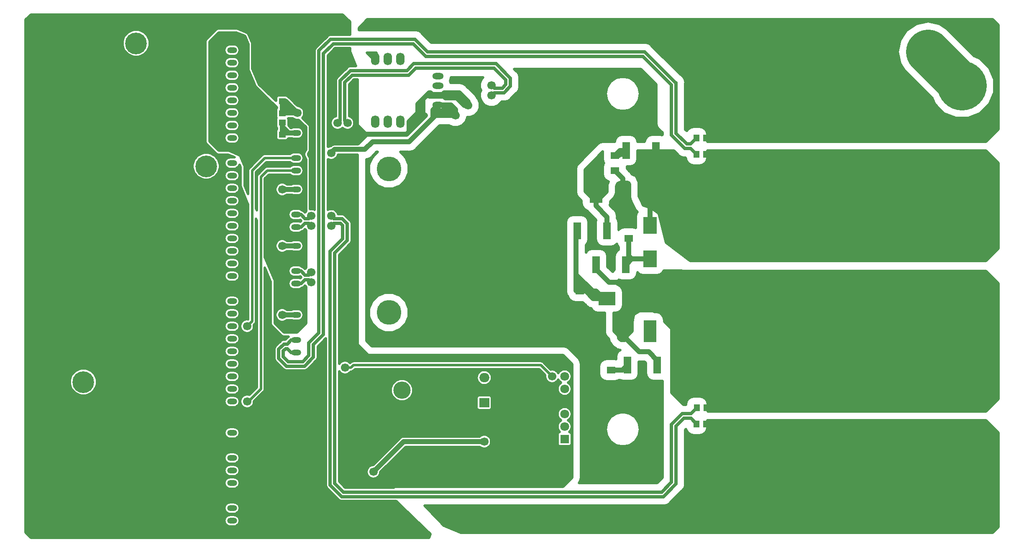
<source format=gbr>
G04 #@! TF.GenerationSoftware,KiCad,Pcbnew,(5.0.0-rc2-39-ga12b9db58)*
G04 #@! TF.CreationDate,2018-05-30T14:35:49-03:00*
G04 #@! TF.ProjectId,Mcc18,4D636331382E6B696361645F70636200,rev?*
G04 #@! TF.SameCoordinates,Original*
G04 #@! TF.FileFunction,Copper,L1,Top,Signal*
G04 #@! TF.FilePolarity,Positive*
%FSLAX46Y46*%
G04 Gerber Fmt 4.6, Leading zero omitted, Abs format (unit mm)*
G04 Created by KiCad (PCBNEW (5.0.0-rc2-39-ga12b9db58)) date Wed May 30 14:35:49 2018*
%MOMM*%
%LPD*%
G01*
G04 APERTURE LIST*
G04 #@! TA.AperFunction,ComponentPad*
%ADD10O,1.700000X2.540000*%
G04 #@! TD*
G04 #@! TA.AperFunction,ComponentPad*
%ADD11O,2.300000X1.300000*%
G04 #@! TD*
G04 #@! TA.AperFunction,ComponentPad*
%ADD12O,5.000000X1.300000*%
G04 #@! TD*
G04 #@! TA.AperFunction,ComponentPad*
%ADD13O,2.000000X1.200000*%
G04 #@! TD*
G04 #@! TA.AperFunction,SMDPad,CuDef*
%ADD14R,1.295000X1.400000*%
G04 #@! TD*
G04 #@! TA.AperFunction,ComponentPad*
%ADD15R,2.500000X4.500000*%
G04 #@! TD*
G04 #@! TA.AperFunction,ComponentPad*
%ADD16O,2.500000X4.500000*%
G04 #@! TD*
G04 #@! TA.AperFunction,ComponentPad*
%ADD17C,1.800000*%
G04 #@! TD*
G04 #@! TA.AperFunction,ComponentPad*
%ADD18R,1.800000X1.800000*%
G04 #@! TD*
G04 #@! TA.AperFunction,ComponentPad*
%ADD19C,5.000000*%
G04 #@! TD*
G04 #@! TA.AperFunction,ComponentPad*
%ADD20C,4.400000*%
G04 #@! TD*
G04 #@! TA.AperFunction,SMDPad,CuDef*
%ADD21R,1.800000X1.395000*%
G04 #@! TD*
G04 #@! TA.AperFunction,ComponentPad*
%ADD22O,2.000000X1.905000*%
G04 #@! TD*
G04 #@! TA.AperFunction,ComponentPad*
%ADD23R,2.000000X1.905000*%
G04 #@! TD*
G04 #@! TA.AperFunction,SMDPad,CuDef*
%ADD24O,3.500000X3.500000*%
G04 #@! TD*
G04 #@! TA.AperFunction,ComponentPad*
%ADD25C,2.200000*%
G04 #@! TD*
G04 #@! TA.AperFunction,SMDPad,CuDef*
%ADD26R,3.500000X2.700000*%
G04 #@! TD*
G04 #@! TA.AperFunction,SMDPad,CuDef*
%ADD27R,2.700000X3.500000*%
G04 #@! TD*
G04 #@! TA.AperFunction,SMDPad,CuDef*
%ADD28R,1.400000X1.295000*%
G04 #@! TD*
G04 #@! TA.AperFunction,SMDPad,CuDef*
%ADD29R,1.495000X3.400000*%
G04 #@! TD*
G04 #@! TA.AperFunction,ComponentPad*
%ADD30C,2.400000*%
G04 #@! TD*
G04 #@! TA.AperFunction,ComponentPad*
%ADD31C,10.000000*%
G04 #@! TD*
G04 #@! TA.AperFunction,ComponentPad*
%ADD32C,3.000000*%
G04 #@! TD*
G04 #@! TA.AperFunction,ViaPad*
%ADD33C,1.700000*%
G04 #@! TD*
G04 #@! TA.AperFunction,Conductor*
%ADD34C,1.000000*%
G04 #@! TD*
G04 #@! TA.AperFunction,Conductor*
%ADD35C,9.000000*%
G04 #@! TD*
G04 #@! TA.AperFunction,Conductor*
%ADD36C,0.508000*%
G04 #@! TD*
G04 #@! TA.AperFunction,Conductor*
%ADD37C,0.635000*%
G04 #@! TD*
G04 APERTURE END LIST*
D10*
G04 #@! TO.P,U1,5*
G04 #@! TO.N,Net-(U1-Pad3)*
X123952000Y-49530000D03*
G04 #@! TO.P,U1,4*
G04 #@! TO.N,/-Vp*
X121412000Y-49530000D03*
G04 #@! TO.P,U1,6*
G04 #@! TO.N,Net-(U1-Pad3)*
X126492000Y-49530000D03*
D11*
G04 #@! TO.P,U1,7*
G04 #@! TO.N,+5V*
X134112000Y-58826400D03*
D12*
G04 #@! TO.P,U1,8*
G04 #@! TO.N,GND*
X134112000Y-56896000D03*
D11*
G04 #@! TO.P,U1,9*
G04 #@! TO.N,/+Ip*
X134112000Y-54965600D03*
G04 #@! TO.P,U1,10*
G04 #@! TO.N,Net-(U1-Pad10)*
X134112000Y-53035200D03*
D10*
G04 #@! TO.P,U1,1*
G04 #@! TO.N,Net-(L1-Pad1)*
X126492000Y-62230000D03*
G04 #@! TO.P,U1,3*
G04 #@! TO.N,Net-(U1-Pad3)*
X121412000Y-62230000D03*
G04 #@! TO.P,U1,2*
G04 #@! TO.N,Net-(L1-Pad1)*
X123952000Y-62230000D03*
G04 #@! TD*
D13*
G04 #@! TO.P,U4,17*
G04 #@! TO.N,+5VA*
X105410000Y-64516000D03*
G04 #@! TO.P,U4,1*
G04 #@! TO.N,/Vp_sen-*
X105410000Y-108966000D03*
G04 #@! TO.P,U4,2*
G04 #@! TO.N,/Vp_sen+*
X105410000Y-106426000D03*
G04 #@! TO.P,U4,3*
G04 #@! TO.N,GNDA*
X105410000Y-103886000D03*
G04 #@! TO.P,U4,4*
G04 #@! TO.N,/Vpanel_adc+*
X105410000Y-101346000D03*
G04 #@! TO.P,U4,5*
G04 #@! TO.N,GNDA*
X105410000Y-97536000D03*
G04 #@! TO.P,U4,6*
G04 #@! TO.N,/Ip_sen+*
X105410000Y-94996000D03*
G04 #@! TO.P,U4,7*
G04 #@! TO.N,/Ip_sen-*
X105410000Y-92456000D03*
G04 #@! TO.P,U4,8*
G04 #@! TO.N,GNDA*
X105410000Y-89916000D03*
G04 #@! TO.P,U4,9*
G04 #@! TO.N,/Ipanel_adc+*
X105410000Y-87376000D03*
G04 #@! TO.P,U4,10*
G04 #@! TO.N,/Vb_sen+*
X105410000Y-83566000D03*
G04 #@! TO.P,U4,11*
G04 #@! TO.N,/Vb_sen-*
X105410000Y-81026000D03*
G04 #@! TO.P,U4,12*
G04 #@! TO.N,GNDA*
X105410000Y-78486000D03*
G04 #@! TO.P,U4,13*
G04 #@! TO.N,/Vbat_adc+*
X105410000Y-75946000D03*
G04 #@! TO.P,U4,14*
G04 #@! TO.N,/BatOVInterrupt*
X105410000Y-72136000D03*
G04 #@! TO.P,U4,15*
G04 #@! TO.N,/PWM*
X105410000Y-69596000D03*
G04 #@! TO.P,U4,16*
G04 #@! TO.N,GNDA*
X105410000Y-67056000D03*
G04 #@! TD*
D14*
G04 #@! TO.P,R101,2*
G04 #@! TO.N,/Vp_sen-*
X186484500Y-65532000D03*
G04 #@! TO.P,R101,1*
G04 #@! TO.N,/-Vp*
X188419500Y-65532000D03*
G04 #@! TD*
D15*
G04 #@! TO.P,Q1,1*
G04 #@! TO.N,/Gate*
X177016000Y-104648000D03*
D16*
G04 #@! TO.P,Q1,2*
G04 #@! TO.N,/-B*
X171566000Y-104648000D03*
G04 #@! TO.P,Q1,3*
G04 #@! TO.N,/Source*
X166116000Y-104648000D03*
G04 #@! TD*
G04 #@! TO.P,D1,3*
G04 #@! TO.N,/+Vp*
X177016000Y-76454000D03*
G04 #@! TO.P,D1,2*
G04 #@! TO.N,/Source*
X171566000Y-76454000D03*
D15*
G04 #@! TO.P,D1,1*
G04 #@! TO.N,/+Vp*
X166116000Y-76454000D03*
G04 #@! TD*
D17*
G04 #@! TO.P,U2,2*
G04 #@! TO.N,/Source*
X159766000Y-123952000D03*
D18*
G04 #@! TO.P,U2,1*
G04 #@! TO.N,/Gate*
X159766000Y-126492000D03*
D17*
G04 #@! TO.P,U2,7*
G04 #@! TO.N,GND*
X159766000Y-111252000D03*
G04 #@! TO.P,U2,3*
G04 #@! TO.N,Net-(U2-Pad3)*
X159766000Y-121412000D03*
G04 #@! TO.P,U2,4*
G04 #@! TO.N,GND*
X159766000Y-118872000D03*
G04 #@! TO.P,U2,6*
G04 #@! TO.N,/PWM*
X159766000Y-113792000D03*
G04 #@! TO.P,U2,5*
G04 #@! TO.N,Net-(C10-Pad1)*
X159766000Y-116332000D03*
G04 #@! TD*
D19*
G04 #@! TO.P,L1,3*
G04 #@! TO.N,/+B*
X124206000Y-100838000D03*
G04 #@! TO.P,L1,1*
G04 #@! TO.N,Net-(L1-Pad1)*
X124206000Y-71755000D03*
G04 #@! TO.P,L1,4*
G04 #@! TO.N,/Source*
X153289000Y-100838000D03*
G04 #@! TO.P,L1,2*
X153289000Y-71755000D03*
G04 #@! TD*
D20*
G04 #@! TO.P,U5,40*
G04 #@! TO.N,N/C*
X62357000Y-114934000D03*
G04 #@! TO.P,U5,39*
X73025000Y-46355000D03*
G04 #@! TO.P,U5,38*
X87225274Y-71247000D03*
D13*
G04 #@! TO.P,U5,37*
G04 #@! TO.N,GNDA*
X92456000Y-45212000D03*
G04 #@! TO.P,U5,36*
G04 #@! TO.N,Net-(U5-Pad36)*
X92456000Y-47752000D03*
G04 #@! TO.P,U5,35*
G04 #@! TO.N,Net-(U5-Pad35)*
X92456000Y-50292000D03*
G04 #@! TO.P,U5,34*
G04 #@! TO.N,Net-(U5-Pad34)*
X92456000Y-52832000D03*
G04 #@! TO.P,U5,33*
G04 #@! TO.N,/Vbat_adc+*
X92456000Y-55372000D03*
G04 #@! TO.P,U5,32*
G04 #@! TO.N,/Ipanel_adc+*
X92456000Y-57912000D03*
G04 #@! TO.P,U5,31*
G04 #@! TO.N,/Vpanel_adc+*
X92456000Y-60452000D03*
G04 #@! TO.P,U5,30*
G04 #@! TO.N,Net-(U5-Pad30)*
X92456000Y-62992000D03*
G04 #@! TO.P,U5,29*
G04 #@! TO.N,Net-(U5-Pad29)*
X92456000Y-65532000D03*
G04 #@! TO.P,U5,28*
G04 #@! TO.N,Net-(U5-Pad28)*
X92456000Y-70612000D03*
G04 #@! TO.P,U5,27*
G04 #@! TO.N,Net-(U5-Pad27)*
X92456000Y-73152000D03*
G04 #@! TO.P,U5,26*
G04 #@! TO.N,Net-(U5-Pad26)*
X92456000Y-75692000D03*
G04 #@! TO.P,U5,25*
G04 #@! TO.N,Net-(U5-Pad25)*
X92456000Y-78232000D03*
G04 #@! TO.P,U5,24*
G04 #@! TO.N,Net-(U5-Pad24)*
X92456000Y-80772000D03*
G04 #@! TO.P,U5,23*
G04 #@! TO.N,Net-(U5-Pad23)*
X92456000Y-83312000D03*
G04 #@! TO.P,U5,22*
G04 #@! TO.N,Net-(U5-Pad22)*
X92456000Y-85852000D03*
G04 #@! TO.P,U5,21*
G04 #@! TO.N,Net-(U5-Pad21)*
X92456000Y-88392000D03*
G04 #@! TO.P,U5,20*
G04 #@! TO.N,Net-(U5-Pad20)*
X92456000Y-90932000D03*
G04 #@! TO.P,U5,19*
G04 #@! TO.N,Net-(U5-Pad19)*
X92456000Y-93472000D03*
G04 #@! TO.P,U5,18*
G04 #@! TO.N,GND*
X92456000Y-96012000D03*
G04 #@! TO.P,U5,17*
G04 #@! TO.N,Net-(U5-Pad17)*
X92456000Y-98552000D03*
G04 #@! TO.P,U5,16*
G04 #@! TO.N,Net-(U5-Pad16)*
X92456000Y-101092000D03*
G04 #@! TO.P,U5,15*
G04 #@! TO.N,/PWM*
X92456000Y-103632000D03*
G04 #@! TO.P,U5,14*
G04 #@! TO.N,Net-(U5-Pad14)*
X92456000Y-106172000D03*
G04 #@! TO.P,U5,13*
G04 #@! TO.N,Net-(U5-Pad13)*
X92456000Y-108712000D03*
G04 #@! TO.P,U5,12*
G04 #@! TO.N,Net-(U5-Pad12)*
X92456000Y-111252000D03*
G04 #@! TO.P,U5,11*
G04 #@! TO.N,Net-(U5-Pad11)*
X92456000Y-113792000D03*
G04 #@! TO.P,U5,10*
G04 #@! TO.N,Net-(U5-Pad10)*
X92456000Y-116332000D03*
G04 #@! TO.P,U5,9*
G04 #@! TO.N,/BatOVInterrupt*
X92456000Y-118872000D03*
G04 #@! TO.P,U5,8*
G04 #@! TO.N,Net-(U5-Pad8)*
X92456000Y-125222000D03*
G04 #@! TO.P,U5,7*
G04 #@! TO.N,GND*
X92456000Y-127762000D03*
G04 #@! TO.P,U5,6*
G04 #@! TO.N,Net-(U5-Pad6)*
X92456000Y-130302000D03*
G04 #@! TO.P,U5,5*
G04 #@! TO.N,+5V*
X92456000Y-132842000D03*
G04 #@! TO.P,U5,4*
G04 #@! TO.N,Net-(U5-Pad4)*
X92456000Y-135382000D03*
G04 #@! TO.P,U5,3*
G04 #@! TO.N,GND*
X92456000Y-137922000D03*
G04 #@! TO.P,U5,2*
G04 #@! TO.N,Net-(U5-Pad2)*
X92456000Y-140462000D03*
G04 #@! TO.P,U5,1*
G04 #@! TO.N,/+18V_OUT*
X92456000Y-143002000D03*
G04 #@! TD*
D21*
G04 #@! TO.P,Cs4,2*
G04 #@! TO.N,/Source*
X169164000Y-109480500D03*
G04 #@! TO.P,Cs4,1*
G04 #@! TO.N,Net-(Cs4-Pad1)*
X169164000Y-112515500D03*
G04 #@! TD*
G04 #@! TO.P,Cs3,1*
G04 #@! TO.N,Net-(Cs3-Pad1)*
X162814000Y-96526500D03*
G04 #@! TO.P,Cs3,2*
G04 #@! TO.N,/Source*
X162814000Y-99561500D03*
G04 #@! TD*
G04 #@! TO.P,Cs2,2*
G04 #@! TO.N,/Source*
X172720000Y-82810500D03*
G04 #@! TO.P,Cs2,1*
G04 #@! TO.N,Net-(Cs2-Pad1)*
X172720000Y-85845500D03*
G04 #@! TD*
G04 #@! TO.P,Cs1,1*
G04 #@! TO.N,Net-(Cs1-Pad1)*
X169926000Y-69094500D03*
G04 #@! TO.P,Cs1,2*
G04 #@! TO.N,/Source*
X169926000Y-72129500D03*
G04 #@! TD*
D22*
G04 #@! TO.P,U3,3*
G04 #@! TO.N,+12V*
X143510000Y-114046000D03*
G04 #@! TO.P,U3,2*
G04 #@! TO.N,GND*
X143510000Y-116586000D03*
D23*
G04 #@! TO.P,U3,1*
G04 #@! TO.N,/+18V_OUT*
X143510000Y-119126000D03*
D24*
G04 #@! TO.P,U3,*
G04 #@! TO.N,*
X126850000Y-116586000D03*
G04 #@! TD*
D25*
G04 #@! TO.P,Ci2,2*
G04 #@! TO.N,/+Vp*
X220218000Y-74182000D03*
G04 #@! TO.P,Ci2,1*
G04 #@! TO.N,/-Vp*
X220218000Y-59182000D03*
G04 #@! TD*
G04 #@! TO.P,Ci1,2*
G04 #@! TO.N,/+Vp*
X230378000Y-74182000D03*
G04 #@! TO.P,Ci1,1*
G04 #@! TO.N,/-Vp*
X230378000Y-59182000D03*
G04 #@! TD*
G04 #@! TO.P,Ci3,2*
G04 #@! TO.N,/+Vp*
X210058000Y-74182000D03*
G04 #@! TO.P,Ci3,1*
G04 #@! TO.N,/-Vp*
X210058000Y-59182000D03*
G04 #@! TD*
D26*
G04 #@! TO.P,Ds2,2*
G04 #@! TO.N,/-B*
X175104000Y-98044000D03*
G04 #@! TO.P,Ds2,1*
G04 #@! TO.N,Net-(Cs3-Pad1)*
X168304000Y-98044000D03*
G04 #@! TD*
D27*
G04 #@! TO.P,Ds1,2*
G04 #@! TO.N,/+Vp*
X177038000Y-83214000D03*
G04 #@! TO.P,Ds1,1*
G04 #@! TO.N,Net-(Cs2-Pad1)*
X177038000Y-90014000D03*
G04 #@! TD*
D28*
G04 #@! TO.P,L2,2*
G04 #@! TO.N,+5V*
X102616000Y-60500500D03*
G04 #@! TO.P,L2,1*
G04 #@! TO.N,+5VA*
X102616000Y-62435500D03*
G04 #@! TD*
D29*
G04 #@! TO.P,Rs4,2*
G04 #@! TO.N,/-B*
X178531500Y-111506000D03*
G04 #@! TO.P,Rs4,1*
G04 #@! TO.N,Net-(Cs4-Pad1)*
X172496500Y-111506000D03*
G04 #@! TD*
G04 #@! TO.P,Rs3,2*
G04 #@! TO.N,/+Vp*
X168371500Y-84328000D03*
G04 #@! TO.P,Rs3,1*
G04 #@! TO.N,Net-(Cs3-Pad1)*
X162336500Y-84328000D03*
G04 #@! TD*
G04 #@! TO.P,Rs2,2*
G04 #@! TO.N,/-B*
X166146500Y-91186000D03*
G04 #@! TO.P,Rs2,1*
G04 #@! TO.N,Net-(Cs2-Pad1)*
X172181500Y-91186000D03*
G04 #@! TD*
G04 #@! TO.P,Rs1,2*
G04 #@! TO.N,/+Vp*
X178277500Y-68072000D03*
G04 #@! TO.P,Rs1,1*
G04 #@! TO.N,Net-(Cs1-Pad1)*
X172242500Y-68072000D03*
G04 #@! TD*
D28*
G04 #@! TO.P,C6,1*
G04 #@! TO.N,+5VA*
X102616000Y-64818500D03*
G04 #@! TO.P,C6,2*
G04 #@! TO.N,GNDA*
X102616000Y-66753500D03*
G04 #@! TD*
G04 #@! TO.P,C7,2*
G04 #@! TO.N,GND*
X102616000Y-56182500D03*
G04 #@! TO.P,C7,1*
G04 #@! TO.N,+5V*
X102616000Y-58117500D03*
G04 #@! TD*
D30*
G04 #@! TO.P,Co2,2*
G04 #@! TO.N,/-B*
X214630000Y-107628000D03*
G04 #@! TO.P,Co2,1*
G04 #@! TO.N,/+B*
X214630000Y-135128000D03*
G04 #@! TD*
G04 #@! TO.P,Cc1,1*
G04 #@! TO.N,/-B*
X227330000Y-104648000D03*
G04 #@! TO.P,Cc1,2*
G04 #@! TO.N,/+Vp*
X227330000Y-77148000D03*
G04 #@! TD*
G04 #@! TO.P,Cc2,2*
G04 #@! TO.N,/+Vp*
X214630000Y-77148000D03*
G04 #@! TO.P,Cc2,1*
G04 #@! TO.N,/-B*
X214630000Y-104648000D03*
G04 #@! TD*
G04 #@! TO.P,Cc3,1*
G04 #@! TO.N,/-B*
X201930000Y-104648000D03*
G04 #@! TO.P,Cc3,2*
G04 #@! TO.N,/+Vp*
X201930000Y-77148000D03*
G04 #@! TD*
G04 #@! TO.P,Co1,2*
G04 #@! TO.N,/-B*
X227330000Y-107628000D03*
G04 #@! TO.P,Co1,1*
G04 #@! TO.N,/+B*
X227330000Y-135128000D03*
G04 #@! TD*
G04 #@! TO.P,Cc4,1*
G04 #@! TO.N,/-B*
X189230000Y-104648000D03*
G04 #@! TO.P,Cc4,2*
G04 #@! TO.N,/+Vp*
X189230000Y-77148000D03*
G04 #@! TD*
G04 #@! TO.P,Co3,2*
G04 #@! TO.N,/-B*
X201930000Y-107628000D03*
G04 #@! TO.P,Co3,1*
G04 #@! TO.N,/+B*
X201930000Y-135128000D03*
G04 #@! TD*
D31*
G04 #@! TO.P,Screw4,1*
G04 #@! TO.N,/+B*
X240202000Y-129972000D03*
G04 #@! TD*
G04 #@! TO.P,Screw3,1*
G04 #@! TO.N,/-B*
X240202000Y-104972000D03*
G04 #@! TD*
G04 #@! TO.P,Screw2,1*
G04 #@! TO.N,/+Vp*
X240202000Y-79972000D03*
G04 #@! TD*
G04 #@! TO.P,Screw1,1*
G04 #@! TO.N,/-P_unfused*
X240202000Y-54972000D03*
G04 #@! TD*
D32*
G04 #@! TO.P,F1,2*
G04 #@! TO.N,/-P_unfused*
X233273600Y-47371000D03*
G04 #@! TO.P,F1,1*
G04 #@! TO.N,/-Vp*
X210820000Y-47371000D03*
G04 #@! TD*
D14*
G04 #@! TO.P,R102,1*
G04 #@! TO.N,/+Vp*
X188419500Y-68834000D03*
G04 #@! TO.P,R102,2*
G04 #@! TO.N,/Vp_sen+*
X186484500Y-68834000D03*
G04 #@! TD*
G04 #@! TO.P,R103,2*
G04 #@! TO.N,/Vb_sen+*
X186484500Y-123444000D03*
G04 #@! TO.P,R103,1*
G04 #@! TO.N,/+B*
X188419500Y-123444000D03*
G04 #@! TD*
G04 #@! TO.P,R104,1*
G04 #@! TO.N,/-B*
X188468000Y-120142000D03*
G04 #@! TO.P,R104,2*
G04 #@! TO.N,/Vb_sen-*
X186533000Y-120142000D03*
G04 #@! TD*
D33*
G04 #@! TO.N,+5V*
X137668000Y-60960002D03*
X105664000Y-60452000D03*
X112522000Y-68580000D03*
G04 #@! TO.N,/+Vp*
X191262000Y-68834000D03*
G04 #@! TO.N,/-B*
X191262000Y-120142000D03*
G04 #@! TO.N,GND*
X140208000Y-58928000D03*
X112522000Y-66294000D03*
X148747000Y-119888000D03*
X157226000Y-111252000D03*
X105664000Y-57658000D03*
X115316000Y-109982000D03*
X115316000Y-114554000D03*
X108458000Y-68834000D03*
X112522000Y-70866000D03*
X130556000Y-60198000D03*
X118364000Y-132842000D03*
G04 #@! TO.N,/+18V_OUT*
X143510000Y-127000000D03*
X121057396Y-133125570D03*
G04 #@! TO.N,/Vbat_adc+*
X102616000Y-75946000D03*
G04 #@! TO.N,/Vpanel_adc+*
X102616000Y-101346000D03*
G04 #@! TO.N,/Ipanel_adc+*
X102616000Y-87376000D03*
G04 #@! TO.N,/PWM*
X95504000Y-103632000D03*
X157226000Y-113792000D03*
X115316000Y-112014000D03*
G04 #@! TO.N,/BatOVInterrupt*
X95504000Y-118872000D03*
G04 #@! TO.N,/+B*
X191262000Y-123444000D03*
X135382000Y-140970000D03*
X146050000Y-140970000D03*
X185674000Y-128778000D03*
X185674000Y-137414000D03*
G04 #@! TO.N,/-Vp*
X191262000Y-65532000D03*
X133350000Y-45466000D03*
X128778000Y-42926000D03*
X122682000Y-42926000D03*
X139446000Y-45466000D03*
G04 #@! TO.N,/Vb_sen+*
X108458000Y-83298400D03*
X112522000Y-83298400D03*
G04 #@! TO.N,/Vb_sen-*
X108458000Y-81293600D03*
X112522000Y-81293600D03*
G04 #@! TO.N,/Ip_sen+*
X144994186Y-54877600D03*
X108458000Y-94728400D03*
X115810400Y-62484000D03*
G04 #@! TO.N,/Ip_sen-*
X144994186Y-56882400D03*
X108458000Y-92723600D03*
X113805600Y-62484000D03*
G04 #@! TD*
D34*
G04 #@! TO.N,+5V*
X102616000Y-60500500D02*
X102616000Y-58117500D01*
X136736479Y-58826400D02*
X134112000Y-58826400D01*
X137668000Y-60960002D02*
X137668000Y-59757921D01*
X137668000Y-59757921D02*
X136736479Y-58826400D01*
X102664500Y-60452000D02*
X102616000Y-60500500D01*
X105664000Y-60452000D02*
X102664500Y-60452000D01*
X102616000Y-58117500D02*
X103329500Y-58117500D01*
X103303000Y-60452000D02*
X103124000Y-60273000D01*
X104140000Y-60452000D02*
X103303000Y-60452000D01*
X103124000Y-60273000D02*
X103124000Y-59182000D01*
X103124000Y-59182000D02*
X103886000Y-59944000D01*
X104140000Y-59944000D02*
X104648000Y-59436000D01*
X103886000Y-59944000D02*
X104140000Y-59944000D01*
X103329500Y-58117500D02*
X104648000Y-59436000D01*
X104648000Y-59436000D02*
X105664000Y-60452000D01*
X133096000Y-59842400D02*
X134112000Y-58826400D01*
X113249189Y-67852811D02*
X119345189Y-67852811D01*
X133096000Y-61492400D02*
X133096000Y-59842400D01*
X112522000Y-68580000D02*
X113249189Y-67852811D01*
X128270000Y-66318400D02*
X133096000Y-61492400D01*
X119345189Y-67852811D02*
X120879600Y-66318400D01*
X120879600Y-66318400D02*
X128270000Y-66318400D01*
X133628398Y-60960002D02*
X133096000Y-61492400D01*
X137668000Y-60960002D02*
X133628398Y-60960002D01*
X133628398Y-60960002D02*
X133628398Y-60427602D01*
X133628398Y-60427602D02*
X134112000Y-59944000D01*
X136906000Y-60198000D02*
X136906000Y-60452000D01*
X136652000Y-59944000D02*
X136906000Y-60198000D01*
X134112000Y-59944000D02*
X136906000Y-60452000D01*
X136906000Y-60198000D02*
X136144000Y-59436000D01*
X136144000Y-59436000D02*
X135382000Y-59436000D01*
G04 #@! TO.N,GNDA*
X102918500Y-67056000D02*
X102616000Y-66753500D01*
X105410000Y-67056000D02*
X102918500Y-67056000D01*
G04 #@! TO.N,+5VA*
X102918500Y-64516000D02*
X102616000Y-64818500D01*
X102616000Y-62435500D02*
X102616000Y-64818500D01*
X102616000Y-63246000D02*
X103886000Y-64516000D01*
X102616000Y-62435500D02*
X102616000Y-63246000D01*
X105410000Y-64516000D02*
X103886000Y-64516000D01*
X103886000Y-64516000D02*
X102918500Y-64516000D01*
G04 #@! TO.N,Net-(Cs1-Pad1)*
X170948500Y-68072000D02*
X169926000Y-69094500D01*
X172242500Y-68072000D02*
X170948500Y-68072000D01*
X169926000Y-69094500D02*
X170681500Y-69094500D01*
X170681500Y-69094500D02*
X170942000Y-68834000D01*
X171450000Y-68834000D02*
X170942000Y-68834000D01*
G04 #@! TO.N,Net-(Cs2-Pad1)*
X172720000Y-90647500D02*
X172181500Y-91186000D01*
X173353500Y-90014000D02*
X172181500Y-91186000D01*
X177038000Y-90014000D02*
X173353500Y-90014000D01*
X173326000Y-90014000D02*
X172720000Y-89408000D01*
X173353500Y-90014000D02*
X173326000Y-90014000D01*
X172720000Y-85845500D02*
X172720000Y-89408000D01*
X172720000Y-89408000D02*
X172720000Y-90647500D01*
G04 #@! TO.N,Net-(Cs3-Pad1)*
X167379500Y-97790000D02*
X166116000Y-96526500D01*
X168304000Y-97790000D02*
X167379500Y-97790000D01*
X162336500Y-84328000D02*
X162336500Y-85313500D01*
X162067240Y-84597260D02*
X162336500Y-84328000D01*
X162814000Y-96526500D02*
X162202980Y-96526500D01*
X162202980Y-96526500D02*
X162067240Y-96390760D01*
X165554000Y-98044000D02*
X164837720Y-97327720D01*
X168304000Y-98044000D02*
X165554000Y-98044000D01*
X162814000Y-96526500D02*
X163099900Y-96526500D01*
X166917220Y-97327720D02*
X167069620Y-97480120D01*
X165928040Y-97327720D02*
X166917220Y-97327720D01*
X164837720Y-97327720D02*
X167069620Y-97480120D01*
X162067240Y-93178780D02*
X162067240Y-91678760D01*
X165414960Y-96526500D02*
X162067240Y-93178780D01*
X162067240Y-91678760D02*
X162067240Y-84597260D01*
X162067240Y-96390760D02*
X162067240Y-91678760D01*
X166116000Y-96526500D02*
X165414960Y-96526500D01*
X162814000Y-94829000D02*
X162626040Y-94641040D01*
X162814000Y-96526500D02*
X162814000Y-94829000D01*
X162626040Y-94641040D02*
X162626040Y-94736920D01*
X164084000Y-96194880D02*
X164084000Y-96526500D01*
X162626040Y-94736920D02*
X164084000Y-96194880D01*
X165414960Y-96526500D02*
X164084000Y-96526500D01*
X164837720Y-96650220D02*
X164714000Y-96526500D01*
X164714000Y-96526500D02*
X162814000Y-96526500D01*
X164837720Y-97327720D02*
X164837720Y-96650220D01*
X164837720Y-97280220D02*
X164084000Y-96526500D01*
X164837720Y-97327720D02*
X164837720Y-97280220D01*
G04 #@! TO.N,Net-(Cs4-Pad1)*
X169164000Y-112515500D02*
X171487000Y-112515500D01*
X172496500Y-111506000D02*
X171487000Y-112515500D01*
D35*
G04 #@! TO.N,/-P_unfused*
X233318000Y-48088000D02*
X240094000Y-54864000D01*
D34*
G04 #@! TO.N,/+Vp*
X177016000Y-83192000D02*
X177038000Y-83214000D01*
X177016000Y-76454000D02*
X177016000Y-83192000D01*
X168371500Y-81503500D02*
X166116000Y-79248000D01*
X168371500Y-84328000D02*
X168371500Y-81503500D01*
X166116000Y-76454000D02*
X166116000Y-79248000D01*
X177016000Y-69333500D02*
X178277500Y-68072000D01*
X177016000Y-76454000D02*
X177016000Y-69333500D01*
X191262000Y-68834000D02*
X188902001Y-68834000D01*
G04 #@! TO.N,/-B*
X171566000Y-101328000D02*
X175104000Y-97790000D01*
X171566000Y-104648000D02*
X171566000Y-101328000D01*
X191262000Y-120142000D02*
X188950501Y-120142000D01*
X166146500Y-92138500D02*
X166146500Y-91186000D01*
X171656000Y-94742000D02*
X168750000Y-94742000D01*
X175104000Y-97790000D02*
X174704000Y-97790000D01*
X168750000Y-94742000D02*
X166146500Y-92138500D01*
X174704000Y-97790000D02*
X171656000Y-94742000D01*
X171566000Y-104648000D02*
X171566000Y-105780000D01*
X171566000Y-105780000D02*
X171820000Y-105780000D01*
X178531500Y-110553500D02*
X178531500Y-111506000D01*
X174846000Y-108806000D02*
X176784000Y-108806000D01*
X176784000Y-108806000D02*
X178531500Y-110553500D01*
X171820000Y-105780000D02*
X174846000Y-108806000D01*
G04 #@! TO.N,/Source*
X171566000Y-81656500D02*
X172720000Y-82810500D01*
X171566000Y-76454000D02*
X171566000Y-81656500D01*
X162814000Y-101346000D02*
X166116000Y-104648000D01*
X162814000Y-99561500D02*
X162814000Y-101346000D01*
X166116000Y-109226500D02*
X166116000Y-104648000D01*
X171566000Y-76454000D02*
X171566000Y-75554000D01*
X171566000Y-73769500D02*
X169926000Y-72129500D01*
X171566000Y-76454000D02*
X171566000Y-73769500D01*
G04 #@! TO.N,GND*
X104316000Y-56182500D02*
X105664000Y-57530500D01*
X105664000Y-57530500D02*
X105664000Y-57658000D01*
X102616000Y-56182500D02*
X104316000Y-56182500D01*
X134112000Y-56896000D02*
X135128000Y-56896000D01*
X135128000Y-56896000D02*
X135636000Y-57404000D01*
X137922000Y-57404000D02*
X138430000Y-57912000D01*
X138430000Y-57912000D02*
X138938000Y-58420000D01*
X138938000Y-58420000D02*
X139446000Y-58928000D01*
X138430000Y-56388000D02*
X140208000Y-58166000D01*
X134112000Y-56896000D02*
X134874000Y-56896000D01*
X140208000Y-58166000D02*
X140208000Y-58928000D01*
X134874000Y-56896000D02*
X135382000Y-56388000D01*
X140208000Y-58928000D02*
X138430000Y-57150000D01*
X136144000Y-56388000D02*
X136144000Y-57150000D01*
X135636000Y-57404000D02*
X135890000Y-57404000D01*
X136144000Y-57150000D02*
X135890000Y-57404000D01*
X135382000Y-56388000D02*
X136144000Y-56388000D01*
X136144000Y-57150000D02*
X136906000Y-57150000D01*
X136906000Y-57150000D02*
X137160000Y-57404000D01*
X135890000Y-57404000D02*
X137160000Y-57404000D01*
X137160000Y-57404000D02*
X137414000Y-57404000D01*
X137668000Y-56388000D02*
X137668000Y-57404000D01*
X137668000Y-57404000D02*
X137922000Y-57404000D01*
X137414000Y-57404000D02*
X137668000Y-57404000D01*
X136144000Y-56388000D02*
X137668000Y-56388000D01*
X137668000Y-56388000D02*
X138430000Y-56388000D01*
X131572000Y-60960000D02*
X130556000Y-60198000D01*
X133096000Y-56896000D02*
X134112000Y-56896000D01*
X132334000Y-56388000D02*
X132588000Y-56388000D01*
X132588000Y-56388000D02*
X133096000Y-56896000D01*
X131572000Y-57150000D02*
X132334000Y-56388000D01*
X131064000Y-57658000D02*
X131064000Y-60706000D01*
X128270000Y-64262000D02*
X128270000Y-62230000D01*
X128270000Y-64262000D02*
X131572000Y-60960000D01*
X130556000Y-59944000D02*
X130556000Y-60960000D01*
X130556000Y-60960000D02*
X128778000Y-62738000D01*
X130048000Y-60452000D02*
X130048000Y-58674000D01*
X128270000Y-62230000D02*
X130048000Y-60452000D01*
X130048000Y-60452000D02*
X130556000Y-59944000D01*
X130556000Y-58166000D02*
X130556000Y-59944000D01*
X130048000Y-58674000D02*
X130556000Y-58166000D01*
X130556000Y-58166000D02*
X131064000Y-57658000D01*
X127762000Y-64770000D02*
X128270000Y-64262000D01*
X117348000Y-65278000D02*
X117856000Y-64770000D01*
X112522000Y-66294000D02*
X117348000Y-66294000D01*
X117348000Y-66294000D02*
X117348000Y-65278000D01*
X119380000Y-64770000D02*
X127762000Y-64770000D01*
X119380000Y-65024000D02*
X117856000Y-66548000D01*
X119380000Y-65024000D02*
X119380000Y-64770000D01*
X119380000Y-64770000D02*
X117856000Y-63246000D01*
X117856000Y-64262000D02*
X118364000Y-64770000D01*
X117856000Y-63246000D02*
X117856000Y-64262000D01*
X117856000Y-64770000D02*
X118364000Y-64770000D01*
X119380000Y-64770000D02*
X118872000Y-64770000D01*
X118872000Y-64770000D02*
X118110000Y-65532000D01*
X131572000Y-57150000D02*
X131064000Y-57658000D01*
D36*
X115824000Y-110490000D02*
X115316000Y-109982000D01*
X157226000Y-111252000D02*
X156464000Y-110490000D01*
X156464000Y-110490000D02*
X115824000Y-110490000D01*
D34*
X119213999Y-131992001D02*
X118364000Y-132842000D01*
X126238000Y-124968000D02*
X119213999Y-131992001D01*
X145542000Y-124968000D02*
X126238000Y-124968000D01*
X148747000Y-119888000D02*
X148747000Y-121763000D01*
X148747000Y-121763000D02*
X145542000Y-124968000D01*
G04 #@! TO.N,/+18V_OUT*
X127182966Y-127000000D02*
X121057396Y-133125570D01*
X143510000Y-127000000D02*
X127182966Y-127000000D01*
G04 #@! TO.N,/Vbat_adc+*
X105410000Y-75946000D02*
X102616000Y-75946000D01*
G04 #@! TO.N,/Vpanel_adc+*
X105410000Y-101346000D02*
X102616000Y-101346000D01*
G04 #@! TO.N,/Ipanel_adc+*
X105410000Y-87376000D02*
X102616000Y-87376000D01*
D36*
G04 #@! TO.N,/PWM*
X105410000Y-69596000D02*
X99060000Y-69596000D01*
X99060000Y-69596000D02*
X96520000Y-72136000D01*
X96520000Y-72136000D02*
X96520000Y-102616000D01*
X96520000Y-102616000D02*
X95504000Y-103632000D01*
X116518081Y-112014000D02*
X115316000Y-112014000D01*
X157226000Y-113792000D02*
X154940000Y-111506000D01*
X117026081Y-111506000D02*
X116518081Y-112014000D01*
X154940000Y-111506000D02*
X117026081Y-111506000D01*
G04 #@! TO.N,/BatOVInterrupt*
X105410000Y-72136000D02*
X99568000Y-72136000D01*
X99568000Y-72136000D02*
X98298000Y-73406000D01*
X98298000Y-73406000D02*
X98298000Y-116332000D01*
X98298000Y-116332000D02*
X95758000Y-118872000D01*
X95758000Y-118872000D02*
X95504000Y-118872000D01*
D34*
G04 #@! TO.N,/+B*
X191262000Y-123444000D02*
X188902001Y-123444000D01*
G04 #@! TO.N,/-Vp*
X191262000Y-65532000D02*
X188902001Y-65532000D01*
D37*
G04 #@! TO.N,/Vp_sen-*
X105810000Y-108966000D02*
X105410000Y-108966000D01*
X112386735Y-45504100D02*
X110020100Y-47870735D01*
X129480640Y-45504100D02*
X112386735Y-45504100D01*
X132020640Y-48044100D02*
X129480640Y-45504100D01*
X186432000Y-65532000D02*
X185250900Y-66713100D01*
X186484500Y-65532000D02*
X186432000Y-65532000D01*
X185250900Y-66713100D02*
X184471640Y-66713100D01*
X184471640Y-66713100D02*
X182333900Y-64575360D01*
X182333900Y-64575360D02*
X182333900Y-54317900D01*
X182333900Y-54317900D02*
X182236440Y-54317900D01*
X182236440Y-54317900D02*
X175962640Y-48044100D01*
X175962640Y-48044100D02*
X132020640Y-48044100D01*
X105410000Y-108966000D02*
X104410000Y-108966000D01*
X104410000Y-108966000D02*
X103609900Y-108165900D01*
X103609900Y-108165900D02*
X103318640Y-108165900D01*
X103318640Y-108165900D02*
X102831900Y-108652640D01*
X102831900Y-108652640D02*
X102831900Y-109787360D01*
X102831900Y-109787360D02*
X103826640Y-110782100D01*
X103826640Y-110782100D02*
X106739360Y-110782100D01*
X106739360Y-110782100D02*
X107988100Y-109533360D01*
X107988100Y-109533360D02*
X107988100Y-106993360D01*
X110020100Y-47870735D02*
X110020100Y-104961360D01*
X110020100Y-104961360D02*
X107988100Y-106993360D01*
G04 #@! TO.N,/Vp_sen+*
X186484500Y-68834000D02*
X186484500Y-68781500D01*
X184082360Y-67652900D02*
X181394100Y-64964640D01*
X185250900Y-67652900D02*
X184082360Y-67652900D01*
X186432000Y-68834000D02*
X185250900Y-67652900D01*
X186484500Y-68834000D02*
X186432000Y-68834000D01*
X181394100Y-54804640D02*
X175573360Y-48983900D01*
X175573360Y-48983900D02*
X131631360Y-48983900D01*
X181394100Y-64964640D02*
X181394100Y-54804640D01*
X131631360Y-48983900D02*
X129091360Y-46443900D01*
X129091360Y-46443900D02*
X112970640Y-46443900D01*
X112970640Y-46443900D02*
X110959900Y-48454640D01*
X104410000Y-106426000D02*
X103609900Y-107226100D01*
X105410000Y-106426000D02*
X104410000Y-106426000D01*
X103609900Y-107226100D02*
X102929360Y-107226100D01*
X102929360Y-107226100D02*
X101892100Y-108263360D01*
X101892100Y-108263360D02*
X101892100Y-110176640D01*
X101892100Y-110176640D02*
X103437360Y-111721900D01*
X103437360Y-111721900D02*
X107128640Y-111721900D01*
X107128640Y-111721900D02*
X108927900Y-109922640D01*
X108927900Y-109922640D02*
X108927900Y-107382640D01*
X110959900Y-105350640D02*
X108927900Y-107382640D01*
X110959900Y-48454640D02*
X110959900Y-105350640D01*
G04 #@! TO.N,/Vb_sen+*
X107925500Y-82765900D02*
X108458000Y-83298400D01*
X107210100Y-82765900D02*
X107925500Y-82765900D01*
X106410000Y-83566000D02*
X107210100Y-82765900D01*
X105410000Y-83566000D02*
X106410000Y-83566000D01*
X114359360Y-82765900D02*
X113054500Y-82765900D01*
X114846100Y-83252640D02*
X114359360Y-82765900D01*
X112306100Y-135830640D02*
X112306100Y-88451360D01*
X114613360Y-138137900D02*
X112306100Y-135830640D01*
X114846100Y-85911360D02*
X114846100Y-83252640D01*
X112306100Y-88451360D02*
X114846100Y-85911360D01*
X113054500Y-82765900D02*
X112522000Y-83298400D01*
X186484500Y-123444000D02*
X185327650Y-122287150D01*
X185327650Y-122287150D02*
X183939390Y-122287150D01*
X183939390Y-122287150D02*
X182333900Y-123892640D01*
X182333900Y-123892640D02*
X182333900Y-135576640D01*
X179772640Y-138137900D02*
X114613360Y-138137900D01*
X182333900Y-135576640D02*
X179772640Y-138137900D01*
G04 #@! TO.N,/Vb_sen-*
X107210100Y-81826100D02*
X107925500Y-81826100D01*
X105410000Y-81026000D02*
X106410000Y-81026000D01*
X106410000Y-81026000D02*
X107210100Y-81826100D01*
X107925500Y-81826100D02*
X108458000Y-81293600D01*
X114748640Y-81826100D02*
X113054500Y-81826100D01*
X186533000Y-120142000D02*
X185327650Y-121347350D01*
X113245900Y-88840640D02*
X115785900Y-86300640D01*
X115002640Y-137198100D02*
X113245900Y-135441360D01*
X113245900Y-135441360D02*
X113245900Y-88840640D01*
X115785900Y-82863360D02*
X114748640Y-81826100D01*
X115785900Y-86300640D02*
X115785900Y-82863360D01*
X113054500Y-81826100D02*
X112522000Y-81293600D01*
X185327650Y-121347350D02*
X183550110Y-121347350D01*
X183550110Y-121347350D02*
X181394100Y-123503360D01*
X181394100Y-123503360D02*
X181394100Y-135187360D01*
X181394100Y-135187360D02*
X179383360Y-137198100D01*
X179383360Y-137198100D02*
X115002640Y-137198100D01*
G04 #@! TO.N,/Ip_sen+*
X107925500Y-94195900D02*
X108458000Y-94728400D01*
X107210100Y-94195900D02*
X107925500Y-94195900D01*
X105410000Y-94996000D02*
X106410000Y-94996000D01*
X106410000Y-94996000D02*
X107210100Y-94195900D01*
X145526686Y-55410100D02*
X144994186Y-54877600D01*
X147866100Y-54669360D02*
X147125360Y-55410100D01*
X147866100Y-53788640D02*
X147866100Y-54669360D01*
X145475360Y-51397900D02*
X147866100Y-53788640D01*
X129606640Y-51397900D02*
X145475360Y-51397900D01*
X128210640Y-52793900D02*
X129606640Y-51397900D01*
X115810400Y-62484000D02*
X115277900Y-61951500D01*
X147125360Y-55410100D02*
X145526686Y-55410100D01*
X115277900Y-61951500D02*
X115277900Y-54296640D01*
X115277900Y-54296640D02*
X116780640Y-52793900D01*
X116780640Y-52793900D02*
X128210640Y-52793900D01*
G04 #@! TO.N,/Ip_sen-*
X106410000Y-92456000D02*
X107210100Y-93256100D01*
X107925500Y-93256100D02*
X108458000Y-92723600D01*
X107210100Y-93256100D02*
X107925500Y-93256100D01*
X105410000Y-92456000D02*
X106410000Y-92456000D01*
X114338100Y-53907360D02*
X116391360Y-51854100D01*
X145526686Y-56349900D02*
X144994186Y-56882400D01*
X116391360Y-51854100D02*
X127821360Y-51854100D01*
X114338100Y-61951500D02*
X114338100Y-53907360D01*
X113805600Y-62484000D02*
X114338100Y-61951500D01*
X129217360Y-50458100D02*
X145864640Y-50458100D01*
X145864640Y-50458100D02*
X148805900Y-53399360D01*
X148805900Y-53399360D02*
X148805900Y-55058640D01*
X148805900Y-55058640D02*
X147514640Y-56349900D01*
X147514640Y-56349900D02*
X145526686Y-56349900D01*
X127821360Y-51854100D02*
X129217360Y-50458100D01*
G04 #@! TD*
D36*
G04 #@! TO.N,GNDA*
G36*
X95055597Y-44898403D02*
X95758000Y-46594154D01*
X95758000Y-51594000D01*
X95778113Y-51693061D01*
X97214593Y-55084651D01*
X97271748Y-55168023D01*
X101557200Y-59319555D01*
X101557200Y-59420680D01*
X101513128Y-59450128D01*
X101389622Y-59634967D01*
X101346253Y-59853000D01*
X101346253Y-61148000D01*
X101389622Y-61366033D01*
X101457754Y-61468000D01*
X101389622Y-61569967D01*
X101346253Y-61788000D01*
X101346253Y-63083000D01*
X101389622Y-63301033D01*
X101513128Y-63485872D01*
X101557200Y-63515320D01*
X101557201Y-63738680D01*
X101513128Y-63768128D01*
X101389622Y-63952967D01*
X101346253Y-64171000D01*
X101346253Y-65466000D01*
X101389622Y-65684033D01*
X101513128Y-65868872D01*
X101697967Y-65992378D01*
X101916000Y-66035747D01*
X103316000Y-66035747D01*
X103534033Y-65992378D01*
X103718872Y-65868872D01*
X103842378Y-65684033D01*
X103860970Y-65590563D01*
X103885999Y-65595542D01*
X103990277Y-65574800D01*
X104508821Y-65574800D01*
X104557859Y-65607566D01*
X104895869Y-65674800D01*
X105924131Y-65674800D01*
X106262141Y-65607566D01*
X106645448Y-65351448D01*
X106901566Y-64968141D01*
X106991502Y-64516000D01*
X106901566Y-64063859D01*
X106645448Y-63680552D01*
X106262141Y-63424434D01*
X105924131Y-63357200D01*
X104895869Y-63357200D01*
X104557859Y-63424434D01*
X104508821Y-63457200D01*
X104324570Y-63457200D01*
X103885747Y-63018378D01*
X103885747Y-61788000D01*
X103842378Y-61569967D01*
X103802844Y-61510800D01*
X104730456Y-61510800D01*
X104865979Y-61646323D01*
X105383772Y-61860800D01*
X105944228Y-61860800D01*
X105949434Y-61858644D01*
X107442000Y-63351210D01*
X107442000Y-67857656D01*
X107263677Y-68035979D01*
X107049200Y-68553772D01*
X107049200Y-69114228D01*
X107263677Y-69632021D01*
X107442000Y-69810344D01*
X107442000Y-80317256D01*
X107263677Y-80495579D01*
X107221259Y-80597985D01*
X107090668Y-80467394D01*
X107041777Y-80394223D01*
X106751915Y-80200544D01*
X106621612Y-80174625D01*
X106262141Y-79934434D01*
X105924131Y-79867200D01*
X104895869Y-79867200D01*
X104557859Y-79934434D01*
X104174552Y-80190552D01*
X103918434Y-80573859D01*
X103828498Y-81026000D01*
X103918434Y-81478141D01*
X104174552Y-81861448D01*
X104557859Y-82117566D01*
X104895869Y-82184800D01*
X105924131Y-82184800D01*
X106262141Y-82117566D01*
X106262231Y-82117506D01*
X106440725Y-82296000D01*
X106262231Y-82474494D01*
X106262141Y-82474434D01*
X105924131Y-82407200D01*
X104895869Y-82407200D01*
X104557859Y-82474434D01*
X104174552Y-82730552D01*
X103918434Y-83113859D01*
X103828498Y-83566000D01*
X103918434Y-84018141D01*
X104174552Y-84401448D01*
X104557859Y-84657566D01*
X104895869Y-84724800D01*
X105924131Y-84724800D01*
X106262141Y-84657566D01*
X106621612Y-84417375D01*
X106751915Y-84391456D01*
X107041777Y-84197777D01*
X107090668Y-84124606D01*
X107221259Y-83994015D01*
X107263677Y-84096421D01*
X107442000Y-84274744D01*
X107442000Y-91747256D01*
X107263677Y-91925579D01*
X107221259Y-92027985D01*
X107090668Y-91897394D01*
X107041777Y-91824223D01*
X106751915Y-91630544D01*
X106621612Y-91604625D01*
X106262141Y-91364434D01*
X105924131Y-91297200D01*
X104895869Y-91297200D01*
X104557859Y-91364434D01*
X104174552Y-91620552D01*
X103918434Y-92003859D01*
X103828498Y-92456000D01*
X103918434Y-92908141D01*
X104174552Y-93291448D01*
X104557859Y-93547566D01*
X104895869Y-93614800D01*
X105924131Y-93614800D01*
X106262141Y-93547566D01*
X106262231Y-93547506D01*
X106440725Y-93726000D01*
X106262231Y-93904494D01*
X106262141Y-93904434D01*
X105924131Y-93837200D01*
X104895869Y-93837200D01*
X104557859Y-93904434D01*
X104174552Y-94160552D01*
X103918434Y-94543859D01*
X103828498Y-94996000D01*
X103918434Y-95448141D01*
X104174552Y-95831448D01*
X104557859Y-96087566D01*
X104895869Y-96154800D01*
X105924131Y-96154800D01*
X106262141Y-96087566D01*
X106621612Y-95847375D01*
X106751915Y-95821456D01*
X107041777Y-95627777D01*
X107090668Y-95554606D01*
X107221259Y-95424015D01*
X107263677Y-95526421D01*
X107442000Y-95704744D01*
X107442000Y-103050790D01*
X105590790Y-104902000D01*
X102943210Y-104902000D01*
X101092000Y-103050790D01*
X101092000Y-101065772D01*
X101207200Y-101065772D01*
X101207200Y-101626228D01*
X101421677Y-102144021D01*
X101817979Y-102540323D01*
X102335772Y-102754800D01*
X102896228Y-102754800D01*
X103414021Y-102540323D01*
X103549544Y-102404800D01*
X104508821Y-102404800D01*
X104557859Y-102437566D01*
X104895869Y-102504800D01*
X105924131Y-102504800D01*
X106262141Y-102437566D01*
X106645448Y-102181448D01*
X106901566Y-101798141D01*
X106991502Y-101346000D01*
X106901566Y-100893859D01*
X106645448Y-100510552D01*
X106262141Y-100254434D01*
X105924131Y-100187200D01*
X104895869Y-100187200D01*
X104557859Y-100254434D01*
X104508821Y-100287200D01*
X103549544Y-100287200D01*
X103414021Y-100151677D01*
X102896228Y-99937200D01*
X102335772Y-99937200D01*
X101817979Y-100151677D01*
X101421677Y-100547979D01*
X101207200Y-101065772D01*
X101092000Y-101065772D01*
X101092000Y-94506051D01*
X101072665Y-94408849D01*
X99110800Y-89672488D01*
X99110800Y-87095772D01*
X101207200Y-87095772D01*
X101207200Y-87656228D01*
X101421677Y-88174021D01*
X101817979Y-88570323D01*
X102335772Y-88784800D01*
X102896228Y-88784800D01*
X103414021Y-88570323D01*
X103549544Y-88434800D01*
X104508821Y-88434800D01*
X104557859Y-88467566D01*
X104895869Y-88534800D01*
X105924131Y-88534800D01*
X106262141Y-88467566D01*
X106645448Y-88211448D01*
X106901566Y-87828141D01*
X106991502Y-87376000D01*
X106901566Y-86923859D01*
X106645448Y-86540552D01*
X106262141Y-86284434D01*
X105924131Y-86217200D01*
X104895869Y-86217200D01*
X104557859Y-86284434D01*
X104508821Y-86317200D01*
X103549544Y-86317200D01*
X103414021Y-86181677D01*
X102896228Y-85967200D01*
X102335772Y-85967200D01*
X101817979Y-86181677D01*
X101421677Y-86577979D01*
X101207200Y-87095772D01*
X99110800Y-87095772D01*
X99110800Y-75665772D01*
X101207200Y-75665772D01*
X101207200Y-76226228D01*
X101421677Y-76744021D01*
X101817979Y-77140323D01*
X102335772Y-77354800D01*
X102896228Y-77354800D01*
X103414021Y-77140323D01*
X103549544Y-77004800D01*
X104508821Y-77004800D01*
X104557859Y-77037566D01*
X104895869Y-77104800D01*
X105924131Y-77104800D01*
X106262141Y-77037566D01*
X106645448Y-76781448D01*
X106901566Y-76398141D01*
X106991502Y-75946000D01*
X106901566Y-75493859D01*
X106645448Y-75110552D01*
X106262141Y-74854434D01*
X105924131Y-74787200D01*
X104895869Y-74787200D01*
X104557859Y-74854434D01*
X104508821Y-74887200D01*
X103549544Y-74887200D01*
X103414021Y-74751677D01*
X102896228Y-74537200D01*
X102335772Y-74537200D01*
X101817979Y-74751677D01*
X101421677Y-75147979D01*
X101207200Y-75665772D01*
X99110800Y-75665772D01*
X99110800Y-73742672D01*
X99904673Y-72948800D01*
X104159419Y-72948800D01*
X104174552Y-72971448D01*
X104557859Y-73227566D01*
X104895869Y-73294800D01*
X105924131Y-73294800D01*
X106262141Y-73227566D01*
X106645448Y-72971448D01*
X106901566Y-72588141D01*
X106991502Y-72136000D01*
X106901566Y-71683859D01*
X106645448Y-71300552D01*
X106262141Y-71044434D01*
X105924131Y-70977200D01*
X104895869Y-70977200D01*
X104557859Y-71044434D01*
X104174552Y-71300552D01*
X104159419Y-71323200D01*
X99648049Y-71323200D01*
X99567999Y-71307277D01*
X99250861Y-71370360D01*
X98982004Y-71550004D01*
X98936659Y-71617868D01*
X97779871Y-72774657D01*
X97712004Y-72820004D01*
X97532361Y-73088861D01*
X97532360Y-73088862D01*
X97469277Y-73406000D01*
X97485200Y-73486050D01*
X97485200Y-80145995D01*
X97332800Y-79778068D01*
X97332800Y-72472672D01*
X99396672Y-70408800D01*
X104159419Y-70408800D01*
X104174552Y-70431448D01*
X104557859Y-70687566D01*
X104895869Y-70754800D01*
X105924131Y-70754800D01*
X106262141Y-70687566D01*
X106645448Y-70431448D01*
X106901566Y-70048141D01*
X106991502Y-69596000D01*
X106901566Y-69143859D01*
X106645448Y-68760552D01*
X106262141Y-68504434D01*
X105924131Y-68437200D01*
X104895869Y-68437200D01*
X104557859Y-68504434D01*
X104174552Y-68760552D01*
X104159419Y-68783200D01*
X99140049Y-68783200D01*
X99059999Y-68767277D01*
X98742861Y-68830360D01*
X98474004Y-69010004D01*
X98428657Y-69077871D01*
X96001871Y-71504657D01*
X95934004Y-71550004D01*
X95844566Y-71683859D01*
X95754360Y-71818862D01*
X95691277Y-72136000D01*
X95707200Y-72216050D01*
X95707200Y-76882465D01*
X94996000Y-75165477D01*
X94996000Y-71361236D01*
X94976665Y-71264034D01*
X94087665Y-69117798D01*
X94032605Y-69035395D01*
X93950202Y-68980335D01*
X91803966Y-68091335D01*
X91706764Y-68072000D01*
X89735210Y-68072000D01*
X87884000Y-66220790D01*
X87884000Y-65532000D01*
X90874498Y-65532000D01*
X90964434Y-65984141D01*
X91220552Y-66367448D01*
X91603859Y-66623566D01*
X91941869Y-66690800D01*
X92970131Y-66690800D01*
X93308141Y-66623566D01*
X93691448Y-66367448D01*
X93947566Y-65984141D01*
X94037502Y-65532000D01*
X93947566Y-65079859D01*
X93691448Y-64696552D01*
X93308141Y-64440434D01*
X92970131Y-64373200D01*
X91941869Y-64373200D01*
X91603859Y-64440434D01*
X91220552Y-64696552D01*
X90964434Y-65079859D01*
X90874498Y-65532000D01*
X87884000Y-65532000D01*
X87884000Y-62992000D01*
X90874498Y-62992000D01*
X90964434Y-63444141D01*
X91220552Y-63827448D01*
X91603859Y-64083566D01*
X91941869Y-64150800D01*
X92970131Y-64150800D01*
X93308141Y-64083566D01*
X93691448Y-63827448D01*
X93947566Y-63444141D01*
X94037502Y-62992000D01*
X93947566Y-62539859D01*
X93691448Y-62156552D01*
X93308141Y-61900434D01*
X92970131Y-61833200D01*
X91941869Y-61833200D01*
X91603859Y-61900434D01*
X91220552Y-62156552D01*
X90964434Y-62539859D01*
X90874498Y-62992000D01*
X87884000Y-62992000D01*
X87884000Y-60452000D01*
X90874498Y-60452000D01*
X90964434Y-60904141D01*
X91220552Y-61287448D01*
X91603859Y-61543566D01*
X91941869Y-61610800D01*
X92970131Y-61610800D01*
X93308141Y-61543566D01*
X93691448Y-61287448D01*
X93947566Y-60904141D01*
X94037502Y-60452000D01*
X93947566Y-59999859D01*
X93691448Y-59616552D01*
X93308141Y-59360434D01*
X92970131Y-59293200D01*
X91941869Y-59293200D01*
X91603859Y-59360434D01*
X91220552Y-59616552D01*
X90964434Y-59999859D01*
X90874498Y-60452000D01*
X87884000Y-60452000D01*
X87884000Y-57912000D01*
X90874498Y-57912000D01*
X90964434Y-58364141D01*
X91220552Y-58747448D01*
X91603859Y-59003566D01*
X91941869Y-59070800D01*
X92970131Y-59070800D01*
X93308141Y-59003566D01*
X93691448Y-58747448D01*
X93947566Y-58364141D01*
X94037502Y-57912000D01*
X93947566Y-57459859D01*
X93691448Y-57076552D01*
X93308141Y-56820434D01*
X92970131Y-56753200D01*
X91941869Y-56753200D01*
X91603859Y-56820434D01*
X91220552Y-57076552D01*
X90964434Y-57459859D01*
X90874498Y-57912000D01*
X87884000Y-57912000D01*
X87884000Y-55372000D01*
X90874498Y-55372000D01*
X90964434Y-55824141D01*
X91220552Y-56207448D01*
X91603859Y-56463566D01*
X91941869Y-56530800D01*
X92970131Y-56530800D01*
X93308141Y-56463566D01*
X93691448Y-56207448D01*
X93947566Y-55824141D01*
X94037502Y-55372000D01*
X93947566Y-54919859D01*
X93691448Y-54536552D01*
X93308141Y-54280434D01*
X92970131Y-54213200D01*
X91941869Y-54213200D01*
X91603859Y-54280434D01*
X91220552Y-54536552D01*
X90964434Y-54919859D01*
X90874498Y-55372000D01*
X87884000Y-55372000D01*
X87884000Y-52832000D01*
X90874498Y-52832000D01*
X90964434Y-53284141D01*
X91220552Y-53667448D01*
X91603859Y-53923566D01*
X91941869Y-53990800D01*
X92970131Y-53990800D01*
X93308141Y-53923566D01*
X93691448Y-53667448D01*
X93947566Y-53284141D01*
X94037502Y-52832000D01*
X93947566Y-52379859D01*
X93691448Y-51996552D01*
X93308141Y-51740434D01*
X92970131Y-51673200D01*
X91941869Y-51673200D01*
X91603859Y-51740434D01*
X91220552Y-51996552D01*
X90964434Y-52379859D01*
X90874498Y-52832000D01*
X87884000Y-52832000D01*
X87884000Y-50292000D01*
X90874498Y-50292000D01*
X90964434Y-50744141D01*
X91220552Y-51127448D01*
X91603859Y-51383566D01*
X91941869Y-51450800D01*
X92970131Y-51450800D01*
X93308141Y-51383566D01*
X93691448Y-51127448D01*
X93947566Y-50744141D01*
X94037502Y-50292000D01*
X93947566Y-49839859D01*
X93691448Y-49456552D01*
X93308141Y-49200434D01*
X92970131Y-49133200D01*
X91941869Y-49133200D01*
X91603859Y-49200434D01*
X91220552Y-49456552D01*
X90964434Y-49839859D01*
X90874498Y-50292000D01*
X87884000Y-50292000D01*
X87884000Y-47752000D01*
X90874498Y-47752000D01*
X90964434Y-48204141D01*
X91220552Y-48587448D01*
X91603859Y-48843566D01*
X91941869Y-48910800D01*
X92970131Y-48910800D01*
X93308141Y-48843566D01*
X93691448Y-48587448D01*
X93947566Y-48204141D01*
X94037502Y-47752000D01*
X93947566Y-47299859D01*
X93691448Y-46916552D01*
X93308141Y-46660434D01*
X92970131Y-46593200D01*
X91941869Y-46593200D01*
X91603859Y-46660434D01*
X91220552Y-46916552D01*
X90964434Y-47299859D01*
X90874498Y-47752000D01*
X87884000Y-47752000D01*
X87884000Y-46047210D01*
X89735210Y-44196000D01*
X93359846Y-44196000D01*
X95055597Y-44898403D01*
X95055597Y-44898403D01*
G37*
X95055597Y-44898403D02*
X95758000Y-46594154D01*
X95758000Y-51594000D01*
X95778113Y-51693061D01*
X97214593Y-55084651D01*
X97271748Y-55168023D01*
X101557200Y-59319555D01*
X101557200Y-59420680D01*
X101513128Y-59450128D01*
X101389622Y-59634967D01*
X101346253Y-59853000D01*
X101346253Y-61148000D01*
X101389622Y-61366033D01*
X101457754Y-61468000D01*
X101389622Y-61569967D01*
X101346253Y-61788000D01*
X101346253Y-63083000D01*
X101389622Y-63301033D01*
X101513128Y-63485872D01*
X101557200Y-63515320D01*
X101557201Y-63738680D01*
X101513128Y-63768128D01*
X101389622Y-63952967D01*
X101346253Y-64171000D01*
X101346253Y-65466000D01*
X101389622Y-65684033D01*
X101513128Y-65868872D01*
X101697967Y-65992378D01*
X101916000Y-66035747D01*
X103316000Y-66035747D01*
X103534033Y-65992378D01*
X103718872Y-65868872D01*
X103842378Y-65684033D01*
X103860970Y-65590563D01*
X103885999Y-65595542D01*
X103990277Y-65574800D01*
X104508821Y-65574800D01*
X104557859Y-65607566D01*
X104895869Y-65674800D01*
X105924131Y-65674800D01*
X106262141Y-65607566D01*
X106645448Y-65351448D01*
X106901566Y-64968141D01*
X106991502Y-64516000D01*
X106901566Y-64063859D01*
X106645448Y-63680552D01*
X106262141Y-63424434D01*
X105924131Y-63357200D01*
X104895869Y-63357200D01*
X104557859Y-63424434D01*
X104508821Y-63457200D01*
X104324570Y-63457200D01*
X103885747Y-63018378D01*
X103885747Y-61788000D01*
X103842378Y-61569967D01*
X103802844Y-61510800D01*
X104730456Y-61510800D01*
X104865979Y-61646323D01*
X105383772Y-61860800D01*
X105944228Y-61860800D01*
X105949434Y-61858644D01*
X107442000Y-63351210D01*
X107442000Y-67857656D01*
X107263677Y-68035979D01*
X107049200Y-68553772D01*
X107049200Y-69114228D01*
X107263677Y-69632021D01*
X107442000Y-69810344D01*
X107442000Y-80317256D01*
X107263677Y-80495579D01*
X107221259Y-80597985D01*
X107090668Y-80467394D01*
X107041777Y-80394223D01*
X106751915Y-80200544D01*
X106621612Y-80174625D01*
X106262141Y-79934434D01*
X105924131Y-79867200D01*
X104895869Y-79867200D01*
X104557859Y-79934434D01*
X104174552Y-80190552D01*
X103918434Y-80573859D01*
X103828498Y-81026000D01*
X103918434Y-81478141D01*
X104174552Y-81861448D01*
X104557859Y-82117566D01*
X104895869Y-82184800D01*
X105924131Y-82184800D01*
X106262141Y-82117566D01*
X106262231Y-82117506D01*
X106440725Y-82296000D01*
X106262231Y-82474494D01*
X106262141Y-82474434D01*
X105924131Y-82407200D01*
X104895869Y-82407200D01*
X104557859Y-82474434D01*
X104174552Y-82730552D01*
X103918434Y-83113859D01*
X103828498Y-83566000D01*
X103918434Y-84018141D01*
X104174552Y-84401448D01*
X104557859Y-84657566D01*
X104895869Y-84724800D01*
X105924131Y-84724800D01*
X106262141Y-84657566D01*
X106621612Y-84417375D01*
X106751915Y-84391456D01*
X107041777Y-84197777D01*
X107090668Y-84124606D01*
X107221259Y-83994015D01*
X107263677Y-84096421D01*
X107442000Y-84274744D01*
X107442000Y-91747256D01*
X107263677Y-91925579D01*
X107221259Y-92027985D01*
X107090668Y-91897394D01*
X107041777Y-91824223D01*
X106751915Y-91630544D01*
X106621612Y-91604625D01*
X106262141Y-91364434D01*
X105924131Y-91297200D01*
X104895869Y-91297200D01*
X104557859Y-91364434D01*
X104174552Y-91620552D01*
X103918434Y-92003859D01*
X103828498Y-92456000D01*
X103918434Y-92908141D01*
X104174552Y-93291448D01*
X104557859Y-93547566D01*
X104895869Y-93614800D01*
X105924131Y-93614800D01*
X106262141Y-93547566D01*
X106262231Y-93547506D01*
X106440725Y-93726000D01*
X106262231Y-93904494D01*
X106262141Y-93904434D01*
X105924131Y-93837200D01*
X104895869Y-93837200D01*
X104557859Y-93904434D01*
X104174552Y-94160552D01*
X103918434Y-94543859D01*
X103828498Y-94996000D01*
X103918434Y-95448141D01*
X104174552Y-95831448D01*
X104557859Y-96087566D01*
X104895869Y-96154800D01*
X105924131Y-96154800D01*
X106262141Y-96087566D01*
X106621612Y-95847375D01*
X106751915Y-95821456D01*
X107041777Y-95627777D01*
X107090668Y-95554606D01*
X107221259Y-95424015D01*
X107263677Y-95526421D01*
X107442000Y-95704744D01*
X107442000Y-103050790D01*
X105590790Y-104902000D01*
X102943210Y-104902000D01*
X101092000Y-103050790D01*
X101092000Y-101065772D01*
X101207200Y-101065772D01*
X101207200Y-101626228D01*
X101421677Y-102144021D01*
X101817979Y-102540323D01*
X102335772Y-102754800D01*
X102896228Y-102754800D01*
X103414021Y-102540323D01*
X103549544Y-102404800D01*
X104508821Y-102404800D01*
X104557859Y-102437566D01*
X104895869Y-102504800D01*
X105924131Y-102504800D01*
X106262141Y-102437566D01*
X106645448Y-102181448D01*
X106901566Y-101798141D01*
X106991502Y-101346000D01*
X106901566Y-100893859D01*
X106645448Y-100510552D01*
X106262141Y-100254434D01*
X105924131Y-100187200D01*
X104895869Y-100187200D01*
X104557859Y-100254434D01*
X104508821Y-100287200D01*
X103549544Y-100287200D01*
X103414021Y-100151677D01*
X102896228Y-99937200D01*
X102335772Y-99937200D01*
X101817979Y-100151677D01*
X101421677Y-100547979D01*
X101207200Y-101065772D01*
X101092000Y-101065772D01*
X101092000Y-94506051D01*
X101072665Y-94408849D01*
X99110800Y-89672488D01*
X99110800Y-87095772D01*
X101207200Y-87095772D01*
X101207200Y-87656228D01*
X101421677Y-88174021D01*
X101817979Y-88570323D01*
X102335772Y-88784800D01*
X102896228Y-88784800D01*
X103414021Y-88570323D01*
X103549544Y-88434800D01*
X104508821Y-88434800D01*
X104557859Y-88467566D01*
X104895869Y-88534800D01*
X105924131Y-88534800D01*
X106262141Y-88467566D01*
X106645448Y-88211448D01*
X106901566Y-87828141D01*
X106991502Y-87376000D01*
X106901566Y-86923859D01*
X106645448Y-86540552D01*
X106262141Y-86284434D01*
X105924131Y-86217200D01*
X104895869Y-86217200D01*
X104557859Y-86284434D01*
X104508821Y-86317200D01*
X103549544Y-86317200D01*
X103414021Y-86181677D01*
X102896228Y-85967200D01*
X102335772Y-85967200D01*
X101817979Y-86181677D01*
X101421677Y-86577979D01*
X101207200Y-87095772D01*
X99110800Y-87095772D01*
X99110800Y-75665772D01*
X101207200Y-75665772D01*
X101207200Y-76226228D01*
X101421677Y-76744021D01*
X101817979Y-77140323D01*
X102335772Y-77354800D01*
X102896228Y-77354800D01*
X103414021Y-77140323D01*
X103549544Y-77004800D01*
X104508821Y-77004800D01*
X104557859Y-77037566D01*
X104895869Y-77104800D01*
X105924131Y-77104800D01*
X106262141Y-77037566D01*
X106645448Y-76781448D01*
X106901566Y-76398141D01*
X106991502Y-75946000D01*
X106901566Y-75493859D01*
X106645448Y-75110552D01*
X106262141Y-74854434D01*
X105924131Y-74787200D01*
X104895869Y-74787200D01*
X104557859Y-74854434D01*
X104508821Y-74887200D01*
X103549544Y-74887200D01*
X103414021Y-74751677D01*
X102896228Y-74537200D01*
X102335772Y-74537200D01*
X101817979Y-74751677D01*
X101421677Y-75147979D01*
X101207200Y-75665772D01*
X99110800Y-75665772D01*
X99110800Y-73742672D01*
X99904673Y-72948800D01*
X104159419Y-72948800D01*
X104174552Y-72971448D01*
X104557859Y-73227566D01*
X104895869Y-73294800D01*
X105924131Y-73294800D01*
X106262141Y-73227566D01*
X106645448Y-72971448D01*
X106901566Y-72588141D01*
X106991502Y-72136000D01*
X106901566Y-71683859D01*
X106645448Y-71300552D01*
X106262141Y-71044434D01*
X105924131Y-70977200D01*
X104895869Y-70977200D01*
X104557859Y-71044434D01*
X104174552Y-71300552D01*
X104159419Y-71323200D01*
X99648049Y-71323200D01*
X99567999Y-71307277D01*
X99250861Y-71370360D01*
X98982004Y-71550004D01*
X98936659Y-71617868D01*
X97779871Y-72774657D01*
X97712004Y-72820004D01*
X97532361Y-73088861D01*
X97532360Y-73088862D01*
X97469277Y-73406000D01*
X97485200Y-73486050D01*
X97485200Y-80145995D01*
X97332800Y-79778068D01*
X97332800Y-72472672D01*
X99396672Y-70408800D01*
X104159419Y-70408800D01*
X104174552Y-70431448D01*
X104557859Y-70687566D01*
X104895869Y-70754800D01*
X105924131Y-70754800D01*
X106262141Y-70687566D01*
X106645448Y-70431448D01*
X106901566Y-70048141D01*
X106991502Y-69596000D01*
X106901566Y-69143859D01*
X106645448Y-68760552D01*
X106262141Y-68504434D01*
X105924131Y-68437200D01*
X104895869Y-68437200D01*
X104557859Y-68504434D01*
X104174552Y-68760552D01*
X104159419Y-68783200D01*
X99140049Y-68783200D01*
X99059999Y-68767277D01*
X98742861Y-68830360D01*
X98474004Y-69010004D01*
X98428657Y-69077871D01*
X96001871Y-71504657D01*
X95934004Y-71550004D01*
X95844566Y-71683859D01*
X95754360Y-71818862D01*
X95691277Y-72136000D01*
X95707200Y-72216050D01*
X95707200Y-76882465D01*
X94996000Y-75165477D01*
X94996000Y-71361236D01*
X94976665Y-71264034D01*
X94087665Y-69117798D01*
X94032605Y-69035395D01*
X93950202Y-68980335D01*
X91803966Y-68091335D01*
X91706764Y-68072000D01*
X89735210Y-68072000D01*
X87884000Y-66220790D01*
X87884000Y-65532000D01*
X90874498Y-65532000D01*
X90964434Y-65984141D01*
X91220552Y-66367448D01*
X91603859Y-66623566D01*
X91941869Y-66690800D01*
X92970131Y-66690800D01*
X93308141Y-66623566D01*
X93691448Y-66367448D01*
X93947566Y-65984141D01*
X94037502Y-65532000D01*
X93947566Y-65079859D01*
X93691448Y-64696552D01*
X93308141Y-64440434D01*
X92970131Y-64373200D01*
X91941869Y-64373200D01*
X91603859Y-64440434D01*
X91220552Y-64696552D01*
X90964434Y-65079859D01*
X90874498Y-65532000D01*
X87884000Y-65532000D01*
X87884000Y-62992000D01*
X90874498Y-62992000D01*
X90964434Y-63444141D01*
X91220552Y-63827448D01*
X91603859Y-64083566D01*
X91941869Y-64150800D01*
X92970131Y-64150800D01*
X93308141Y-64083566D01*
X93691448Y-63827448D01*
X93947566Y-63444141D01*
X94037502Y-62992000D01*
X93947566Y-62539859D01*
X93691448Y-62156552D01*
X93308141Y-61900434D01*
X92970131Y-61833200D01*
X91941869Y-61833200D01*
X91603859Y-61900434D01*
X91220552Y-62156552D01*
X90964434Y-62539859D01*
X90874498Y-62992000D01*
X87884000Y-62992000D01*
X87884000Y-60452000D01*
X90874498Y-60452000D01*
X90964434Y-60904141D01*
X91220552Y-61287448D01*
X91603859Y-61543566D01*
X91941869Y-61610800D01*
X92970131Y-61610800D01*
X93308141Y-61543566D01*
X93691448Y-61287448D01*
X93947566Y-60904141D01*
X94037502Y-60452000D01*
X93947566Y-59999859D01*
X93691448Y-59616552D01*
X93308141Y-59360434D01*
X92970131Y-59293200D01*
X91941869Y-59293200D01*
X91603859Y-59360434D01*
X91220552Y-59616552D01*
X90964434Y-59999859D01*
X90874498Y-60452000D01*
X87884000Y-60452000D01*
X87884000Y-57912000D01*
X90874498Y-57912000D01*
X90964434Y-58364141D01*
X91220552Y-58747448D01*
X91603859Y-59003566D01*
X91941869Y-59070800D01*
X92970131Y-59070800D01*
X93308141Y-59003566D01*
X93691448Y-58747448D01*
X93947566Y-58364141D01*
X94037502Y-57912000D01*
X93947566Y-57459859D01*
X93691448Y-57076552D01*
X93308141Y-56820434D01*
X92970131Y-56753200D01*
X91941869Y-56753200D01*
X91603859Y-56820434D01*
X91220552Y-57076552D01*
X90964434Y-57459859D01*
X90874498Y-57912000D01*
X87884000Y-57912000D01*
X87884000Y-55372000D01*
X90874498Y-55372000D01*
X90964434Y-55824141D01*
X91220552Y-56207448D01*
X91603859Y-56463566D01*
X91941869Y-56530800D01*
X92970131Y-56530800D01*
X93308141Y-56463566D01*
X93691448Y-56207448D01*
X93947566Y-55824141D01*
X94037502Y-55372000D01*
X93947566Y-54919859D01*
X93691448Y-54536552D01*
X93308141Y-54280434D01*
X92970131Y-54213200D01*
X91941869Y-54213200D01*
X91603859Y-54280434D01*
X91220552Y-54536552D01*
X90964434Y-54919859D01*
X90874498Y-55372000D01*
X87884000Y-55372000D01*
X87884000Y-52832000D01*
X90874498Y-52832000D01*
X90964434Y-53284141D01*
X91220552Y-53667448D01*
X91603859Y-53923566D01*
X91941869Y-53990800D01*
X92970131Y-53990800D01*
X93308141Y-53923566D01*
X93691448Y-53667448D01*
X93947566Y-53284141D01*
X94037502Y-52832000D01*
X93947566Y-52379859D01*
X93691448Y-51996552D01*
X93308141Y-51740434D01*
X92970131Y-51673200D01*
X91941869Y-51673200D01*
X91603859Y-51740434D01*
X91220552Y-51996552D01*
X90964434Y-52379859D01*
X90874498Y-52832000D01*
X87884000Y-52832000D01*
X87884000Y-50292000D01*
X90874498Y-50292000D01*
X90964434Y-50744141D01*
X91220552Y-51127448D01*
X91603859Y-51383566D01*
X91941869Y-51450800D01*
X92970131Y-51450800D01*
X93308141Y-51383566D01*
X93691448Y-51127448D01*
X93947566Y-50744141D01*
X94037502Y-50292000D01*
X93947566Y-49839859D01*
X93691448Y-49456552D01*
X93308141Y-49200434D01*
X92970131Y-49133200D01*
X91941869Y-49133200D01*
X91603859Y-49200434D01*
X91220552Y-49456552D01*
X90964434Y-49839859D01*
X90874498Y-50292000D01*
X87884000Y-50292000D01*
X87884000Y-47752000D01*
X90874498Y-47752000D01*
X90964434Y-48204141D01*
X91220552Y-48587448D01*
X91603859Y-48843566D01*
X91941869Y-48910800D01*
X92970131Y-48910800D01*
X93308141Y-48843566D01*
X93691448Y-48587448D01*
X93947566Y-48204141D01*
X94037502Y-47752000D01*
X93947566Y-47299859D01*
X93691448Y-46916552D01*
X93308141Y-46660434D01*
X92970131Y-46593200D01*
X91941869Y-46593200D01*
X91603859Y-46660434D01*
X91220552Y-46916552D01*
X90964434Y-47299859D01*
X90874498Y-47752000D01*
X87884000Y-47752000D01*
X87884000Y-46047210D01*
X89735210Y-44196000D01*
X93359846Y-44196000D01*
X95055597Y-44898403D01*
G04 #@! TO.N,/-Vp*
G36*
X247575000Y-42638210D02*
X247575000Y-63787790D01*
X245068790Y-66294000D01*
X188673523Y-66294000D01*
X188685856Y-66232000D01*
X188685856Y-64832000D01*
X188567576Y-64237365D01*
X188230742Y-63733258D01*
X187726635Y-63396424D01*
X187132000Y-63278144D01*
X185837000Y-63278144D01*
X185242365Y-63396424D01*
X184738258Y-63733258D01*
X184481034Y-64118221D01*
X184175400Y-63812587D01*
X184175400Y-54499271D01*
X184211477Y-54317900D01*
X184068555Y-53599382D01*
X183661547Y-52990253D01*
X183214075Y-52691261D01*
X178610814Y-48088000D01*
X227175983Y-48088000D01*
X227643517Y-50438448D01*
X228638854Y-51928076D01*
X234171220Y-57460443D01*
X234671220Y-58667549D01*
X236506451Y-60502780D01*
X238904296Y-61496000D01*
X241499704Y-61496000D01*
X243897549Y-60502780D01*
X245732780Y-58667549D01*
X246726000Y-56269704D01*
X246726000Y-53674296D01*
X245732780Y-51276451D01*
X243897549Y-49441220D01*
X242690443Y-48941220D01*
X237158076Y-43408854D01*
X235668448Y-42413517D01*
X233318000Y-41945983D01*
X230967552Y-42413517D01*
X228974939Y-43744939D01*
X227643517Y-45737552D01*
X227175983Y-48088000D01*
X178610814Y-48088000D01*
X177393027Y-46870214D01*
X177290287Y-46716453D01*
X176681158Y-46309445D01*
X176144011Y-46202600D01*
X176144007Y-46202600D01*
X175962640Y-46166524D01*
X175781273Y-46202600D01*
X132783414Y-46202600D01*
X130911027Y-44330214D01*
X130808287Y-44176453D01*
X130199158Y-43769445D01*
X129662011Y-43662600D01*
X129662007Y-43662600D01*
X129480640Y-43626524D01*
X129299273Y-43662600D01*
X118110000Y-43662600D01*
X118110000Y-43221210D01*
X119854210Y-41477000D01*
X246413790Y-41477000D01*
X247575000Y-42638210D01*
X247575000Y-42638210D01*
G37*
X247575000Y-42638210D02*
X247575000Y-63787790D01*
X245068790Y-66294000D01*
X188673523Y-66294000D01*
X188685856Y-66232000D01*
X188685856Y-64832000D01*
X188567576Y-64237365D01*
X188230742Y-63733258D01*
X187726635Y-63396424D01*
X187132000Y-63278144D01*
X185837000Y-63278144D01*
X185242365Y-63396424D01*
X184738258Y-63733258D01*
X184481034Y-64118221D01*
X184175400Y-63812587D01*
X184175400Y-54499271D01*
X184211477Y-54317900D01*
X184068555Y-53599382D01*
X183661547Y-52990253D01*
X183214075Y-52691261D01*
X178610814Y-48088000D01*
X227175983Y-48088000D01*
X227643517Y-50438448D01*
X228638854Y-51928076D01*
X234171220Y-57460443D01*
X234671220Y-58667549D01*
X236506451Y-60502780D01*
X238904296Y-61496000D01*
X241499704Y-61496000D01*
X243897549Y-60502780D01*
X245732780Y-58667549D01*
X246726000Y-56269704D01*
X246726000Y-53674296D01*
X245732780Y-51276451D01*
X243897549Y-49441220D01*
X242690443Y-48941220D01*
X237158076Y-43408854D01*
X235668448Y-42413517D01*
X233318000Y-41945983D01*
X230967552Y-42413517D01*
X228974939Y-43744939D01*
X227643517Y-45737552D01*
X227175983Y-48088000D01*
X178610814Y-48088000D01*
X177393027Y-46870214D01*
X177290287Y-46716453D01*
X176681158Y-46309445D01*
X176144011Y-46202600D01*
X176144007Y-46202600D01*
X175962640Y-46166524D01*
X175781273Y-46202600D01*
X132783414Y-46202600D01*
X130911027Y-44330214D01*
X130808287Y-44176453D01*
X130199158Y-43769445D01*
X129662011Y-43662600D01*
X129662007Y-43662600D01*
X129480640Y-43626524D01*
X129299273Y-43662600D01*
X118110000Y-43662600D01*
X118110000Y-43221210D01*
X119854210Y-41477000D01*
X246413790Y-41477000D01*
X247575000Y-42638210D01*
G36*
X121578000Y-48876183D02*
X121578000Y-49784000D01*
X121199210Y-49784000D01*
X119700610Y-48285400D01*
X121695514Y-48285400D01*
X121578000Y-48876183D01*
X121578000Y-48876183D01*
G37*
X121578000Y-48876183D02*
X121578000Y-49784000D01*
X121199210Y-49784000D01*
X119700610Y-48285400D01*
X121695514Y-48285400D01*
X121578000Y-48876183D01*
G04 #@! TO.N,/+Vp*
G36*
X182651974Y-68826788D02*
X182754713Y-68980547D01*
X183363842Y-69387555D01*
X183900989Y-69494400D01*
X183900992Y-69494400D01*
X184082360Y-69530476D01*
X184263727Y-69494400D01*
X184283144Y-69494400D01*
X184283144Y-69534000D01*
X184401424Y-70128635D01*
X184738258Y-70632742D01*
X185242365Y-70969576D01*
X185837000Y-71087856D01*
X187132000Y-71087856D01*
X187726635Y-70969576D01*
X188230742Y-70632742D01*
X188567576Y-70128635D01*
X188685856Y-69534000D01*
X188685856Y-68134000D01*
X188673523Y-68072000D01*
X245068790Y-68072000D01*
X247575000Y-70578210D01*
X247575000Y-87917790D01*
X245068790Y-90424000D01*
X185188621Y-90424000D01*
X180312329Y-86660363D01*
X178811126Y-80928497D01*
X178767795Y-80839365D01*
X178720607Y-80791776D01*
X177447194Y-79808926D01*
X177380124Y-79771777D01*
X175635369Y-79126350D01*
X175594525Y-79091341D01*
X174752000Y-77259507D01*
X174752000Y-74632420D01*
X174732665Y-74535218D01*
X174224665Y-73308798D01*
X174169605Y-73226395D01*
X174087202Y-73171335D01*
X173414333Y-72892623D01*
X173025222Y-72310278D01*
X172856227Y-72197359D01*
X172379856Y-71720988D01*
X172379856Y-71432000D01*
X172358743Y-71325856D01*
X172990000Y-71325856D01*
X173584635Y-71207576D01*
X174088742Y-70870742D01*
X174425576Y-70366635D01*
X174543856Y-69772000D01*
X174543856Y-68072000D01*
X181897186Y-68072000D01*
X182651974Y-68826788D01*
X182651974Y-68826788D01*
G37*
X182651974Y-68826788D02*
X182754713Y-68980547D01*
X183363842Y-69387555D01*
X183900989Y-69494400D01*
X183900992Y-69494400D01*
X184082360Y-69530476D01*
X184263727Y-69494400D01*
X184283144Y-69494400D01*
X184283144Y-69534000D01*
X184401424Y-70128635D01*
X184738258Y-70632742D01*
X185242365Y-70969576D01*
X185837000Y-71087856D01*
X187132000Y-71087856D01*
X187726635Y-70969576D01*
X188230742Y-70632742D01*
X188567576Y-70128635D01*
X188685856Y-69534000D01*
X188685856Y-68134000D01*
X188673523Y-68072000D01*
X245068790Y-68072000D01*
X247575000Y-70578210D01*
X247575000Y-87917790D01*
X245068790Y-90424000D01*
X185188621Y-90424000D01*
X180312329Y-86660363D01*
X178811126Y-80928497D01*
X178767795Y-80839365D01*
X178720607Y-80791776D01*
X177447194Y-79808926D01*
X177380124Y-79771777D01*
X175635369Y-79126350D01*
X175594525Y-79091341D01*
X174752000Y-77259507D01*
X174752000Y-74632420D01*
X174732665Y-74535218D01*
X174224665Y-73308798D01*
X174169605Y-73226395D01*
X174087202Y-73171335D01*
X173414333Y-72892623D01*
X173025222Y-72310278D01*
X172856227Y-72197359D01*
X172379856Y-71720988D01*
X172379856Y-71432000D01*
X172358743Y-71325856D01*
X172990000Y-71325856D01*
X173584635Y-71207576D01*
X174088742Y-70870742D01*
X174425576Y-70366635D01*
X174543856Y-69772000D01*
X174543856Y-68072000D01*
X181897186Y-68072000D01*
X182651974Y-68826788D01*
G36*
X167472144Y-68397000D02*
X167472144Y-69792000D01*
X167590424Y-70386635D01*
X167741008Y-70612000D01*
X167590424Y-70837365D01*
X167472144Y-71432000D01*
X167472144Y-72827000D01*
X167590424Y-73421635D01*
X167927258Y-73925742D01*
X168431365Y-74262576D01*
X168692368Y-74314492D01*
X168421335Y-74968824D01*
X168402000Y-75066026D01*
X168402000Y-76475790D01*
X166179500Y-78698290D01*
X163830000Y-76348790D01*
X163830000Y-71923210D01*
X167500931Y-68252279D01*
X167472144Y-68397000D01*
X167472144Y-68397000D01*
G37*
X167472144Y-68397000D02*
X167472144Y-69792000D01*
X167590424Y-70386635D01*
X167741008Y-70612000D01*
X167590424Y-70837365D01*
X167472144Y-71432000D01*
X167472144Y-72827000D01*
X167590424Y-73421635D01*
X167927258Y-73925742D01*
X168431365Y-74262576D01*
X168692368Y-74314492D01*
X168421335Y-74968824D01*
X168402000Y-75066026D01*
X168402000Y-76475790D01*
X166179500Y-78698290D01*
X163830000Y-76348790D01*
X163830000Y-71923210D01*
X167500931Y-68252279D01*
X167472144Y-68397000D01*
G04 #@! TO.N,/-B*
G36*
X187385114Y-92455984D02*
X187388000Y-92456000D01*
X245068790Y-92456000D01*
X247575001Y-94962211D01*
X247575001Y-118397789D01*
X245068790Y-120904000D01*
X188722023Y-120904000D01*
X188734356Y-120842000D01*
X188734356Y-119442000D01*
X188616076Y-118847365D01*
X188279242Y-118343258D01*
X187775135Y-118006424D01*
X187180500Y-117888144D01*
X185885500Y-117888144D01*
X185290865Y-118006424D01*
X184786758Y-118343258D01*
X184449924Y-118847365D01*
X184331644Y-119442000D01*
X184331644Y-119505850D01*
X183809060Y-119505850D01*
X181356000Y-117052790D01*
X181356000Y-104267000D01*
X181336665Y-104169798D01*
X181281605Y-104087395D01*
X179923447Y-102729237D01*
X179923447Y-102398000D01*
X179797281Y-101763722D01*
X179437992Y-101226008D01*
X178900278Y-100866719D01*
X178266000Y-100740553D01*
X177934763Y-100740553D01*
X177852605Y-100658395D01*
X177770202Y-100603335D01*
X177673000Y-100584000D01*
X174927916Y-100584000D01*
X174830714Y-100603335D01*
X174785516Y-100627671D01*
X173847600Y-101262671D01*
X173777950Y-101333175D01*
X173740583Y-101424967D01*
X173486583Y-102743883D01*
X173482000Y-102791916D01*
X173482000Y-104669790D01*
X171577000Y-106574790D01*
X169672000Y-104669790D01*
X169672000Y-100947856D01*
X170054000Y-100947856D01*
X170648635Y-100829576D01*
X171152742Y-100492742D01*
X171489576Y-99988635D01*
X171607856Y-99394000D01*
X171607856Y-96694000D01*
X171489576Y-96099365D01*
X171152742Y-95595258D01*
X170648635Y-95258424D01*
X170324100Y-95193870D01*
X170718788Y-94241009D01*
X170839365Y-94321576D01*
X171434000Y-94439856D01*
X172929000Y-94439856D01*
X173523635Y-94321576D01*
X174027742Y-93984742D01*
X174364576Y-93480635D01*
X174482856Y-92886000D01*
X174482856Y-92703500D01*
X174589258Y-92862742D01*
X175093365Y-93199576D01*
X175688000Y-93317856D01*
X178388000Y-93317856D01*
X178982635Y-93199576D01*
X179486742Y-92862742D01*
X179815994Y-92369982D01*
X187385114Y-92455984D01*
X187385114Y-92455984D01*
G37*
X187385114Y-92455984D02*
X187388000Y-92456000D01*
X245068790Y-92456000D01*
X247575001Y-94962211D01*
X247575001Y-118397789D01*
X245068790Y-120904000D01*
X188722023Y-120904000D01*
X188734356Y-120842000D01*
X188734356Y-119442000D01*
X188616076Y-118847365D01*
X188279242Y-118343258D01*
X187775135Y-118006424D01*
X187180500Y-117888144D01*
X185885500Y-117888144D01*
X185290865Y-118006424D01*
X184786758Y-118343258D01*
X184449924Y-118847365D01*
X184331644Y-119442000D01*
X184331644Y-119505850D01*
X183809060Y-119505850D01*
X181356000Y-117052790D01*
X181356000Y-104267000D01*
X181336665Y-104169798D01*
X181281605Y-104087395D01*
X179923447Y-102729237D01*
X179923447Y-102398000D01*
X179797281Y-101763722D01*
X179437992Y-101226008D01*
X178900278Y-100866719D01*
X178266000Y-100740553D01*
X177934763Y-100740553D01*
X177852605Y-100658395D01*
X177770202Y-100603335D01*
X177673000Y-100584000D01*
X174927916Y-100584000D01*
X174830714Y-100603335D01*
X174785516Y-100627671D01*
X173847600Y-101262671D01*
X173777950Y-101333175D01*
X173740583Y-101424967D01*
X173486583Y-102743883D01*
X173482000Y-102791916D01*
X173482000Y-104669790D01*
X171577000Y-106574790D01*
X169672000Y-104669790D01*
X169672000Y-100947856D01*
X170054000Y-100947856D01*
X170648635Y-100829576D01*
X171152742Y-100492742D01*
X171489576Y-99988635D01*
X171607856Y-99394000D01*
X171607856Y-96694000D01*
X171489576Y-96099365D01*
X171152742Y-95595258D01*
X170648635Y-95258424D01*
X170324100Y-95193870D01*
X170718788Y-94241009D01*
X170839365Y-94321576D01*
X171434000Y-94439856D01*
X172929000Y-94439856D01*
X173523635Y-94321576D01*
X174027742Y-93984742D01*
X174364576Y-93480635D01*
X174482856Y-92886000D01*
X174482856Y-92703500D01*
X174589258Y-92862742D01*
X175093365Y-93199576D01*
X175688000Y-93317856D01*
X178388000Y-93317856D01*
X178982635Y-93199576D01*
X179486742Y-92862742D01*
X179815994Y-92369982D01*
X187385114Y-92455984D01*
G04 #@! TO.N,/+B*
G36*
X247575001Y-125188211D02*
X247575001Y-144305789D01*
X246413790Y-145467000D01*
X138787356Y-145467000D01*
X135278205Y-143985607D01*
X131378830Y-139979400D01*
X179591273Y-139979400D01*
X179772640Y-140015476D01*
X179954007Y-139979400D01*
X179954011Y-139979400D01*
X180491158Y-139872555D01*
X181100287Y-139465547D01*
X181203027Y-139311786D01*
X183507791Y-137007024D01*
X183661547Y-136904287D01*
X183764283Y-136750532D01*
X183764286Y-136750529D01*
X184068555Y-136295158D01*
X184145987Y-135905878D01*
X184175400Y-135758011D01*
X184175400Y-135758008D01*
X184211476Y-135576640D01*
X184175400Y-135395273D01*
X184175400Y-124655413D01*
X184350117Y-124480696D01*
X184401424Y-124738635D01*
X184738258Y-125242742D01*
X185242365Y-125579576D01*
X185837000Y-125697856D01*
X187132000Y-125697856D01*
X187726635Y-125579576D01*
X188230742Y-125242742D01*
X188567576Y-124738635D01*
X188685856Y-124144000D01*
X188685856Y-122744000D01*
X188673523Y-122682000D01*
X245068790Y-122682000D01*
X247575001Y-125188211D01*
X247575001Y-125188211D01*
G37*
X247575001Y-125188211D02*
X247575001Y-144305789D01*
X246413790Y-145467000D01*
X138787356Y-145467000D01*
X135278205Y-143985607D01*
X131378830Y-139979400D01*
X179591273Y-139979400D01*
X179772640Y-140015476D01*
X179954007Y-139979400D01*
X179954011Y-139979400D01*
X180491158Y-139872555D01*
X181100287Y-139465547D01*
X181203027Y-139311786D01*
X183507791Y-137007024D01*
X183661547Y-136904287D01*
X183764283Y-136750532D01*
X183764286Y-136750529D01*
X184068555Y-136295158D01*
X184145987Y-135905878D01*
X184175400Y-135758011D01*
X184175400Y-135758008D01*
X184211476Y-135576640D01*
X184175400Y-135395273D01*
X184175400Y-124655413D01*
X184350117Y-124480696D01*
X184401424Y-124738635D01*
X184738258Y-125242742D01*
X185242365Y-125579576D01*
X185837000Y-125697856D01*
X187132000Y-125697856D01*
X187726635Y-125579576D01*
X188230742Y-125242742D01*
X188567576Y-124738635D01*
X188685856Y-124144000D01*
X188685856Y-122744000D01*
X188673523Y-122682000D01*
X245068790Y-122682000D01*
X247575001Y-125188211D01*
G04 #@! TO.N,/Source*
G36*
X178308000Y-54669262D02*
X178308000Y-62548000D01*
X178424008Y-63131210D01*
X178754369Y-63625631D01*
X179552600Y-64423862D01*
X179552600Y-64783272D01*
X179525847Y-64917768D01*
X179025000Y-64818144D01*
X177530000Y-64818144D01*
X176935365Y-64936424D01*
X176431258Y-65273258D01*
X176094424Y-65777365D01*
X175991659Y-66294000D01*
X174528341Y-66294000D01*
X174425576Y-65777365D01*
X174088742Y-65273258D01*
X173584635Y-64936424D01*
X172990000Y-64818144D01*
X171495000Y-64818144D01*
X170900365Y-64936424D01*
X170396258Y-65273258D01*
X170059424Y-65777365D01*
X169956659Y-66294000D01*
X167576000Y-66294000D01*
X166992790Y-66410008D01*
X166498369Y-66740369D01*
X162498369Y-70740369D01*
X162168008Y-71234790D01*
X162052000Y-71818000D01*
X162052000Y-76454000D01*
X162168008Y-77037210D01*
X162498369Y-77531631D01*
X163208553Y-78241815D01*
X163208553Y-78704000D01*
X163334719Y-79338278D01*
X163694008Y-79875992D01*
X164231722Y-80235281D01*
X164358255Y-80260450D01*
X164530345Y-80518000D01*
X164656779Y-80707222D01*
X164825774Y-80820141D01*
X166163633Y-82158000D01*
X166070144Y-82628000D01*
X166070144Y-86028000D01*
X166188424Y-86622635D01*
X166525258Y-87126742D01*
X167029365Y-87463576D01*
X167624000Y-87581856D01*
X169119000Y-87581856D01*
X169713635Y-87463576D01*
X170217742Y-87126742D01*
X170344517Y-86937010D01*
X170384424Y-87137635D01*
X170696000Y-87603942D01*
X170696001Y-88146217D01*
X170335258Y-88387258D01*
X169998424Y-88891365D01*
X169880144Y-89486000D01*
X169880144Y-92173139D01*
X169737369Y-92267369D01*
X169497190Y-92626823D01*
X168447856Y-91577489D01*
X168447856Y-89486000D01*
X168329576Y-88891365D01*
X167992742Y-88387258D01*
X167488635Y-88050424D01*
X166894000Y-87932144D01*
X165399000Y-87932144D01*
X164804365Y-88050424D01*
X164300258Y-88387258D01*
X164091240Y-88700075D01*
X164091240Y-87187882D01*
X164182742Y-87126742D01*
X164519576Y-86622635D01*
X164637856Y-86028000D01*
X164637856Y-82628000D01*
X164519576Y-82033365D01*
X164182742Y-81529258D01*
X163678635Y-81192424D01*
X163084000Y-81074144D01*
X161589000Y-81074144D01*
X160994365Y-81192424D01*
X160490258Y-81529258D01*
X160153424Y-82033365D01*
X160035144Y-82628000D01*
X160035144Y-84438622D01*
X160003589Y-84597260D01*
X160035144Y-84755898D01*
X160035144Y-86028000D01*
X160043241Y-86068705D01*
X160043240Y-91479416D01*
X160043240Y-92979441D01*
X160003589Y-93178780D01*
X160043240Y-93378119D01*
X160043240Y-93378123D01*
X160043241Y-93378126D01*
X160043240Y-96191420D01*
X160003589Y-96390760D01*
X160043240Y-96590099D01*
X160043240Y-96590103D01*
X160160674Y-97180484D01*
X160432370Y-97587106D01*
X160478424Y-97818635D01*
X160815258Y-98322742D01*
X161319365Y-98659576D01*
X161914000Y-98777856D01*
X163372427Y-98777856D01*
X163378498Y-98786942D01*
X163547496Y-98899863D01*
X163981857Y-99334224D01*
X164094778Y-99503222D01*
X164764275Y-99950566D01*
X165143373Y-100025973D01*
X165455258Y-100492742D01*
X165959365Y-100829576D01*
X166554000Y-100947856D01*
X167894000Y-100947856D01*
X167894000Y-104775000D01*
X168010008Y-105358210D01*
X168340369Y-105852631D01*
X168757800Y-106270062D01*
X168857244Y-106770002D01*
X169492808Y-107721191D01*
X170443997Y-108356756D01*
X171007169Y-108468778D01*
X170650258Y-108707258D01*
X170313424Y-109211365D01*
X170195144Y-109806000D01*
X170195144Y-110290230D01*
X170064000Y-110264144D01*
X168264000Y-110264144D01*
X167669365Y-110382424D01*
X167165258Y-110719258D01*
X166828424Y-111223365D01*
X166710144Y-111818000D01*
X166710144Y-113213000D01*
X166828424Y-113807635D01*
X167165258Y-114311742D01*
X167669365Y-114648576D01*
X168264000Y-114766856D01*
X170064000Y-114766856D01*
X170658635Y-114648576D01*
X170821879Y-114539500D01*
X171001598Y-114539500D01*
X171154365Y-114641576D01*
X171749000Y-114759856D01*
X173244000Y-114759856D01*
X173838635Y-114641576D01*
X174342742Y-114304742D01*
X174679576Y-113800635D01*
X174797856Y-113206000D01*
X174797856Y-110860075D01*
X174845999Y-110869651D01*
X175045338Y-110830000D01*
X175945633Y-110830000D01*
X176230144Y-111114512D01*
X176230144Y-113206000D01*
X176348424Y-113800635D01*
X176685258Y-114304742D01*
X177189365Y-114641576D01*
X177784000Y-114759856D01*
X179279000Y-114759856D01*
X179578000Y-114700381D01*
X179578000Y-123194295D01*
X179552600Y-123321990D01*
X179552600Y-123321993D01*
X179516524Y-123503360D01*
X179552600Y-123684728D01*
X179552601Y-134318189D01*
X178514190Y-135356600D01*
X162701165Y-135356600D01*
X162951992Y-134981210D01*
X163068000Y-134398000D01*
X163068000Y-124508000D01*
X168073289Y-124508000D01*
X168339156Y-125844603D01*
X169096280Y-126977720D01*
X170229397Y-127734844D01*
X171228610Y-127933600D01*
X171903390Y-127933600D01*
X172902603Y-127734844D01*
X174035720Y-126977720D01*
X174792844Y-125844603D01*
X175058711Y-124508000D01*
X174792844Y-123171397D01*
X174035720Y-122038280D01*
X172902603Y-121281156D01*
X171903390Y-121082400D01*
X171228610Y-121082400D01*
X170229397Y-121281156D01*
X169096280Y-122038280D01*
X168339156Y-123171397D01*
X168073289Y-124508000D01*
X163068000Y-124508000D01*
X163068000Y-111220000D01*
X162951992Y-110636790D01*
X162621631Y-110142369D01*
X160621631Y-108142369D01*
X160127210Y-107812008D01*
X159544000Y-107696000D01*
X120741262Y-107696000D01*
X119634000Y-106588738D01*
X119634000Y-100037577D01*
X120182000Y-100037577D01*
X120182000Y-101638423D01*
X120794617Y-103117413D01*
X121926587Y-104249383D01*
X123405577Y-104862000D01*
X125006423Y-104862000D01*
X126485413Y-104249383D01*
X127617383Y-103117413D01*
X128230000Y-101638423D01*
X128230000Y-100037577D01*
X127617383Y-98558587D01*
X126485413Y-97426617D01*
X125006423Y-96814000D01*
X123405577Y-96814000D01*
X121926587Y-97426617D01*
X120794617Y-98558587D01*
X120182000Y-100037577D01*
X119634000Y-100037577D01*
X119634000Y-69859015D01*
X120134914Y-69759377D01*
X120804411Y-69312033D01*
X120917332Y-69143036D01*
X121717968Y-68342400D01*
X121929525Y-68342400D01*
X121926587Y-68343617D01*
X120794617Y-69475587D01*
X120182000Y-70954577D01*
X120182000Y-72555423D01*
X120794617Y-74034413D01*
X121926587Y-75166383D01*
X123405577Y-75779000D01*
X125006423Y-75779000D01*
X126485413Y-75166383D01*
X127617383Y-74034413D01*
X128230000Y-72555423D01*
X128230000Y-70954577D01*
X127617383Y-69475587D01*
X126485413Y-68343617D01*
X126482475Y-68342400D01*
X128070661Y-68342400D01*
X128270000Y-68382051D01*
X128469339Y-68342400D01*
X128469344Y-68342400D01*
X129059725Y-68224966D01*
X129729222Y-67777622D01*
X129842143Y-67608624D01*
X134386227Y-63064540D01*
X134506762Y-62984002D01*
X136350807Y-62984002D01*
X137195782Y-63334002D01*
X138140218Y-63334002D01*
X139012763Y-62972582D01*
X139680580Y-62304765D01*
X140042000Y-61432220D01*
X140042000Y-61302000D01*
X140680218Y-61302000D01*
X141552763Y-60940580D01*
X142220580Y-60272763D01*
X142582000Y-59400218D01*
X142582000Y-58455782D01*
X142220580Y-57583237D01*
X142139632Y-57502289D01*
X142114566Y-57376275D01*
X141667222Y-56706778D01*
X141498227Y-56593859D01*
X140002143Y-55097775D01*
X139889222Y-54928778D01*
X139219725Y-54481434D01*
X138629344Y-54364000D01*
X138629339Y-54364000D01*
X138430000Y-54324349D01*
X138230661Y-54364000D01*
X137867344Y-54364000D01*
X137668000Y-54324348D01*
X137468656Y-54364000D01*
X136708925Y-54364000D01*
X136659863Y-54117347D01*
X136581722Y-54000400D01*
X136659863Y-53883453D01*
X136787973Y-53239400D01*
X143275043Y-53239400D01*
X142981606Y-53532837D01*
X142620186Y-54405382D01*
X142620186Y-55349818D01*
X142839795Y-55880000D01*
X142620186Y-56410182D01*
X142620186Y-57354618D01*
X142981606Y-58227163D01*
X143649423Y-58894980D01*
X144521968Y-59256400D01*
X145466404Y-59256400D01*
X146338949Y-58894980D01*
X147006766Y-58227163D01*
X147021580Y-58191400D01*
X147333273Y-58191400D01*
X147514640Y-58227476D01*
X147696007Y-58191400D01*
X147696011Y-58191400D01*
X148233158Y-58084555D01*
X148842287Y-57677547D01*
X148945027Y-57523786D01*
X149874813Y-56594000D01*
X168073289Y-56594000D01*
X168339156Y-57930603D01*
X169096280Y-59063720D01*
X170229397Y-59820844D01*
X171228610Y-60019600D01*
X171903390Y-60019600D01*
X172902603Y-59820844D01*
X174035720Y-59063720D01*
X174792844Y-57930603D01*
X175058711Y-56594000D01*
X174792844Y-55257397D01*
X174035720Y-54124280D01*
X172902603Y-53367156D01*
X171903390Y-53168400D01*
X171228610Y-53168400D01*
X170229397Y-53367156D01*
X169096280Y-54124280D01*
X168339156Y-55257397D01*
X168073289Y-56594000D01*
X149874813Y-56594000D01*
X149979788Y-56489026D01*
X150133547Y-56386287D01*
X150540555Y-55777158D01*
X150647400Y-55240011D01*
X150647400Y-55240007D01*
X150683476Y-55058641D01*
X150647400Y-54877275D01*
X150647400Y-53580727D01*
X150683476Y-53399360D01*
X150647400Y-53217990D01*
X150647400Y-53217989D01*
X150540555Y-52680842D01*
X150133547Y-52071713D01*
X149979789Y-51968975D01*
X149572814Y-51562000D01*
X175200738Y-51562000D01*
X178308000Y-54669262D01*
X178308000Y-54669262D01*
G37*
X178308000Y-54669262D02*
X178308000Y-62548000D01*
X178424008Y-63131210D01*
X178754369Y-63625631D01*
X179552600Y-64423862D01*
X179552600Y-64783272D01*
X179525847Y-64917768D01*
X179025000Y-64818144D01*
X177530000Y-64818144D01*
X176935365Y-64936424D01*
X176431258Y-65273258D01*
X176094424Y-65777365D01*
X175991659Y-66294000D01*
X174528341Y-66294000D01*
X174425576Y-65777365D01*
X174088742Y-65273258D01*
X173584635Y-64936424D01*
X172990000Y-64818144D01*
X171495000Y-64818144D01*
X170900365Y-64936424D01*
X170396258Y-65273258D01*
X170059424Y-65777365D01*
X169956659Y-66294000D01*
X167576000Y-66294000D01*
X166992790Y-66410008D01*
X166498369Y-66740369D01*
X162498369Y-70740369D01*
X162168008Y-71234790D01*
X162052000Y-71818000D01*
X162052000Y-76454000D01*
X162168008Y-77037210D01*
X162498369Y-77531631D01*
X163208553Y-78241815D01*
X163208553Y-78704000D01*
X163334719Y-79338278D01*
X163694008Y-79875992D01*
X164231722Y-80235281D01*
X164358255Y-80260450D01*
X164530345Y-80518000D01*
X164656779Y-80707222D01*
X164825774Y-80820141D01*
X166163633Y-82158000D01*
X166070144Y-82628000D01*
X166070144Y-86028000D01*
X166188424Y-86622635D01*
X166525258Y-87126742D01*
X167029365Y-87463576D01*
X167624000Y-87581856D01*
X169119000Y-87581856D01*
X169713635Y-87463576D01*
X170217742Y-87126742D01*
X170344517Y-86937010D01*
X170384424Y-87137635D01*
X170696000Y-87603942D01*
X170696001Y-88146217D01*
X170335258Y-88387258D01*
X169998424Y-88891365D01*
X169880144Y-89486000D01*
X169880144Y-92173139D01*
X169737369Y-92267369D01*
X169497190Y-92626823D01*
X168447856Y-91577489D01*
X168447856Y-89486000D01*
X168329576Y-88891365D01*
X167992742Y-88387258D01*
X167488635Y-88050424D01*
X166894000Y-87932144D01*
X165399000Y-87932144D01*
X164804365Y-88050424D01*
X164300258Y-88387258D01*
X164091240Y-88700075D01*
X164091240Y-87187882D01*
X164182742Y-87126742D01*
X164519576Y-86622635D01*
X164637856Y-86028000D01*
X164637856Y-82628000D01*
X164519576Y-82033365D01*
X164182742Y-81529258D01*
X163678635Y-81192424D01*
X163084000Y-81074144D01*
X161589000Y-81074144D01*
X160994365Y-81192424D01*
X160490258Y-81529258D01*
X160153424Y-82033365D01*
X160035144Y-82628000D01*
X160035144Y-84438622D01*
X160003589Y-84597260D01*
X160035144Y-84755898D01*
X160035144Y-86028000D01*
X160043241Y-86068705D01*
X160043240Y-91479416D01*
X160043240Y-92979441D01*
X160003589Y-93178780D01*
X160043240Y-93378119D01*
X160043240Y-93378123D01*
X160043241Y-93378126D01*
X160043240Y-96191420D01*
X160003589Y-96390760D01*
X160043240Y-96590099D01*
X160043240Y-96590103D01*
X160160674Y-97180484D01*
X160432370Y-97587106D01*
X160478424Y-97818635D01*
X160815258Y-98322742D01*
X161319365Y-98659576D01*
X161914000Y-98777856D01*
X163372427Y-98777856D01*
X163378498Y-98786942D01*
X163547496Y-98899863D01*
X163981857Y-99334224D01*
X164094778Y-99503222D01*
X164764275Y-99950566D01*
X165143373Y-100025973D01*
X165455258Y-100492742D01*
X165959365Y-100829576D01*
X166554000Y-100947856D01*
X167894000Y-100947856D01*
X167894000Y-104775000D01*
X168010008Y-105358210D01*
X168340369Y-105852631D01*
X168757800Y-106270062D01*
X168857244Y-106770002D01*
X169492808Y-107721191D01*
X170443997Y-108356756D01*
X171007169Y-108468778D01*
X170650258Y-108707258D01*
X170313424Y-109211365D01*
X170195144Y-109806000D01*
X170195144Y-110290230D01*
X170064000Y-110264144D01*
X168264000Y-110264144D01*
X167669365Y-110382424D01*
X167165258Y-110719258D01*
X166828424Y-111223365D01*
X166710144Y-111818000D01*
X166710144Y-113213000D01*
X166828424Y-113807635D01*
X167165258Y-114311742D01*
X167669365Y-114648576D01*
X168264000Y-114766856D01*
X170064000Y-114766856D01*
X170658635Y-114648576D01*
X170821879Y-114539500D01*
X171001598Y-114539500D01*
X171154365Y-114641576D01*
X171749000Y-114759856D01*
X173244000Y-114759856D01*
X173838635Y-114641576D01*
X174342742Y-114304742D01*
X174679576Y-113800635D01*
X174797856Y-113206000D01*
X174797856Y-110860075D01*
X174845999Y-110869651D01*
X175045338Y-110830000D01*
X175945633Y-110830000D01*
X176230144Y-111114512D01*
X176230144Y-113206000D01*
X176348424Y-113800635D01*
X176685258Y-114304742D01*
X177189365Y-114641576D01*
X177784000Y-114759856D01*
X179279000Y-114759856D01*
X179578000Y-114700381D01*
X179578000Y-123194295D01*
X179552600Y-123321990D01*
X179552600Y-123321993D01*
X179516524Y-123503360D01*
X179552600Y-123684728D01*
X179552601Y-134318189D01*
X178514190Y-135356600D01*
X162701165Y-135356600D01*
X162951992Y-134981210D01*
X163068000Y-134398000D01*
X163068000Y-124508000D01*
X168073289Y-124508000D01*
X168339156Y-125844603D01*
X169096280Y-126977720D01*
X170229397Y-127734844D01*
X171228610Y-127933600D01*
X171903390Y-127933600D01*
X172902603Y-127734844D01*
X174035720Y-126977720D01*
X174792844Y-125844603D01*
X175058711Y-124508000D01*
X174792844Y-123171397D01*
X174035720Y-122038280D01*
X172902603Y-121281156D01*
X171903390Y-121082400D01*
X171228610Y-121082400D01*
X170229397Y-121281156D01*
X169096280Y-122038280D01*
X168339156Y-123171397D01*
X168073289Y-124508000D01*
X163068000Y-124508000D01*
X163068000Y-111220000D01*
X162951992Y-110636790D01*
X162621631Y-110142369D01*
X160621631Y-108142369D01*
X160127210Y-107812008D01*
X159544000Y-107696000D01*
X120741262Y-107696000D01*
X119634000Y-106588738D01*
X119634000Y-100037577D01*
X120182000Y-100037577D01*
X120182000Y-101638423D01*
X120794617Y-103117413D01*
X121926587Y-104249383D01*
X123405577Y-104862000D01*
X125006423Y-104862000D01*
X126485413Y-104249383D01*
X127617383Y-103117413D01*
X128230000Y-101638423D01*
X128230000Y-100037577D01*
X127617383Y-98558587D01*
X126485413Y-97426617D01*
X125006423Y-96814000D01*
X123405577Y-96814000D01*
X121926587Y-97426617D01*
X120794617Y-98558587D01*
X120182000Y-100037577D01*
X119634000Y-100037577D01*
X119634000Y-69859015D01*
X120134914Y-69759377D01*
X120804411Y-69312033D01*
X120917332Y-69143036D01*
X121717968Y-68342400D01*
X121929525Y-68342400D01*
X121926587Y-68343617D01*
X120794617Y-69475587D01*
X120182000Y-70954577D01*
X120182000Y-72555423D01*
X120794617Y-74034413D01*
X121926587Y-75166383D01*
X123405577Y-75779000D01*
X125006423Y-75779000D01*
X126485413Y-75166383D01*
X127617383Y-74034413D01*
X128230000Y-72555423D01*
X128230000Y-70954577D01*
X127617383Y-69475587D01*
X126485413Y-68343617D01*
X126482475Y-68342400D01*
X128070661Y-68342400D01*
X128270000Y-68382051D01*
X128469339Y-68342400D01*
X128469344Y-68342400D01*
X129059725Y-68224966D01*
X129729222Y-67777622D01*
X129842143Y-67608624D01*
X134386227Y-63064540D01*
X134506762Y-62984002D01*
X136350807Y-62984002D01*
X137195782Y-63334002D01*
X138140218Y-63334002D01*
X139012763Y-62972582D01*
X139680580Y-62304765D01*
X140042000Y-61432220D01*
X140042000Y-61302000D01*
X140680218Y-61302000D01*
X141552763Y-60940580D01*
X142220580Y-60272763D01*
X142582000Y-59400218D01*
X142582000Y-58455782D01*
X142220580Y-57583237D01*
X142139632Y-57502289D01*
X142114566Y-57376275D01*
X141667222Y-56706778D01*
X141498227Y-56593859D01*
X140002143Y-55097775D01*
X139889222Y-54928778D01*
X139219725Y-54481434D01*
X138629344Y-54364000D01*
X138629339Y-54364000D01*
X138430000Y-54324349D01*
X138230661Y-54364000D01*
X137867344Y-54364000D01*
X137668000Y-54324348D01*
X137468656Y-54364000D01*
X136708925Y-54364000D01*
X136659863Y-54117347D01*
X136581722Y-54000400D01*
X136659863Y-53883453D01*
X136787973Y-53239400D01*
X143275043Y-53239400D01*
X142981606Y-53532837D01*
X142620186Y-54405382D01*
X142620186Y-55349818D01*
X142839795Y-55880000D01*
X142620186Y-56410182D01*
X142620186Y-57354618D01*
X142981606Y-58227163D01*
X143649423Y-58894980D01*
X144521968Y-59256400D01*
X145466404Y-59256400D01*
X146338949Y-58894980D01*
X147006766Y-58227163D01*
X147021580Y-58191400D01*
X147333273Y-58191400D01*
X147514640Y-58227476D01*
X147696007Y-58191400D01*
X147696011Y-58191400D01*
X148233158Y-58084555D01*
X148842287Y-57677547D01*
X148945027Y-57523786D01*
X149874813Y-56594000D01*
X168073289Y-56594000D01*
X168339156Y-57930603D01*
X169096280Y-59063720D01*
X170229397Y-59820844D01*
X171228610Y-60019600D01*
X171903390Y-60019600D01*
X172902603Y-59820844D01*
X174035720Y-59063720D01*
X174792844Y-57930603D01*
X175058711Y-56594000D01*
X174792844Y-55257397D01*
X174035720Y-54124280D01*
X172902603Y-53367156D01*
X171903390Y-53168400D01*
X171228610Y-53168400D01*
X170229397Y-53367156D01*
X169096280Y-54124280D01*
X168339156Y-55257397D01*
X168073289Y-56594000D01*
X149874813Y-56594000D01*
X149979788Y-56489026D01*
X150133547Y-56386287D01*
X150540555Y-55777158D01*
X150647400Y-55240011D01*
X150647400Y-55240007D01*
X150683476Y-55058641D01*
X150647400Y-54877275D01*
X150647400Y-53580727D01*
X150683476Y-53399360D01*
X150647400Y-53217990D01*
X150647400Y-53217989D01*
X150540555Y-52680842D01*
X150133547Y-52071713D01*
X149979789Y-51968975D01*
X149572814Y-51562000D01*
X175200738Y-51562000D01*
X178308000Y-54669262D01*
G36*
X172823581Y-74572419D02*
X172974000Y-74935562D01*
X172974000Y-77315118D01*
X173113426Y-77951932D01*
X174002426Y-79884814D01*
X174395192Y-80405106D01*
X174501657Y-80496362D01*
X174252424Y-80869365D01*
X174134144Y-81464000D01*
X174134144Y-83696413D01*
X173620000Y-83594144D01*
X171820000Y-83594144D01*
X171225365Y-83712424D01*
X170721258Y-84049258D01*
X170672856Y-84121697D01*
X170672856Y-82628000D01*
X170554576Y-82033365D01*
X170395500Y-81795291D01*
X170395500Y-81702839D01*
X170435151Y-81503500D01*
X170395500Y-81304161D01*
X170395500Y-81304156D01*
X170278066Y-80713775D01*
X169830722Y-80044278D01*
X169661727Y-79931359D01*
X168925712Y-79195345D01*
X169023447Y-78704000D01*
X169023447Y-78368815D01*
X169733631Y-77658631D01*
X170063992Y-77164210D01*
X170180000Y-76581000D01*
X170180000Y-75369167D01*
X170457419Y-74699419D01*
X171127167Y-74422000D01*
X172460438Y-74422000D01*
X172823581Y-74572419D01*
X172823581Y-74572419D01*
G37*
X172823581Y-74572419D02*
X172974000Y-74935562D01*
X172974000Y-77315118D01*
X173113426Y-77951932D01*
X174002426Y-79884814D01*
X174395192Y-80405106D01*
X174501657Y-80496362D01*
X174252424Y-80869365D01*
X174134144Y-81464000D01*
X174134144Y-83696413D01*
X173620000Y-83594144D01*
X171820000Y-83594144D01*
X171225365Y-83712424D01*
X170721258Y-84049258D01*
X170672856Y-84121697D01*
X170672856Y-82628000D01*
X170554576Y-82033365D01*
X170395500Y-81795291D01*
X170395500Y-81702839D01*
X170435151Y-81503500D01*
X170395500Y-81304161D01*
X170395500Y-81304156D01*
X170278066Y-80713775D01*
X169830722Y-80044278D01*
X169661727Y-79931359D01*
X168925712Y-79195345D01*
X169023447Y-78704000D01*
X169023447Y-78368815D01*
X169733631Y-77658631D01*
X170063992Y-77164210D01*
X170180000Y-76581000D01*
X170180000Y-75369167D01*
X170457419Y-74699419D01*
X171127167Y-74422000D01*
X172460438Y-74422000D01*
X172823581Y-74572419D01*
G04 #@! TO.N,GND*
G36*
X116332000Y-41983210D02*
X116332000Y-44627800D01*
X112429782Y-44627800D01*
X112386734Y-44623560D01*
X112343686Y-44627800D01*
X112343685Y-44627800D01*
X112214950Y-44640479D01*
X112049767Y-44690587D01*
X111978903Y-44728465D01*
X111897532Y-44771958D01*
X111838283Y-44820583D01*
X111764099Y-44881464D01*
X111736654Y-44914906D01*
X109430912Y-47220649D01*
X109397464Y-47248099D01*
X109287958Y-47381534D01*
X109206587Y-47533768D01*
X109156479Y-47698951D01*
X109146316Y-47802141D01*
X109139560Y-47870735D01*
X109143800Y-47913783D01*
X109143801Y-80057487D01*
X109125317Y-80045137D01*
X108868932Y-79938939D01*
X108596755Y-79884800D01*
X108319245Y-79884800D01*
X108254800Y-79897619D01*
X108254800Y-63246000D01*
X108212264Y-63032156D01*
X108091131Y-62850869D01*
X106674304Y-61434042D01*
X106758287Y-61350058D01*
X106912463Y-61119317D01*
X107018661Y-60862932D01*
X107072800Y-60590755D01*
X107072800Y-60313245D01*
X107018661Y-60041068D01*
X106912463Y-59784683D01*
X106758287Y-59553942D01*
X106562058Y-59357713D01*
X106331317Y-59203537D01*
X106074932Y-59097339D01*
X105802755Y-59043200D01*
X105752568Y-59043200D01*
X105433474Y-58724106D01*
X105433465Y-58724095D01*
X105433451Y-58724081D01*
X105400306Y-58683694D01*
X105359919Y-58650549D01*
X104114969Y-57405601D01*
X104081807Y-57365193D01*
X103920584Y-57232880D01*
X103783790Y-57159762D01*
X103782873Y-57158046D01*
X103713043Y-57072957D01*
X103627954Y-57003127D01*
X103530878Y-56951239D01*
X103425544Y-56919286D01*
X103316000Y-56908497D01*
X101916000Y-56908497D01*
X101806456Y-56919286D01*
X101701122Y-56951239D01*
X101604046Y-57003127D01*
X101518957Y-57072957D01*
X101449127Y-57158046D01*
X101397239Y-57255122D01*
X101365286Y-57360456D01*
X101354497Y-57470000D01*
X101354497Y-57991531D01*
X97918782Y-54663182D01*
X96570800Y-51480540D01*
X96570800Y-46543631D01*
X96528264Y-46329788D01*
X95766264Y-44490157D01*
X95645131Y-44308869D01*
X95463843Y-44187736D01*
X93624212Y-43425736D01*
X93410369Y-43383200D01*
X89630000Y-43383200D01*
X89416156Y-43425736D01*
X89234869Y-43546869D01*
X87234869Y-45546869D01*
X87113736Y-45728156D01*
X87071200Y-45942000D01*
X87071200Y-66326000D01*
X87113736Y-66539844D01*
X87234869Y-66721131D01*
X89234869Y-68721131D01*
X89416156Y-68842264D01*
X89630000Y-68884800D01*
X91595612Y-68884800D01*
X92984988Y-69460298D01*
X92912918Y-69453200D01*
X91999082Y-69453200D01*
X91828836Y-69469968D01*
X91610401Y-69536229D01*
X91409091Y-69643832D01*
X91232641Y-69788641D01*
X91087832Y-69965091D01*
X90980229Y-70166401D01*
X90913968Y-70384836D01*
X90891594Y-70612000D01*
X90913968Y-70839164D01*
X90980229Y-71057599D01*
X91087832Y-71258909D01*
X91232641Y-71435359D01*
X91409091Y-71580168D01*
X91610401Y-71687771D01*
X91828836Y-71754032D01*
X91999082Y-71770800D01*
X92912918Y-71770800D01*
X93083164Y-71754032D01*
X93301599Y-71687771D01*
X93502909Y-71580168D01*
X93679359Y-71435359D01*
X93824168Y-71258909D01*
X93931771Y-71057599D01*
X93965429Y-70946642D01*
X94183200Y-71472388D01*
X94183200Y-75216000D01*
X94225736Y-75429844D01*
X95639950Y-78844058D01*
X95707200Y-78944704D01*
X95707201Y-102236019D01*
X95642755Y-102223200D01*
X95365245Y-102223200D01*
X95093068Y-102277339D01*
X94836683Y-102383537D01*
X94605942Y-102537713D01*
X94409713Y-102733942D01*
X94255537Y-102964683D01*
X94149339Y-103221068D01*
X94095200Y-103493245D01*
X94095200Y-103770755D01*
X94149339Y-104042932D01*
X94255537Y-104299317D01*
X94409713Y-104530058D01*
X94605942Y-104726287D01*
X94836683Y-104880463D01*
X95093068Y-104986661D01*
X95365245Y-105040800D01*
X95642755Y-105040800D01*
X95914932Y-104986661D01*
X96171317Y-104880463D01*
X96402058Y-104726287D01*
X96598287Y-104530058D01*
X96752463Y-104299317D01*
X96858661Y-104042932D01*
X96912800Y-103770755D01*
X96912800Y-103493245D01*
X96892796Y-103392677D01*
X97066506Y-103218967D01*
X97097517Y-103193517D01*
X97199088Y-103069752D01*
X97274562Y-102928550D01*
X97321039Y-102775337D01*
X97332800Y-102655923D01*
X97332800Y-102655921D01*
X97336732Y-102616000D01*
X97332800Y-102576080D01*
X97332800Y-81902017D01*
X97485200Y-82269943D01*
X97485201Y-115995327D01*
X95949055Y-117531473D01*
X95914932Y-117517339D01*
X95642755Y-117463200D01*
X95365245Y-117463200D01*
X95093068Y-117517339D01*
X94836683Y-117623537D01*
X94605942Y-117777713D01*
X94409713Y-117973942D01*
X94255537Y-118204683D01*
X94149339Y-118461068D01*
X94095200Y-118733245D01*
X94095200Y-119010755D01*
X94149339Y-119282932D01*
X94255537Y-119539317D01*
X94409713Y-119770058D01*
X94605942Y-119966287D01*
X94836683Y-120120463D01*
X95093068Y-120226661D01*
X95365245Y-120280800D01*
X95642755Y-120280800D01*
X95914932Y-120226661D01*
X96171317Y-120120463D01*
X96402058Y-119966287D01*
X96598287Y-119770058D01*
X96752463Y-119539317D01*
X96858661Y-119282932D01*
X96912800Y-119010755D01*
X96912800Y-118866672D01*
X98844500Y-116934972D01*
X98875517Y-116909517D01*
X98945729Y-116823963D01*
X98977088Y-116785753D01*
X99026861Y-116692633D01*
X99052562Y-116644550D01*
X99099039Y-116491337D01*
X99110800Y-116371923D01*
X99110800Y-116371921D01*
X99114732Y-116332001D01*
X99110800Y-116292080D01*
X99110800Y-91796437D01*
X100279200Y-94617204D01*
X100279200Y-103156000D01*
X100321736Y-103369844D01*
X100442869Y-103551131D01*
X102442869Y-105551131D01*
X102624156Y-105672264D01*
X102838000Y-105714800D01*
X103895279Y-105714800D01*
X103881144Y-105726401D01*
X103787364Y-105803364D01*
X103759919Y-105836807D01*
X103246926Y-106349800D01*
X102972407Y-106349800D01*
X102929359Y-106345560D01*
X102886311Y-106349800D01*
X102886310Y-106349800D01*
X102757575Y-106362479D01*
X102592392Y-106412587D01*
X102521528Y-106450465D01*
X102440157Y-106493958D01*
X102380908Y-106542583D01*
X102306724Y-106603464D01*
X102279281Y-106636904D01*
X101302911Y-107613275D01*
X101269464Y-107640724D01*
X101159958Y-107774159D01*
X101078587Y-107926393D01*
X101028479Y-108091576D01*
X101015800Y-108220310D01*
X101011560Y-108263360D01*
X101015800Y-108306408D01*
X101015801Y-110133583D01*
X101011560Y-110176640D01*
X101020313Y-110265502D01*
X101028480Y-110348425D01*
X101057816Y-110445131D01*
X101078588Y-110513608D01*
X101152016Y-110650981D01*
X101159959Y-110665842D01*
X101269465Y-110799276D01*
X101302907Y-110826721D01*
X102787279Y-112311094D01*
X102814724Y-112344536D01*
X102948158Y-112454042D01*
X103100392Y-112535413D01*
X103265575Y-112585521D01*
X103394310Y-112598200D01*
X103394312Y-112598200D01*
X103437360Y-112602440D01*
X103480408Y-112598200D01*
X107085592Y-112598200D01*
X107128640Y-112602440D01*
X107171688Y-112598200D01*
X107171690Y-112598200D01*
X107300425Y-112585521D01*
X107465608Y-112535413D01*
X107617842Y-112454042D01*
X107751276Y-112344536D01*
X107778726Y-112311088D01*
X109517095Y-110572720D01*
X109550536Y-110545276D01*
X109660042Y-110411842D01*
X109741413Y-110259608D01*
X109791521Y-110094425D01*
X109804200Y-109965690D01*
X109804200Y-109965688D01*
X109808440Y-109922640D01*
X109804200Y-109879592D01*
X109804200Y-107745614D01*
X111429801Y-106120014D01*
X111429800Y-135787592D01*
X111425560Y-135830640D01*
X111429800Y-135873688D01*
X111429800Y-135873689D01*
X111442479Y-136002424D01*
X111492587Y-136167607D01*
X111573958Y-136319841D01*
X111683464Y-136453276D01*
X111716912Y-136480726D01*
X113963279Y-138727094D01*
X113990724Y-138760536D01*
X114064908Y-138821417D01*
X114124157Y-138870042D01*
X114205528Y-138913535D01*
X114276392Y-138951413D01*
X114441575Y-139001521D01*
X114570310Y-139014200D01*
X114570311Y-139014200D01*
X114613359Y-139018440D01*
X114656407Y-139014200D01*
X125701724Y-139014200D01*
X128515724Y-141777501D01*
X128517379Y-141779111D01*
X132626625Y-145741600D01*
X132347897Y-146432200D01*
X51763410Y-146432200D01*
X50671800Y-145340590D01*
X50671800Y-143002000D01*
X90891594Y-143002000D01*
X90913968Y-143229164D01*
X90980229Y-143447599D01*
X91087832Y-143648909D01*
X91232641Y-143825359D01*
X91409091Y-143970168D01*
X91610401Y-144077771D01*
X91828836Y-144144032D01*
X91999082Y-144160800D01*
X92912918Y-144160800D01*
X93083164Y-144144032D01*
X93301599Y-144077771D01*
X93502909Y-143970168D01*
X93679359Y-143825359D01*
X93824168Y-143648909D01*
X93931771Y-143447599D01*
X93998032Y-143229164D01*
X94020406Y-143002000D01*
X93998032Y-142774836D01*
X93931771Y-142556401D01*
X93824168Y-142355091D01*
X93679359Y-142178641D01*
X93502909Y-142033832D01*
X93301599Y-141926229D01*
X93083164Y-141859968D01*
X92912918Y-141843200D01*
X91999082Y-141843200D01*
X91828836Y-141859968D01*
X91610401Y-141926229D01*
X91409091Y-142033832D01*
X91232641Y-142178641D01*
X91087832Y-142355091D01*
X90980229Y-142556401D01*
X90913968Y-142774836D01*
X90891594Y-143002000D01*
X50671800Y-143002000D01*
X50671800Y-140462000D01*
X90891594Y-140462000D01*
X90913968Y-140689164D01*
X90980229Y-140907599D01*
X91087832Y-141108909D01*
X91232641Y-141285359D01*
X91409091Y-141430168D01*
X91610401Y-141537771D01*
X91828836Y-141604032D01*
X91999082Y-141620800D01*
X92912918Y-141620800D01*
X93083164Y-141604032D01*
X93301599Y-141537771D01*
X93502909Y-141430168D01*
X93679359Y-141285359D01*
X93824168Y-141108909D01*
X93931771Y-140907599D01*
X93998032Y-140689164D01*
X94020406Y-140462000D01*
X93998032Y-140234836D01*
X93931771Y-140016401D01*
X93824168Y-139815091D01*
X93679359Y-139638641D01*
X93502909Y-139493832D01*
X93301599Y-139386229D01*
X93083164Y-139319968D01*
X92912918Y-139303200D01*
X91999082Y-139303200D01*
X91828836Y-139319968D01*
X91610401Y-139386229D01*
X91409091Y-139493832D01*
X91232641Y-139638641D01*
X91087832Y-139815091D01*
X90980229Y-140016401D01*
X90913968Y-140234836D01*
X90891594Y-140462000D01*
X50671800Y-140462000D01*
X50671800Y-135382000D01*
X90891594Y-135382000D01*
X90913968Y-135609164D01*
X90980229Y-135827599D01*
X91087832Y-136028909D01*
X91232641Y-136205359D01*
X91409091Y-136350168D01*
X91610401Y-136457771D01*
X91828836Y-136524032D01*
X91999082Y-136540800D01*
X92912918Y-136540800D01*
X93083164Y-136524032D01*
X93301599Y-136457771D01*
X93502909Y-136350168D01*
X93679359Y-136205359D01*
X93824168Y-136028909D01*
X93931771Y-135827599D01*
X93998032Y-135609164D01*
X94020406Y-135382000D01*
X93998032Y-135154836D01*
X93931771Y-134936401D01*
X93824168Y-134735091D01*
X93679359Y-134558641D01*
X93502909Y-134413832D01*
X93301599Y-134306229D01*
X93083164Y-134239968D01*
X92912918Y-134223200D01*
X91999082Y-134223200D01*
X91828836Y-134239968D01*
X91610401Y-134306229D01*
X91409091Y-134413832D01*
X91232641Y-134558641D01*
X91087832Y-134735091D01*
X90980229Y-134936401D01*
X90913968Y-135154836D01*
X90891594Y-135382000D01*
X50671800Y-135382000D01*
X50671800Y-132842000D01*
X90891594Y-132842000D01*
X90913968Y-133069164D01*
X90980229Y-133287599D01*
X91087832Y-133488909D01*
X91232641Y-133665359D01*
X91409091Y-133810168D01*
X91610401Y-133917771D01*
X91828836Y-133984032D01*
X91999082Y-134000800D01*
X92912918Y-134000800D01*
X93083164Y-133984032D01*
X93301599Y-133917771D01*
X93502909Y-133810168D01*
X93679359Y-133665359D01*
X93824168Y-133488909D01*
X93931771Y-133287599D01*
X93998032Y-133069164D01*
X94020406Y-132842000D01*
X93998032Y-132614836D01*
X93931771Y-132396401D01*
X93824168Y-132195091D01*
X93679359Y-132018641D01*
X93502909Y-131873832D01*
X93301599Y-131766229D01*
X93083164Y-131699968D01*
X92912918Y-131683200D01*
X91999082Y-131683200D01*
X91828836Y-131699968D01*
X91610401Y-131766229D01*
X91409091Y-131873832D01*
X91232641Y-132018641D01*
X91087832Y-132195091D01*
X90980229Y-132396401D01*
X90913968Y-132614836D01*
X90891594Y-132842000D01*
X50671800Y-132842000D01*
X50671800Y-130302000D01*
X90891594Y-130302000D01*
X90913968Y-130529164D01*
X90980229Y-130747599D01*
X91087832Y-130948909D01*
X91232641Y-131125359D01*
X91409091Y-131270168D01*
X91610401Y-131377771D01*
X91828836Y-131444032D01*
X91999082Y-131460800D01*
X92912918Y-131460800D01*
X93083164Y-131444032D01*
X93301599Y-131377771D01*
X93502909Y-131270168D01*
X93679359Y-131125359D01*
X93824168Y-130948909D01*
X93931771Y-130747599D01*
X93998032Y-130529164D01*
X94020406Y-130302000D01*
X93998032Y-130074836D01*
X93931771Y-129856401D01*
X93824168Y-129655091D01*
X93679359Y-129478641D01*
X93502909Y-129333832D01*
X93301599Y-129226229D01*
X93083164Y-129159968D01*
X92912918Y-129143200D01*
X91999082Y-129143200D01*
X91828836Y-129159968D01*
X91610401Y-129226229D01*
X91409091Y-129333832D01*
X91232641Y-129478641D01*
X91087832Y-129655091D01*
X90980229Y-129856401D01*
X90913968Y-130074836D01*
X90891594Y-130302000D01*
X50671800Y-130302000D01*
X50671800Y-125222000D01*
X90891594Y-125222000D01*
X90913968Y-125449164D01*
X90980229Y-125667599D01*
X91087832Y-125868909D01*
X91232641Y-126045359D01*
X91409091Y-126190168D01*
X91610401Y-126297771D01*
X91828836Y-126364032D01*
X91999082Y-126380800D01*
X92912918Y-126380800D01*
X93083164Y-126364032D01*
X93301599Y-126297771D01*
X93502909Y-126190168D01*
X93679359Y-126045359D01*
X93824168Y-125868909D01*
X93931771Y-125667599D01*
X93998032Y-125449164D01*
X94020406Y-125222000D01*
X93998032Y-124994836D01*
X93931771Y-124776401D01*
X93824168Y-124575091D01*
X93679359Y-124398641D01*
X93502909Y-124253832D01*
X93301599Y-124146229D01*
X93083164Y-124079968D01*
X92912918Y-124063200D01*
X91999082Y-124063200D01*
X91828836Y-124079968D01*
X91610401Y-124146229D01*
X91409091Y-124253832D01*
X91232641Y-124398641D01*
X91087832Y-124575091D01*
X90980229Y-124776401D01*
X90913968Y-124994836D01*
X90891594Y-125222000D01*
X50671800Y-125222000D01*
X50671800Y-118872000D01*
X90891594Y-118872000D01*
X90913968Y-119099164D01*
X90980229Y-119317599D01*
X91087832Y-119518909D01*
X91232641Y-119695359D01*
X91409091Y-119840168D01*
X91610401Y-119947771D01*
X91828836Y-120014032D01*
X91999082Y-120030800D01*
X92912918Y-120030800D01*
X93083164Y-120014032D01*
X93301599Y-119947771D01*
X93502909Y-119840168D01*
X93679359Y-119695359D01*
X93824168Y-119518909D01*
X93931771Y-119317599D01*
X93998032Y-119099164D01*
X94020406Y-118872000D01*
X93998032Y-118644836D01*
X93931771Y-118426401D01*
X93824168Y-118225091D01*
X93679359Y-118048641D01*
X93502909Y-117903832D01*
X93301599Y-117796229D01*
X93083164Y-117729968D01*
X92912918Y-117713200D01*
X91999082Y-117713200D01*
X91828836Y-117729968D01*
X91610401Y-117796229D01*
X91409091Y-117903832D01*
X91232641Y-118048641D01*
X91087832Y-118225091D01*
X90980229Y-118426401D01*
X90913968Y-118644836D01*
X90891594Y-118872000D01*
X50671800Y-118872000D01*
X50671800Y-114662282D01*
X59598200Y-114662282D01*
X59598200Y-115205718D01*
X59704219Y-115738712D01*
X59912183Y-116240782D01*
X60214100Y-116692633D01*
X60598367Y-117076900D01*
X61050218Y-117378817D01*
X61552288Y-117586781D01*
X62085282Y-117692800D01*
X62628718Y-117692800D01*
X63161712Y-117586781D01*
X63663782Y-117378817D01*
X64115633Y-117076900D01*
X64499900Y-116692633D01*
X64740867Y-116332000D01*
X90891594Y-116332000D01*
X90913968Y-116559164D01*
X90980229Y-116777599D01*
X91087832Y-116978909D01*
X91232641Y-117155359D01*
X91409091Y-117300168D01*
X91610401Y-117407771D01*
X91828836Y-117474032D01*
X91999082Y-117490800D01*
X92912918Y-117490800D01*
X93083164Y-117474032D01*
X93301599Y-117407771D01*
X93502909Y-117300168D01*
X93679359Y-117155359D01*
X93824168Y-116978909D01*
X93931771Y-116777599D01*
X93998032Y-116559164D01*
X94020406Y-116332000D01*
X93998032Y-116104836D01*
X93931771Y-115886401D01*
X93824168Y-115685091D01*
X93679359Y-115508641D01*
X93502909Y-115363832D01*
X93301599Y-115256229D01*
X93083164Y-115189968D01*
X92912918Y-115173200D01*
X91999082Y-115173200D01*
X91828836Y-115189968D01*
X91610401Y-115256229D01*
X91409091Y-115363832D01*
X91232641Y-115508641D01*
X91087832Y-115685091D01*
X90980229Y-115886401D01*
X90913968Y-116104836D01*
X90891594Y-116332000D01*
X64740867Y-116332000D01*
X64801817Y-116240782D01*
X65009781Y-115738712D01*
X65115800Y-115205718D01*
X65115800Y-114662282D01*
X65009781Y-114129288D01*
X64870072Y-113792000D01*
X90891594Y-113792000D01*
X90913968Y-114019164D01*
X90980229Y-114237599D01*
X91087832Y-114438909D01*
X91232641Y-114615359D01*
X91409091Y-114760168D01*
X91610401Y-114867771D01*
X91828836Y-114934032D01*
X91999082Y-114950800D01*
X92912918Y-114950800D01*
X93083164Y-114934032D01*
X93301599Y-114867771D01*
X93502909Y-114760168D01*
X93679359Y-114615359D01*
X93824168Y-114438909D01*
X93931771Y-114237599D01*
X93998032Y-114019164D01*
X94020406Y-113792000D01*
X93998032Y-113564836D01*
X93931771Y-113346401D01*
X93824168Y-113145091D01*
X93679359Y-112968641D01*
X93502909Y-112823832D01*
X93301599Y-112716229D01*
X93083164Y-112649968D01*
X92912918Y-112633200D01*
X91999082Y-112633200D01*
X91828836Y-112649968D01*
X91610401Y-112716229D01*
X91409091Y-112823832D01*
X91232641Y-112968641D01*
X91087832Y-113145091D01*
X90980229Y-113346401D01*
X90913968Y-113564836D01*
X90891594Y-113792000D01*
X64870072Y-113792000D01*
X64801817Y-113627218D01*
X64499900Y-113175367D01*
X64115633Y-112791100D01*
X63663782Y-112489183D01*
X63161712Y-112281219D01*
X62628718Y-112175200D01*
X62085282Y-112175200D01*
X61552288Y-112281219D01*
X61050218Y-112489183D01*
X60598367Y-112791100D01*
X60214100Y-113175367D01*
X59912183Y-113627218D01*
X59704219Y-114129288D01*
X59598200Y-114662282D01*
X50671800Y-114662282D01*
X50671800Y-111252000D01*
X90891594Y-111252000D01*
X90913968Y-111479164D01*
X90980229Y-111697599D01*
X91087832Y-111898909D01*
X91232641Y-112075359D01*
X91409091Y-112220168D01*
X91610401Y-112327771D01*
X91828836Y-112394032D01*
X91999082Y-112410800D01*
X92912918Y-112410800D01*
X93083164Y-112394032D01*
X93301599Y-112327771D01*
X93502909Y-112220168D01*
X93679359Y-112075359D01*
X93824168Y-111898909D01*
X93931771Y-111697599D01*
X93998032Y-111479164D01*
X94020406Y-111252000D01*
X93998032Y-111024836D01*
X93931771Y-110806401D01*
X93824168Y-110605091D01*
X93679359Y-110428641D01*
X93502909Y-110283832D01*
X93301599Y-110176229D01*
X93083164Y-110109968D01*
X92912918Y-110093200D01*
X91999082Y-110093200D01*
X91828836Y-110109968D01*
X91610401Y-110176229D01*
X91409091Y-110283832D01*
X91232641Y-110428641D01*
X91087832Y-110605091D01*
X90980229Y-110806401D01*
X90913968Y-111024836D01*
X90891594Y-111252000D01*
X50671800Y-111252000D01*
X50671800Y-108712000D01*
X90891594Y-108712000D01*
X90913968Y-108939164D01*
X90980229Y-109157599D01*
X91087832Y-109358909D01*
X91232641Y-109535359D01*
X91409091Y-109680168D01*
X91610401Y-109787771D01*
X91828836Y-109854032D01*
X91999082Y-109870800D01*
X92912918Y-109870800D01*
X93083164Y-109854032D01*
X93301599Y-109787771D01*
X93502909Y-109680168D01*
X93679359Y-109535359D01*
X93824168Y-109358909D01*
X93931771Y-109157599D01*
X93998032Y-108939164D01*
X94020406Y-108712000D01*
X93998032Y-108484836D01*
X93931771Y-108266401D01*
X93824168Y-108065091D01*
X93679359Y-107888641D01*
X93502909Y-107743832D01*
X93301599Y-107636229D01*
X93083164Y-107569968D01*
X92912918Y-107553200D01*
X91999082Y-107553200D01*
X91828836Y-107569968D01*
X91610401Y-107636229D01*
X91409091Y-107743832D01*
X91232641Y-107888641D01*
X91087832Y-108065091D01*
X90980229Y-108266401D01*
X90913968Y-108484836D01*
X90891594Y-108712000D01*
X50671800Y-108712000D01*
X50671800Y-106172000D01*
X90891594Y-106172000D01*
X90913968Y-106399164D01*
X90980229Y-106617599D01*
X91087832Y-106818909D01*
X91232641Y-106995359D01*
X91409091Y-107140168D01*
X91610401Y-107247771D01*
X91828836Y-107314032D01*
X91999082Y-107330800D01*
X92912918Y-107330800D01*
X93083164Y-107314032D01*
X93301599Y-107247771D01*
X93502909Y-107140168D01*
X93679359Y-106995359D01*
X93824168Y-106818909D01*
X93931771Y-106617599D01*
X93998032Y-106399164D01*
X94020406Y-106172000D01*
X93998032Y-105944836D01*
X93931771Y-105726401D01*
X93824168Y-105525091D01*
X93679359Y-105348641D01*
X93502909Y-105203832D01*
X93301599Y-105096229D01*
X93083164Y-105029968D01*
X92912918Y-105013200D01*
X91999082Y-105013200D01*
X91828836Y-105029968D01*
X91610401Y-105096229D01*
X91409091Y-105203832D01*
X91232641Y-105348641D01*
X91087832Y-105525091D01*
X90980229Y-105726401D01*
X90913968Y-105944836D01*
X90891594Y-106172000D01*
X50671800Y-106172000D01*
X50671800Y-103632000D01*
X90891594Y-103632000D01*
X90913968Y-103859164D01*
X90980229Y-104077599D01*
X91087832Y-104278909D01*
X91232641Y-104455359D01*
X91409091Y-104600168D01*
X91610401Y-104707771D01*
X91828836Y-104774032D01*
X91999082Y-104790800D01*
X92912918Y-104790800D01*
X93083164Y-104774032D01*
X93301599Y-104707771D01*
X93502909Y-104600168D01*
X93679359Y-104455359D01*
X93824168Y-104278909D01*
X93931771Y-104077599D01*
X93998032Y-103859164D01*
X94020406Y-103632000D01*
X93998032Y-103404836D01*
X93931771Y-103186401D01*
X93824168Y-102985091D01*
X93679359Y-102808641D01*
X93502909Y-102663832D01*
X93301599Y-102556229D01*
X93083164Y-102489968D01*
X92912918Y-102473200D01*
X91999082Y-102473200D01*
X91828836Y-102489968D01*
X91610401Y-102556229D01*
X91409091Y-102663832D01*
X91232641Y-102808641D01*
X91087832Y-102985091D01*
X90980229Y-103186401D01*
X90913968Y-103404836D01*
X90891594Y-103632000D01*
X50671800Y-103632000D01*
X50671800Y-101092000D01*
X90891594Y-101092000D01*
X90913968Y-101319164D01*
X90980229Y-101537599D01*
X91087832Y-101738909D01*
X91232641Y-101915359D01*
X91409091Y-102060168D01*
X91610401Y-102167771D01*
X91828836Y-102234032D01*
X91999082Y-102250800D01*
X92912918Y-102250800D01*
X93083164Y-102234032D01*
X93301599Y-102167771D01*
X93502909Y-102060168D01*
X93679359Y-101915359D01*
X93824168Y-101738909D01*
X93931771Y-101537599D01*
X93998032Y-101319164D01*
X94020406Y-101092000D01*
X93998032Y-100864836D01*
X93931771Y-100646401D01*
X93824168Y-100445091D01*
X93679359Y-100268641D01*
X93502909Y-100123832D01*
X93301599Y-100016229D01*
X93083164Y-99949968D01*
X92912918Y-99933200D01*
X91999082Y-99933200D01*
X91828836Y-99949968D01*
X91610401Y-100016229D01*
X91409091Y-100123832D01*
X91232641Y-100268641D01*
X91087832Y-100445091D01*
X90980229Y-100646401D01*
X90913968Y-100864836D01*
X90891594Y-101092000D01*
X50671800Y-101092000D01*
X50671800Y-98552000D01*
X90891594Y-98552000D01*
X90913968Y-98779164D01*
X90980229Y-98997599D01*
X91087832Y-99198909D01*
X91232641Y-99375359D01*
X91409091Y-99520168D01*
X91610401Y-99627771D01*
X91828836Y-99694032D01*
X91999082Y-99710800D01*
X92912918Y-99710800D01*
X93083164Y-99694032D01*
X93301599Y-99627771D01*
X93502909Y-99520168D01*
X93679359Y-99375359D01*
X93824168Y-99198909D01*
X93931771Y-98997599D01*
X93998032Y-98779164D01*
X94020406Y-98552000D01*
X93998032Y-98324836D01*
X93931771Y-98106401D01*
X93824168Y-97905091D01*
X93679359Y-97728641D01*
X93502909Y-97583832D01*
X93301599Y-97476229D01*
X93083164Y-97409968D01*
X92912918Y-97393200D01*
X91999082Y-97393200D01*
X91828836Y-97409968D01*
X91610401Y-97476229D01*
X91409091Y-97583832D01*
X91232641Y-97728641D01*
X91087832Y-97905091D01*
X90980229Y-98106401D01*
X90913968Y-98324836D01*
X90891594Y-98552000D01*
X50671800Y-98552000D01*
X50671800Y-93472000D01*
X90891594Y-93472000D01*
X90913968Y-93699164D01*
X90980229Y-93917599D01*
X91087832Y-94118909D01*
X91232641Y-94295359D01*
X91409091Y-94440168D01*
X91610401Y-94547771D01*
X91828836Y-94614032D01*
X91999082Y-94630800D01*
X92912918Y-94630800D01*
X93083164Y-94614032D01*
X93301599Y-94547771D01*
X93502909Y-94440168D01*
X93679359Y-94295359D01*
X93824168Y-94118909D01*
X93931771Y-93917599D01*
X93998032Y-93699164D01*
X94020406Y-93472000D01*
X93998032Y-93244836D01*
X93931771Y-93026401D01*
X93824168Y-92825091D01*
X93679359Y-92648641D01*
X93502909Y-92503832D01*
X93301599Y-92396229D01*
X93083164Y-92329968D01*
X92912918Y-92313200D01*
X91999082Y-92313200D01*
X91828836Y-92329968D01*
X91610401Y-92396229D01*
X91409091Y-92503832D01*
X91232641Y-92648641D01*
X91087832Y-92825091D01*
X90980229Y-93026401D01*
X90913968Y-93244836D01*
X90891594Y-93472000D01*
X50671800Y-93472000D01*
X50671800Y-90932000D01*
X90891594Y-90932000D01*
X90913968Y-91159164D01*
X90980229Y-91377599D01*
X91087832Y-91578909D01*
X91232641Y-91755359D01*
X91409091Y-91900168D01*
X91610401Y-92007771D01*
X91828836Y-92074032D01*
X91999082Y-92090800D01*
X92912918Y-92090800D01*
X93083164Y-92074032D01*
X93301599Y-92007771D01*
X93502909Y-91900168D01*
X93679359Y-91755359D01*
X93824168Y-91578909D01*
X93931771Y-91377599D01*
X93998032Y-91159164D01*
X94020406Y-90932000D01*
X93998032Y-90704836D01*
X93931771Y-90486401D01*
X93824168Y-90285091D01*
X93679359Y-90108641D01*
X93502909Y-89963832D01*
X93301599Y-89856229D01*
X93083164Y-89789968D01*
X92912918Y-89773200D01*
X91999082Y-89773200D01*
X91828836Y-89789968D01*
X91610401Y-89856229D01*
X91409091Y-89963832D01*
X91232641Y-90108641D01*
X91087832Y-90285091D01*
X90980229Y-90486401D01*
X90913968Y-90704836D01*
X90891594Y-90932000D01*
X50671800Y-90932000D01*
X50671800Y-88392000D01*
X90891594Y-88392000D01*
X90913968Y-88619164D01*
X90980229Y-88837599D01*
X91087832Y-89038909D01*
X91232641Y-89215359D01*
X91409091Y-89360168D01*
X91610401Y-89467771D01*
X91828836Y-89534032D01*
X91999082Y-89550800D01*
X92912918Y-89550800D01*
X93083164Y-89534032D01*
X93301599Y-89467771D01*
X93502909Y-89360168D01*
X93679359Y-89215359D01*
X93824168Y-89038909D01*
X93931771Y-88837599D01*
X93998032Y-88619164D01*
X94020406Y-88392000D01*
X93998032Y-88164836D01*
X93931771Y-87946401D01*
X93824168Y-87745091D01*
X93679359Y-87568641D01*
X93502909Y-87423832D01*
X93301599Y-87316229D01*
X93083164Y-87249968D01*
X92912918Y-87233200D01*
X91999082Y-87233200D01*
X91828836Y-87249968D01*
X91610401Y-87316229D01*
X91409091Y-87423832D01*
X91232641Y-87568641D01*
X91087832Y-87745091D01*
X90980229Y-87946401D01*
X90913968Y-88164836D01*
X90891594Y-88392000D01*
X50671800Y-88392000D01*
X50671800Y-85852000D01*
X90891594Y-85852000D01*
X90913968Y-86079164D01*
X90980229Y-86297599D01*
X91087832Y-86498909D01*
X91232641Y-86675359D01*
X91409091Y-86820168D01*
X91610401Y-86927771D01*
X91828836Y-86994032D01*
X91999082Y-87010800D01*
X92912918Y-87010800D01*
X93083164Y-86994032D01*
X93301599Y-86927771D01*
X93502909Y-86820168D01*
X93679359Y-86675359D01*
X93824168Y-86498909D01*
X93931771Y-86297599D01*
X93998032Y-86079164D01*
X94020406Y-85852000D01*
X93998032Y-85624836D01*
X93931771Y-85406401D01*
X93824168Y-85205091D01*
X93679359Y-85028641D01*
X93502909Y-84883832D01*
X93301599Y-84776229D01*
X93083164Y-84709968D01*
X92912918Y-84693200D01*
X91999082Y-84693200D01*
X91828836Y-84709968D01*
X91610401Y-84776229D01*
X91409091Y-84883832D01*
X91232641Y-85028641D01*
X91087832Y-85205091D01*
X90980229Y-85406401D01*
X90913968Y-85624836D01*
X90891594Y-85852000D01*
X50671800Y-85852000D01*
X50671800Y-83312000D01*
X90891594Y-83312000D01*
X90913968Y-83539164D01*
X90980229Y-83757599D01*
X91087832Y-83958909D01*
X91232641Y-84135359D01*
X91409091Y-84280168D01*
X91610401Y-84387771D01*
X91828836Y-84454032D01*
X91999082Y-84470800D01*
X92912918Y-84470800D01*
X93083164Y-84454032D01*
X93301599Y-84387771D01*
X93502909Y-84280168D01*
X93679359Y-84135359D01*
X93824168Y-83958909D01*
X93931771Y-83757599D01*
X93998032Y-83539164D01*
X94020406Y-83312000D01*
X93998032Y-83084836D01*
X93931771Y-82866401D01*
X93824168Y-82665091D01*
X93679359Y-82488641D01*
X93502909Y-82343832D01*
X93301599Y-82236229D01*
X93083164Y-82169968D01*
X92912918Y-82153200D01*
X91999082Y-82153200D01*
X91828836Y-82169968D01*
X91610401Y-82236229D01*
X91409091Y-82343832D01*
X91232641Y-82488641D01*
X91087832Y-82665091D01*
X90980229Y-82866401D01*
X90913968Y-83084836D01*
X90891594Y-83312000D01*
X50671800Y-83312000D01*
X50671800Y-80772000D01*
X90891594Y-80772000D01*
X90913968Y-80999164D01*
X90980229Y-81217599D01*
X91087832Y-81418909D01*
X91232641Y-81595359D01*
X91409091Y-81740168D01*
X91610401Y-81847771D01*
X91828836Y-81914032D01*
X91999082Y-81930800D01*
X92912918Y-81930800D01*
X93083164Y-81914032D01*
X93301599Y-81847771D01*
X93502909Y-81740168D01*
X93679359Y-81595359D01*
X93824168Y-81418909D01*
X93931771Y-81217599D01*
X93998032Y-80999164D01*
X94020406Y-80772000D01*
X93998032Y-80544836D01*
X93931771Y-80326401D01*
X93824168Y-80125091D01*
X93679359Y-79948641D01*
X93502909Y-79803832D01*
X93301599Y-79696229D01*
X93083164Y-79629968D01*
X92912918Y-79613200D01*
X91999082Y-79613200D01*
X91828836Y-79629968D01*
X91610401Y-79696229D01*
X91409091Y-79803832D01*
X91232641Y-79948641D01*
X91087832Y-80125091D01*
X90980229Y-80326401D01*
X90913968Y-80544836D01*
X90891594Y-80772000D01*
X50671800Y-80772000D01*
X50671800Y-78232000D01*
X90891594Y-78232000D01*
X90913968Y-78459164D01*
X90980229Y-78677599D01*
X91087832Y-78878909D01*
X91232641Y-79055359D01*
X91409091Y-79200168D01*
X91610401Y-79307771D01*
X91828836Y-79374032D01*
X91999082Y-79390800D01*
X92912918Y-79390800D01*
X93083164Y-79374032D01*
X93301599Y-79307771D01*
X93502909Y-79200168D01*
X93679359Y-79055359D01*
X93824168Y-78878909D01*
X93931771Y-78677599D01*
X93998032Y-78459164D01*
X94020406Y-78232000D01*
X93998032Y-78004836D01*
X93931771Y-77786401D01*
X93824168Y-77585091D01*
X93679359Y-77408641D01*
X93502909Y-77263832D01*
X93301599Y-77156229D01*
X93083164Y-77089968D01*
X92912918Y-77073200D01*
X91999082Y-77073200D01*
X91828836Y-77089968D01*
X91610401Y-77156229D01*
X91409091Y-77263832D01*
X91232641Y-77408641D01*
X91087832Y-77585091D01*
X90980229Y-77786401D01*
X90913968Y-78004836D01*
X90891594Y-78232000D01*
X50671800Y-78232000D01*
X50671800Y-75692000D01*
X90891594Y-75692000D01*
X90913968Y-75919164D01*
X90980229Y-76137599D01*
X91087832Y-76338909D01*
X91232641Y-76515359D01*
X91409091Y-76660168D01*
X91610401Y-76767771D01*
X91828836Y-76834032D01*
X91999082Y-76850800D01*
X92912918Y-76850800D01*
X93083164Y-76834032D01*
X93301599Y-76767771D01*
X93502909Y-76660168D01*
X93679359Y-76515359D01*
X93824168Y-76338909D01*
X93931771Y-76137599D01*
X93998032Y-75919164D01*
X94020406Y-75692000D01*
X93998032Y-75464836D01*
X93931771Y-75246401D01*
X93824168Y-75045091D01*
X93679359Y-74868641D01*
X93502909Y-74723832D01*
X93301599Y-74616229D01*
X93083164Y-74549968D01*
X92912918Y-74533200D01*
X91999082Y-74533200D01*
X91828836Y-74549968D01*
X91610401Y-74616229D01*
X91409091Y-74723832D01*
X91232641Y-74868641D01*
X91087832Y-75045091D01*
X90980229Y-75246401D01*
X90913968Y-75464836D01*
X90891594Y-75692000D01*
X50671800Y-75692000D01*
X50671800Y-70975282D01*
X84466474Y-70975282D01*
X84466474Y-71518718D01*
X84572493Y-72051712D01*
X84780457Y-72553782D01*
X85082374Y-73005633D01*
X85466641Y-73389900D01*
X85918492Y-73691817D01*
X86420562Y-73899781D01*
X86953556Y-74005800D01*
X87496992Y-74005800D01*
X88029986Y-73899781D01*
X88532056Y-73691817D01*
X88983907Y-73389900D01*
X89221807Y-73152000D01*
X90891594Y-73152000D01*
X90913968Y-73379164D01*
X90980229Y-73597599D01*
X91087832Y-73798909D01*
X91232641Y-73975359D01*
X91409091Y-74120168D01*
X91610401Y-74227771D01*
X91828836Y-74294032D01*
X91999082Y-74310800D01*
X92912918Y-74310800D01*
X93083164Y-74294032D01*
X93301599Y-74227771D01*
X93502909Y-74120168D01*
X93679359Y-73975359D01*
X93824168Y-73798909D01*
X93931771Y-73597599D01*
X93998032Y-73379164D01*
X94020406Y-73152000D01*
X93998032Y-72924836D01*
X93931771Y-72706401D01*
X93824168Y-72505091D01*
X93679359Y-72328641D01*
X93502909Y-72183832D01*
X93301599Y-72076229D01*
X93083164Y-72009968D01*
X92912918Y-71993200D01*
X91999082Y-71993200D01*
X91828836Y-72009968D01*
X91610401Y-72076229D01*
X91409091Y-72183832D01*
X91232641Y-72328641D01*
X91087832Y-72505091D01*
X90980229Y-72706401D01*
X90913968Y-72924836D01*
X90891594Y-73152000D01*
X89221807Y-73152000D01*
X89368174Y-73005633D01*
X89670091Y-72553782D01*
X89878055Y-72051712D01*
X89984074Y-71518718D01*
X89984074Y-70975282D01*
X89878055Y-70442288D01*
X89670091Y-69940218D01*
X89368174Y-69488367D01*
X88983907Y-69104100D01*
X88532056Y-68802183D01*
X88029986Y-68594219D01*
X87496992Y-68488200D01*
X86953556Y-68488200D01*
X86420562Y-68594219D01*
X85918492Y-68802183D01*
X85466641Y-69104100D01*
X85082374Y-69488367D01*
X84780457Y-69940218D01*
X84572493Y-70442288D01*
X84466474Y-70975282D01*
X50671800Y-70975282D01*
X50671800Y-46083282D01*
X70266200Y-46083282D01*
X70266200Y-46626718D01*
X70372219Y-47159712D01*
X70580183Y-47661782D01*
X70882100Y-48113633D01*
X71266367Y-48497900D01*
X71718218Y-48799817D01*
X72220288Y-49007781D01*
X72753282Y-49113800D01*
X73296718Y-49113800D01*
X73829712Y-49007781D01*
X74331782Y-48799817D01*
X74783633Y-48497900D01*
X75167900Y-48113633D01*
X75469817Y-47661782D01*
X75677781Y-47159712D01*
X75783800Y-46626718D01*
X75783800Y-46083282D01*
X75677781Y-45550288D01*
X75469817Y-45048218D01*
X75167900Y-44596367D01*
X74783633Y-44212100D01*
X74331782Y-43910183D01*
X73829712Y-43702219D01*
X73296718Y-43596200D01*
X72753282Y-43596200D01*
X72220288Y-43702219D01*
X71718218Y-43910183D01*
X71266367Y-44212100D01*
X70882100Y-44596367D01*
X70580183Y-45048218D01*
X70372219Y-45550288D01*
X70266200Y-46083282D01*
X50671800Y-46083282D01*
X50671800Y-41603410D01*
X51763410Y-40511800D01*
X114860590Y-40511800D01*
X116332000Y-41983210D01*
X116332000Y-41983210D01*
G37*
X116332000Y-41983210D02*
X116332000Y-44627800D01*
X112429782Y-44627800D01*
X112386734Y-44623560D01*
X112343686Y-44627800D01*
X112343685Y-44627800D01*
X112214950Y-44640479D01*
X112049767Y-44690587D01*
X111978903Y-44728465D01*
X111897532Y-44771958D01*
X111838283Y-44820583D01*
X111764099Y-44881464D01*
X111736654Y-44914906D01*
X109430912Y-47220649D01*
X109397464Y-47248099D01*
X109287958Y-47381534D01*
X109206587Y-47533768D01*
X109156479Y-47698951D01*
X109146316Y-47802141D01*
X109139560Y-47870735D01*
X109143800Y-47913783D01*
X109143801Y-80057487D01*
X109125317Y-80045137D01*
X108868932Y-79938939D01*
X108596755Y-79884800D01*
X108319245Y-79884800D01*
X108254800Y-79897619D01*
X108254800Y-63246000D01*
X108212264Y-63032156D01*
X108091131Y-62850869D01*
X106674304Y-61434042D01*
X106758287Y-61350058D01*
X106912463Y-61119317D01*
X107018661Y-60862932D01*
X107072800Y-60590755D01*
X107072800Y-60313245D01*
X107018661Y-60041068D01*
X106912463Y-59784683D01*
X106758287Y-59553942D01*
X106562058Y-59357713D01*
X106331317Y-59203537D01*
X106074932Y-59097339D01*
X105802755Y-59043200D01*
X105752568Y-59043200D01*
X105433474Y-58724106D01*
X105433465Y-58724095D01*
X105433451Y-58724081D01*
X105400306Y-58683694D01*
X105359919Y-58650549D01*
X104114969Y-57405601D01*
X104081807Y-57365193D01*
X103920584Y-57232880D01*
X103783790Y-57159762D01*
X103782873Y-57158046D01*
X103713043Y-57072957D01*
X103627954Y-57003127D01*
X103530878Y-56951239D01*
X103425544Y-56919286D01*
X103316000Y-56908497D01*
X101916000Y-56908497D01*
X101806456Y-56919286D01*
X101701122Y-56951239D01*
X101604046Y-57003127D01*
X101518957Y-57072957D01*
X101449127Y-57158046D01*
X101397239Y-57255122D01*
X101365286Y-57360456D01*
X101354497Y-57470000D01*
X101354497Y-57991531D01*
X97918782Y-54663182D01*
X96570800Y-51480540D01*
X96570800Y-46543631D01*
X96528264Y-46329788D01*
X95766264Y-44490157D01*
X95645131Y-44308869D01*
X95463843Y-44187736D01*
X93624212Y-43425736D01*
X93410369Y-43383200D01*
X89630000Y-43383200D01*
X89416156Y-43425736D01*
X89234869Y-43546869D01*
X87234869Y-45546869D01*
X87113736Y-45728156D01*
X87071200Y-45942000D01*
X87071200Y-66326000D01*
X87113736Y-66539844D01*
X87234869Y-66721131D01*
X89234869Y-68721131D01*
X89416156Y-68842264D01*
X89630000Y-68884800D01*
X91595612Y-68884800D01*
X92984988Y-69460298D01*
X92912918Y-69453200D01*
X91999082Y-69453200D01*
X91828836Y-69469968D01*
X91610401Y-69536229D01*
X91409091Y-69643832D01*
X91232641Y-69788641D01*
X91087832Y-69965091D01*
X90980229Y-70166401D01*
X90913968Y-70384836D01*
X90891594Y-70612000D01*
X90913968Y-70839164D01*
X90980229Y-71057599D01*
X91087832Y-71258909D01*
X91232641Y-71435359D01*
X91409091Y-71580168D01*
X91610401Y-71687771D01*
X91828836Y-71754032D01*
X91999082Y-71770800D01*
X92912918Y-71770800D01*
X93083164Y-71754032D01*
X93301599Y-71687771D01*
X93502909Y-71580168D01*
X93679359Y-71435359D01*
X93824168Y-71258909D01*
X93931771Y-71057599D01*
X93965429Y-70946642D01*
X94183200Y-71472388D01*
X94183200Y-75216000D01*
X94225736Y-75429844D01*
X95639950Y-78844058D01*
X95707200Y-78944704D01*
X95707201Y-102236019D01*
X95642755Y-102223200D01*
X95365245Y-102223200D01*
X95093068Y-102277339D01*
X94836683Y-102383537D01*
X94605942Y-102537713D01*
X94409713Y-102733942D01*
X94255537Y-102964683D01*
X94149339Y-103221068D01*
X94095200Y-103493245D01*
X94095200Y-103770755D01*
X94149339Y-104042932D01*
X94255537Y-104299317D01*
X94409713Y-104530058D01*
X94605942Y-104726287D01*
X94836683Y-104880463D01*
X95093068Y-104986661D01*
X95365245Y-105040800D01*
X95642755Y-105040800D01*
X95914932Y-104986661D01*
X96171317Y-104880463D01*
X96402058Y-104726287D01*
X96598287Y-104530058D01*
X96752463Y-104299317D01*
X96858661Y-104042932D01*
X96912800Y-103770755D01*
X96912800Y-103493245D01*
X96892796Y-103392677D01*
X97066506Y-103218967D01*
X97097517Y-103193517D01*
X97199088Y-103069752D01*
X97274562Y-102928550D01*
X97321039Y-102775337D01*
X97332800Y-102655923D01*
X97332800Y-102655921D01*
X97336732Y-102616000D01*
X97332800Y-102576080D01*
X97332800Y-81902017D01*
X97485200Y-82269943D01*
X97485201Y-115995327D01*
X95949055Y-117531473D01*
X95914932Y-117517339D01*
X95642755Y-117463200D01*
X95365245Y-117463200D01*
X95093068Y-117517339D01*
X94836683Y-117623537D01*
X94605942Y-117777713D01*
X94409713Y-117973942D01*
X94255537Y-118204683D01*
X94149339Y-118461068D01*
X94095200Y-118733245D01*
X94095200Y-119010755D01*
X94149339Y-119282932D01*
X94255537Y-119539317D01*
X94409713Y-119770058D01*
X94605942Y-119966287D01*
X94836683Y-120120463D01*
X95093068Y-120226661D01*
X95365245Y-120280800D01*
X95642755Y-120280800D01*
X95914932Y-120226661D01*
X96171317Y-120120463D01*
X96402058Y-119966287D01*
X96598287Y-119770058D01*
X96752463Y-119539317D01*
X96858661Y-119282932D01*
X96912800Y-119010755D01*
X96912800Y-118866672D01*
X98844500Y-116934972D01*
X98875517Y-116909517D01*
X98945729Y-116823963D01*
X98977088Y-116785753D01*
X99026861Y-116692633D01*
X99052562Y-116644550D01*
X99099039Y-116491337D01*
X99110800Y-116371923D01*
X99110800Y-116371921D01*
X99114732Y-116332001D01*
X99110800Y-116292080D01*
X99110800Y-91796437D01*
X100279200Y-94617204D01*
X100279200Y-103156000D01*
X100321736Y-103369844D01*
X100442869Y-103551131D01*
X102442869Y-105551131D01*
X102624156Y-105672264D01*
X102838000Y-105714800D01*
X103895279Y-105714800D01*
X103881144Y-105726401D01*
X103787364Y-105803364D01*
X103759919Y-105836807D01*
X103246926Y-106349800D01*
X102972407Y-106349800D01*
X102929359Y-106345560D01*
X102886311Y-106349800D01*
X102886310Y-106349800D01*
X102757575Y-106362479D01*
X102592392Y-106412587D01*
X102521528Y-106450465D01*
X102440157Y-106493958D01*
X102380908Y-106542583D01*
X102306724Y-106603464D01*
X102279281Y-106636904D01*
X101302911Y-107613275D01*
X101269464Y-107640724D01*
X101159958Y-107774159D01*
X101078587Y-107926393D01*
X101028479Y-108091576D01*
X101015800Y-108220310D01*
X101011560Y-108263360D01*
X101015800Y-108306408D01*
X101015801Y-110133583D01*
X101011560Y-110176640D01*
X101020313Y-110265502D01*
X101028480Y-110348425D01*
X101057816Y-110445131D01*
X101078588Y-110513608D01*
X101152016Y-110650981D01*
X101159959Y-110665842D01*
X101269465Y-110799276D01*
X101302907Y-110826721D01*
X102787279Y-112311094D01*
X102814724Y-112344536D01*
X102948158Y-112454042D01*
X103100392Y-112535413D01*
X103265575Y-112585521D01*
X103394310Y-112598200D01*
X103394312Y-112598200D01*
X103437360Y-112602440D01*
X103480408Y-112598200D01*
X107085592Y-112598200D01*
X107128640Y-112602440D01*
X107171688Y-112598200D01*
X107171690Y-112598200D01*
X107300425Y-112585521D01*
X107465608Y-112535413D01*
X107617842Y-112454042D01*
X107751276Y-112344536D01*
X107778726Y-112311088D01*
X109517095Y-110572720D01*
X109550536Y-110545276D01*
X109660042Y-110411842D01*
X109741413Y-110259608D01*
X109791521Y-110094425D01*
X109804200Y-109965690D01*
X109804200Y-109965688D01*
X109808440Y-109922640D01*
X109804200Y-109879592D01*
X109804200Y-107745614D01*
X111429801Y-106120014D01*
X111429800Y-135787592D01*
X111425560Y-135830640D01*
X111429800Y-135873688D01*
X111429800Y-135873689D01*
X111442479Y-136002424D01*
X111492587Y-136167607D01*
X111573958Y-136319841D01*
X111683464Y-136453276D01*
X111716912Y-136480726D01*
X113963279Y-138727094D01*
X113990724Y-138760536D01*
X114064908Y-138821417D01*
X114124157Y-138870042D01*
X114205528Y-138913535D01*
X114276392Y-138951413D01*
X114441575Y-139001521D01*
X114570310Y-139014200D01*
X114570311Y-139014200D01*
X114613359Y-139018440D01*
X114656407Y-139014200D01*
X125701724Y-139014200D01*
X128515724Y-141777501D01*
X128517379Y-141779111D01*
X132626625Y-145741600D01*
X132347897Y-146432200D01*
X51763410Y-146432200D01*
X50671800Y-145340590D01*
X50671800Y-143002000D01*
X90891594Y-143002000D01*
X90913968Y-143229164D01*
X90980229Y-143447599D01*
X91087832Y-143648909D01*
X91232641Y-143825359D01*
X91409091Y-143970168D01*
X91610401Y-144077771D01*
X91828836Y-144144032D01*
X91999082Y-144160800D01*
X92912918Y-144160800D01*
X93083164Y-144144032D01*
X93301599Y-144077771D01*
X93502909Y-143970168D01*
X93679359Y-143825359D01*
X93824168Y-143648909D01*
X93931771Y-143447599D01*
X93998032Y-143229164D01*
X94020406Y-143002000D01*
X93998032Y-142774836D01*
X93931771Y-142556401D01*
X93824168Y-142355091D01*
X93679359Y-142178641D01*
X93502909Y-142033832D01*
X93301599Y-141926229D01*
X93083164Y-141859968D01*
X92912918Y-141843200D01*
X91999082Y-141843200D01*
X91828836Y-141859968D01*
X91610401Y-141926229D01*
X91409091Y-142033832D01*
X91232641Y-142178641D01*
X91087832Y-142355091D01*
X90980229Y-142556401D01*
X90913968Y-142774836D01*
X90891594Y-143002000D01*
X50671800Y-143002000D01*
X50671800Y-140462000D01*
X90891594Y-140462000D01*
X90913968Y-140689164D01*
X90980229Y-140907599D01*
X91087832Y-141108909D01*
X91232641Y-141285359D01*
X91409091Y-141430168D01*
X91610401Y-141537771D01*
X91828836Y-141604032D01*
X91999082Y-141620800D01*
X92912918Y-141620800D01*
X93083164Y-141604032D01*
X93301599Y-141537771D01*
X93502909Y-141430168D01*
X93679359Y-141285359D01*
X93824168Y-141108909D01*
X93931771Y-140907599D01*
X93998032Y-140689164D01*
X94020406Y-140462000D01*
X93998032Y-140234836D01*
X93931771Y-140016401D01*
X93824168Y-139815091D01*
X93679359Y-139638641D01*
X93502909Y-139493832D01*
X93301599Y-139386229D01*
X93083164Y-139319968D01*
X92912918Y-139303200D01*
X91999082Y-139303200D01*
X91828836Y-139319968D01*
X91610401Y-139386229D01*
X91409091Y-139493832D01*
X91232641Y-139638641D01*
X91087832Y-139815091D01*
X90980229Y-140016401D01*
X90913968Y-140234836D01*
X90891594Y-140462000D01*
X50671800Y-140462000D01*
X50671800Y-135382000D01*
X90891594Y-135382000D01*
X90913968Y-135609164D01*
X90980229Y-135827599D01*
X91087832Y-136028909D01*
X91232641Y-136205359D01*
X91409091Y-136350168D01*
X91610401Y-136457771D01*
X91828836Y-136524032D01*
X91999082Y-136540800D01*
X92912918Y-136540800D01*
X93083164Y-136524032D01*
X93301599Y-136457771D01*
X93502909Y-136350168D01*
X93679359Y-136205359D01*
X93824168Y-136028909D01*
X93931771Y-135827599D01*
X93998032Y-135609164D01*
X94020406Y-135382000D01*
X93998032Y-135154836D01*
X93931771Y-134936401D01*
X93824168Y-134735091D01*
X93679359Y-134558641D01*
X93502909Y-134413832D01*
X93301599Y-134306229D01*
X93083164Y-134239968D01*
X92912918Y-134223200D01*
X91999082Y-134223200D01*
X91828836Y-134239968D01*
X91610401Y-134306229D01*
X91409091Y-134413832D01*
X91232641Y-134558641D01*
X91087832Y-134735091D01*
X90980229Y-134936401D01*
X90913968Y-135154836D01*
X90891594Y-135382000D01*
X50671800Y-135382000D01*
X50671800Y-132842000D01*
X90891594Y-132842000D01*
X90913968Y-133069164D01*
X90980229Y-133287599D01*
X91087832Y-133488909D01*
X91232641Y-133665359D01*
X91409091Y-133810168D01*
X91610401Y-133917771D01*
X91828836Y-133984032D01*
X91999082Y-134000800D01*
X92912918Y-134000800D01*
X93083164Y-133984032D01*
X93301599Y-133917771D01*
X93502909Y-133810168D01*
X93679359Y-133665359D01*
X93824168Y-133488909D01*
X93931771Y-133287599D01*
X93998032Y-133069164D01*
X94020406Y-132842000D01*
X93998032Y-132614836D01*
X93931771Y-132396401D01*
X93824168Y-132195091D01*
X93679359Y-132018641D01*
X93502909Y-131873832D01*
X93301599Y-131766229D01*
X93083164Y-131699968D01*
X92912918Y-131683200D01*
X91999082Y-131683200D01*
X91828836Y-131699968D01*
X91610401Y-131766229D01*
X91409091Y-131873832D01*
X91232641Y-132018641D01*
X91087832Y-132195091D01*
X90980229Y-132396401D01*
X90913968Y-132614836D01*
X90891594Y-132842000D01*
X50671800Y-132842000D01*
X50671800Y-130302000D01*
X90891594Y-130302000D01*
X90913968Y-130529164D01*
X90980229Y-130747599D01*
X91087832Y-130948909D01*
X91232641Y-131125359D01*
X91409091Y-131270168D01*
X91610401Y-131377771D01*
X91828836Y-131444032D01*
X91999082Y-131460800D01*
X92912918Y-131460800D01*
X93083164Y-131444032D01*
X93301599Y-131377771D01*
X93502909Y-131270168D01*
X93679359Y-131125359D01*
X93824168Y-130948909D01*
X93931771Y-130747599D01*
X93998032Y-130529164D01*
X94020406Y-130302000D01*
X93998032Y-130074836D01*
X93931771Y-129856401D01*
X93824168Y-129655091D01*
X93679359Y-129478641D01*
X93502909Y-129333832D01*
X93301599Y-129226229D01*
X93083164Y-129159968D01*
X92912918Y-129143200D01*
X91999082Y-129143200D01*
X91828836Y-129159968D01*
X91610401Y-129226229D01*
X91409091Y-129333832D01*
X91232641Y-129478641D01*
X91087832Y-129655091D01*
X90980229Y-129856401D01*
X90913968Y-130074836D01*
X90891594Y-130302000D01*
X50671800Y-130302000D01*
X50671800Y-125222000D01*
X90891594Y-125222000D01*
X90913968Y-125449164D01*
X90980229Y-125667599D01*
X91087832Y-125868909D01*
X91232641Y-126045359D01*
X91409091Y-126190168D01*
X91610401Y-126297771D01*
X91828836Y-126364032D01*
X91999082Y-126380800D01*
X92912918Y-126380800D01*
X93083164Y-126364032D01*
X93301599Y-126297771D01*
X93502909Y-126190168D01*
X93679359Y-126045359D01*
X93824168Y-125868909D01*
X93931771Y-125667599D01*
X93998032Y-125449164D01*
X94020406Y-125222000D01*
X93998032Y-124994836D01*
X93931771Y-124776401D01*
X93824168Y-124575091D01*
X93679359Y-124398641D01*
X93502909Y-124253832D01*
X93301599Y-124146229D01*
X93083164Y-124079968D01*
X92912918Y-124063200D01*
X91999082Y-124063200D01*
X91828836Y-124079968D01*
X91610401Y-124146229D01*
X91409091Y-124253832D01*
X91232641Y-124398641D01*
X91087832Y-124575091D01*
X90980229Y-124776401D01*
X90913968Y-124994836D01*
X90891594Y-125222000D01*
X50671800Y-125222000D01*
X50671800Y-118872000D01*
X90891594Y-118872000D01*
X90913968Y-119099164D01*
X90980229Y-119317599D01*
X91087832Y-119518909D01*
X91232641Y-119695359D01*
X91409091Y-119840168D01*
X91610401Y-119947771D01*
X91828836Y-120014032D01*
X91999082Y-120030800D01*
X92912918Y-120030800D01*
X93083164Y-120014032D01*
X93301599Y-119947771D01*
X93502909Y-119840168D01*
X93679359Y-119695359D01*
X93824168Y-119518909D01*
X93931771Y-119317599D01*
X93998032Y-119099164D01*
X94020406Y-118872000D01*
X93998032Y-118644836D01*
X93931771Y-118426401D01*
X93824168Y-118225091D01*
X93679359Y-118048641D01*
X93502909Y-117903832D01*
X93301599Y-117796229D01*
X93083164Y-117729968D01*
X92912918Y-117713200D01*
X91999082Y-117713200D01*
X91828836Y-117729968D01*
X91610401Y-117796229D01*
X91409091Y-117903832D01*
X91232641Y-118048641D01*
X91087832Y-118225091D01*
X90980229Y-118426401D01*
X90913968Y-118644836D01*
X90891594Y-118872000D01*
X50671800Y-118872000D01*
X50671800Y-114662282D01*
X59598200Y-114662282D01*
X59598200Y-115205718D01*
X59704219Y-115738712D01*
X59912183Y-116240782D01*
X60214100Y-116692633D01*
X60598367Y-117076900D01*
X61050218Y-117378817D01*
X61552288Y-117586781D01*
X62085282Y-117692800D01*
X62628718Y-117692800D01*
X63161712Y-117586781D01*
X63663782Y-117378817D01*
X64115633Y-117076900D01*
X64499900Y-116692633D01*
X64740867Y-116332000D01*
X90891594Y-116332000D01*
X90913968Y-116559164D01*
X90980229Y-116777599D01*
X91087832Y-116978909D01*
X91232641Y-117155359D01*
X91409091Y-117300168D01*
X91610401Y-117407771D01*
X91828836Y-117474032D01*
X91999082Y-117490800D01*
X92912918Y-117490800D01*
X93083164Y-117474032D01*
X93301599Y-117407771D01*
X93502909Y-117300168D01*
X93679359Y-117155359D01*
X93824168Y-116978909D01*
X93931771Y-116777599D01*
X93998032Y-116559164D01*
X94020406Y-116332000D01*
X93998032Y-116104836D01*
X93931771Y-115886401D01*
X93824168Y-115685091D01*
X93679359Y-115508641D01*
X93502909Y-115363832D01*
X93301599Y-115256229D01*
X93083164Y-115189968D01*
X92912918Y-115173200D01*
X91999082Y-115173200D01*
X91828836Y-115189968D01*
X91610401Y-115256229D01*
X91409091Y-115363832D01*
X91232641Y-115508641D01*
X91087832Y-115685091D01*
X90980229Y-115886401D01*
X90913968Y-116104836D01*
X90891594Y-116332000D01*
X64740867Y-116332000D01*
X64801817Y-116240782D01*
X65009781Y-115738712D01*
X65115800Y-115205718D01*
X65115800Y-114662282D01*
X65009781Y-114129288D01*
X64870072Y-113792000D01*
X90891594Y-113792000D01*
X90913968Y-114019164D01*
X90980229Y-114237599D01*
X91087832Y-114438909D01*
X91232641Y-114615359D01*
X91409091Y-114760168D01*
X91610401Y-114867771D01*
X91828836Y-114934032D01*
X91999082Y-114950800D01*
X92912918Y-114950800D01*
X93083164Y-114934032D01*
X93301599Y-114867771D01*
X93502909Y-114760168D01*
X93679359Y-114615359D01*
X93824168Y-114438909D01*
X93931771Y-114237599D01*
X93998032Y-114019164D01*
X94020406Y-113792000D01*
X93998032Y-113564836D01*
X93931771Y-113346401D01*
X93824168Y-113145091D01*
X93679359Y-112968641D01*
X93502909Y-112823832D01*
X93301599Y-112716229D01*
X93083164Y-112649968D01*
X92912918Y-112633200D01*
X91999082Y-112633200D01*
X91828836Y-112649968D01*
X91610401Y-112716229D01*
X91409091Y-112823832D01*
X91232641Y-112968641D01*
X91087832Y-113145091D01*
X90980229Y-113346401D01*
X90913968Y-113564836D01*
X90891594Y-113792000D01*
X64870072Y-113792000D01*
X64801817Y-113627218D01*
X64499900Y-113175367D01*
X64115633Y-112791100D01*
X63663782Y-112489183D01*
X63161712Y-112281219D01*
X62628718Y-112175200D01*
X62085282Y-112175200D01*
X61552288Y-112281219D01*
X61050218Y-112489183D01*
X60598367Y-112791100D01*
X60214100Y-113175367D01*
X59912183Y-113627218D01*
X59704219Y-114129288D01*
X59598200Y-114662282D01*
X50671800Y-114662282D01*
X50671800Y-111252000D01*
X90891594Y-111252000D01*
X90913968Y-111479164D01*
X90980229Y-111697599D01*
X91087832Y-111898909D01*
X91232641Y-112075359D01*
X91409091Y-112220168D01*
X91610401Y-112327771D01*
X91828836Y-112394032D01*
X91999082Y-112410800D01*
X92912918Y-112410800D01*
X93083164Y-112394032D01*
X93301599Y-112327771D01*
X93502909Y-112220168D01*
X93679359Y-112075359D01*
X93824168Y-111898909D01*
X93931771Y-111697599D01*
X93998032Y-111479164D01*
X94020406Y-111252000D01*
X93998032Y-111024836D01*
X93931771Y-110806401D01*
X93824168Y-110605091D01*
X93679359Y-110428641D01*
X93502909Y-110283832D01*
X93301599Y-110176229D01*
X93083164Y-110109968D01*
X92912918Y-110093200D01*
X91999082Y-110093200D01*
X91828836Y-110109968D01*
X91610401Y-110176229D01*
X91409091Y-110283832D01*
X91232641Y-110428641D01*
X91087832Y-110605091D01*
X90980229Y-110806401D01*
X90913968Y-111024836D01*
X90891594Y-111252000D01*
X50671800Y-111252000D01*
X50671800Y-108712000D01*
X90891594Y-108712000D01*
X90913968Y-108939164D01*
X90980229Y-109157599D01*
X91087832Y-109358909D01*
X91232641Y-109535359D01*
X91409091Y-109680168D01*
X91610401Y-109787771D01*
X91828836Y-109854032D01*
X91999082Y-109870800D01*
X92912918Y-109870800D01*
X93083164Y-109854032D01*
X93301599Y-109787771D01*
X93502909Y-109680168D01*
X93679359Y-109535359D01*
X93824168Y-109358909D01*
X93931771Y-109157599D01*
X93998032Y-108939164D01*
X94020406Y-108712000D01*
X93998032Y-108484836D01*
X93931771Y-108266401D01*
X93824168Y-108065091D01*
X93679359Y-107888641D01*
X93502909Y-107743832D01*
X93301599Y-107636229D01*
X93083164Y-107569968D01*
X92912918Y-107553200D01*
X91999082Y-107553200D01*
X91828836Y-107569968D01*
X91610401Y-107636229D01*
X91409091Y-107743832D01*
X91232641Y-107888641D01*
X91087832Y-108065091D01*
X90980229Y-108266401D01*
X90913968Y-108484836D01*
X90891594Y-108712000D01*
X50671800Y-108712000D01*
X50671800Y-106172000D01*
X90891594Y-106172000D01*
X90913968Y-106399164D01*
X90980229Y-106617599D01*
X91087832Y-106818909D01*
X91232641Y-106995359D01*
X91409091Y-107140168D01*
X91610401Y-107247771D01*
X91828836Y-107314032D01*
X91999082Y-107330800D01*
X92912918Y-107330800D01*
X93083164Y-107314032D01*
X93301599Y-107247771D01*
X93502909Y-107140168D01*
X93679359Y-106995359D01*
X93824168Y-106818909D01*
X93931771Y-106617599D01*
X93998032Y-106399164D01*
X94020406Y-106172000D01*
X93998032Y-105944836D01*
X93931771Y-105726401D01*
X93824168Y-105525091D01*
X93679359Y-105348641D01*
X93502909Y-105203832D01*
X93301599Y-105096229D01*
X93083164Y-105029968D01*
X92912918Y-105013200D01*
X91999082Y-105013200D01*
X91828836Y-105029968D01*
X91610401Y-105096229D01*
X91409091Y-105203832D01*
X91232641Y-105348641D01*
X91087832Y-105525091D01*
X90980229Y-105726401D01*
X90913968Y-105944836D01*
X90891594Y-106172000D01*
X50671800Y-106172000D01*
X50671800Y-103632000D01*
X90891594Y-103632000D01*
X90913968Y-103859164D01*
X90980229Y-104077599D01*
X91087832Y-104278909D01*
X91232641Y-104455359D01*
X91409091Y-104600168D01*
X91610401Y-104707771D01*
X91828836Y-104774032D01*
X91999082Y-104790800D01*
X92912918Y-104790800D01*
X93083164Y-104774032D01*
X93301599Y-104707771D01*
X93502909Y-104600168D01*
X93679359Y-104455359D01*
X93824168Y-104278909D01*
X93931771Y-104077599D01*
X93998032Y-103859164D01*
X94020406Y-103632000D01*
X93998032Y-103404836D01*
X93931771Y-103186401D01*
X93824168Y-102985091D01*
X93679359Y-102808641D01*
X93502909Y-102663832D01*
X93301599Y-102556229D01*
X93083164Y-102489968D01*
X92912918Y-102473200D01*
X91999082Y-102473200D01*
X91828836Y-102489968D01*
X91610401Y-102556229D01*
X91409091Y-102663832D01*
X91232641Y-102808641D01*
X91087832Y-102985091D01*
X90980229Y-103186401D01*
X90913968Y-103404836D01*
X90891594Y-103632000D01*
X50671800Y-103632000D01*
X50671800Y-101092000D01*
X90891594Y-101092000D01*
X90913968Y-101319164D01*
X90980229Y-101537599D01*
X91087832Y-101738909D01*
X91232641Y-101915359D01*
X91409091Y-102060168D01*
X91610401Y-102167771D01*
X91828836Y-102234032D01*
X91999082Y-102250800D01*
X92912918Y-102250800D01*
X93083164Y-102234032D01*
X93301599Y-102167771D01*
X93502909Y-102060168D01*
X93679359Y-101915359D01*
X93824168Y-101738909D01*
X93931771Y-101537599D01*
X93998032Y-101319164D01*
X94020406Y-101092000D01*
X93998032Y-100864836D01*
X93931771Y-100646401D01*
X93824168Y-100445091D01*
X93679359Y-100268641D01*
X93502909Y-100123832D01*
X93301599Y-100016229D01*
X93083164Y-99949968D01*
X92912918Y-99933200D01*
X91999082Y-99933200D01*
X91828836Y-99949968D01*
X91610401Y-100016229D01*
X91409091Y-100123832D01*
X91232641Y-100268641D01*
X91087832Y-100445091D01*
X90980229Y-100646401D01*
X90913968Y-100864836D01*
X90891594Y-101092000D01*
X50671800Y-101092000D01*
X50671800Y-98552000D01*
X90891594Y-98552000D01*
X90913968Y-98779164D01*
X90980229Y-98997599D01*
X91087832Y-99198909D01*
X91232641Y-99375359D01*
X91409091Y-99520168D01*
X91610401Y-99627771D01*
X91828836Y-99694032D01*
X91999082Y-99710800D01*
X92912918Y-99710800D01*
X93083164Y-99694032D01*
X93301599Y-99627771D01*
X93502909Y-99520168D01*
X93679359Y-99375359D01*
X93824168Y-99198909D01*
X93931771Y-98997599D01*
X93998032Y-98779164D01*
X94020406Y-98552000D01*
X93998032Y-98324836D01*
X93931771Y-98106401D01*
X93824168Y-97905091D01*
X93679359Y-97728641D01*
X93502909Y-97583832D01*
X93301599Y-97476229D01*
X93083164Y-97409968D01*
X92912918Y-97393200D01*
X91999082Y-97393200D01*
X91828836Y-97409968D01*
X91610401Y-97476229D01*
X91409091Y-97583832D01*
X91232641Y-97728641D01*
X91087832Y-97905091D01*
X90980229Y-98106401D01*
X90913968Y-98324836D01*
X90891594Y-98552000D01*
X50671800Y-98552000D01*
X50671800Y-93472000D01*
X90891594Y-93472000D01*
X90913968Y-93699164D01*
X90980229Y-93917599D01*
X91087832Y-94118909D01*
X91232641Y-94295359D01*
X91409091Y-94440168D01*
X91610401Y-94547771D01*
X91828836Y-94614032D01*
X91999082Y-94630800D01*
X92912918Y-94630800D01*
X93083164Y-94614032D01*
X93301599Y-94547771D01*
X93502909Y-94440168D01*
X93679359Y-94295359D01*
X93824168Y-94118909D01*
X93931771Y-93917599D01*
X93998032Y-93699164D01*
X94020406Y-93472000D01*
X93998032Y-93244836D01*
X93931771Y-93026401D01*
X93824168Y-92825091D01*
X93679359Y-92648641D01*
X93502909Y-92503832D01*
X93301599Y-92396229D01*
X93083164Y-92329968D01*
X92912918Y-92313200D01*
X91999082Y-92313200D01*
X91828836Y-92329968D01*
X91610401Y-92396229D01*
X91409091Y-92503832D01*
X91232641Y-92648641D01*
X91087832Y-92825091D01*
X90980229Y-93026401D01*
X90913968Y-93244836D01*
X90891594Y-93472000D01*
X50671800Y-93472000D01*
X50671800Y-90932000D01*
X90891594Y-90932000D01*
X90913968Y-91159164D01*
X90980229Y-91377599D01*
X91087832Y-91578909D01*
X91232641Y-91755359D01*
X91409091Y-91900168D01*
X91610401Y-92007771D01*
X91828836Y-92074032D01*
X91999082Y-92090800D01*
X92912918Y-92090800D01*
X93083164Y-92074032D01*
X93301599Y-92007771D01*
X93502909Y-91900168D01*
X93679359Y-91755359D01*
X93824168Y-91578909D01*
X93931771Y-91377599D01*
X93998032Y-91159164D01*
X94020406Y-90932000D01*
X93998032Y-90704836D01*
X93931771Y-90486401D01*
X93824168Y-90285091D01*
X93679359Y-90108641D01*
X93502909Y-89963832D01*
X93301599Y-89856229D01*
X93083164Y-89789968D01*
X92912918Y-89773200D01*
X91999082Y-89773200D01*
X91828836Y-89789968D01*
X91610401Y-89856229D01*
X91409091Y-89963832D01*
X91232641Y-90108641D01*
X91087832Y-90285091D01*
X90980229Y-90486401D01*
X90913968Y-90704836D01*
X90891594Y-90932000D01*
X50671800Y-90932000D01*
X50671800Y-88392000D01*
X90891594Y-88392000D01*
X90913968Y-88619164D01*
X90980229Y-88837599D01*
X91087832Y-89038909D01*
X91232641Y-89215359D01*
X91409091Y-89360168D01*
X91610401Y-89467771D01*
X91828836Y-89534032D01*
X91999082Y-89550800D01*
X92912918Y-89550800D01*
X93083164Y-89534032D01*
X93301599Y-89467771D01*
X93502909Y-89360168D01*
X93679359Y-89215359D01*
X93824168Y-89038909D01*
X93931771Y-88837599D01*
X93998032Y-88619164D01*
X94020406Y-88392000D01*
X93998032Y-88164836D01*
X93931771Y-87946401D01*
X93824168Y-87745091D01*
X93679359Y-87568641D01*
X93502909Y-87423832D01*
X93301599Y-87316229D01*
X93083164Y-87249968D01*
X92912918Y-87233200D01*
X91999082Y-87233200D01*
X91828836Y-87249968D01*
X91610401Y-87316229D01*
X91409091Y-87423832D01*
X91232641Y-87568641D01*
X91087832Y-87745091D01*
X90980229Y-87946401D01*
X90913968Y-88164836D01*
X90891594Y-88392000D01*
X50671800Y-88392000D01*
X50671800Y-85852000D01*
X90891594Y-85852000D01*
X90913968Y-86079164D01*
X90980229Y-86297599D01*
X91087832Y-86498909D01*
X91232641Y-86675359D01*
X91409091Y-86820168D01*
X91610401Y-86927771D01*
X91828836Y-86994032D01*
X91999082Y-87010800D01*
X92912918Y-87010800D01*
X93083164Y-86994032D01*
X93301599Y-86927771D01*
X93502909Y-86820168D01*
X93679359Y-86675359D01*
X93824168Y-86498909D01*
X93931771Y-86297599D01*
X93998032Y-86079164D01*
X94020406Y-85852000D01*
X93998032Y-85624836D01*
X93931771Y-85406401D01*
X93824168Y-85205091D01*
X93679359Y-85028641D01*
X93502909Y-84883832D01*
X93301599Y-84776229D01*
X93083164Y-84709968D01*
X92912918Y-84693200D01*
X91999082Y-84693200D01*
X91828836Y-84709968D01*
X91610401Y-84776229D01*
X91409091Y-84883832D01*
X91232641Y-85028641D01*
X91087832Y-85205091D01*
X90980229Y-85406401D01*
X90913968Y-85624836D01*
X90891594Y-85852000D01*
X50671800Y-85852000D01*
X50671800Y-83312000D01*
X90891594Y-83312000D01*
X90913968Y-83539164D01*
X90980229Y-83757599D01*
X91087832Y-83958909D01*
X91232641Y-84135359D01*
X91409091Y-84280168D01*
X91610401Y-84387771D01*
X91828836Y-84454032D01*
X91999082Y-84470800D01*
X92912918Y-84470800D01*
X93083164Y-84454032D01*
X93301599Y-84387771D01*
X93502909Y-84280168D01*
X93679359Y-84135359D01*
X93824168Y-83958909D01*
X93931771Y-83757599D01*
X93998032Y-83539164D01*
X94020406Y-83312000D01*
X93998032Y-83084836D01*
X93931771Y-82866401D01*
X93824168Y-82665091D01*
X93679359Y-82488641D01*
X93502909Y-82343832D01*
X93301599Y-82236229D01*
X93083164Y-82169968D01*
X92912918Y-82153200D01*
X91999082Y-82153200D01*
X91828836Y-82169968D01*
X91610401Y-82236229D01*
X91409091Y-82343832D01*
X91232641Y-82488641D01*
X91087832Y-82665091D01*
X90980229Y-82866401D01*
X90913968Y-83084836D01*
X90891594Y-83312000D01*
X50671800Y-83312000D01*
X50671800Y-80772000D01*
X90891594Y-80772000D01*
X90913968Y-80999164D01*
X90980229Y-81217599D01*
X91087832Y-81418909D01*
X91232641Y-81595359D01*
X91409091Y-81740168D01*
X91610401Y-81847771D01*
X91828836Y-81914032D01*
X91999082Y-81930800D01*
X92912918Y-81930800D01*
X93083164Y-81914032D01*
X93301599Y-81847771D01*
X93502909Y-81740168D01*
X93679359Y-81595359D01*
X93824168Y-81418909D01*
X93931771Y-81217599D01*
X93998032Y-80999164D01*
X94020406Y-80772000D01*
X93998032Y-80544836D01*
X93931771Y-80326401D01*
X93824168Y-80125091D01*
X93679359Y-79948641D01*
X93502909Y-79803832D01*
X93301599Y-79696229D01*
X93083164Y-79629968D01*
X92912918Y-79613200D01*
X91999082Y-79613200D01*
X91828836Y-79629968D01*
X91610401Y-79696229D01*
X91409091Y-79803832D01*
X91232641Y-79948641D01*
X91087832Y-80125091D01*
X90980229Y-80326401D01*
X90913968Y-80544836D01*
X90891594Y-80772000D01*
X50671800Y-80772000D01*
X50671800Y-78232000D01*
X90891594Y-78232000D01*
X90913968Y-78459164D01*
X90980229Y-78677599D01*
X91087832Y-78878909D01*
X91232641Y-79055359D01*
X91409091Y-79200168D01*
X91610401Y-79307771D01*
X91828836Y-79374032D01*
X91999082Y-79390800D01*
X92912918Y-79390800D01*
X93083164Y-79374032D01*
X93301599Y-79307771D01*
X93502909Y-79200168D01*
X93679359Y-79055359D01*
X93824168Y-78878909D01*
X93931771Y-78677599D01*
X93998032Y-78459164D01*
X94020406Y-78232000D01*
X93998032Y-78004836D01*
X93931771Y-77786401D01*
X93824168Y-77585091D01*
X93679359Y-77408641D01*
X93502909Y-77263832D01*
X93301599Y-77156229D01*
X93083164Y-77089968D01*
X92912918Y-77073200D01*
X91999082Y-77073200D01*
X91828836Y-77089968D01*
X91610401Y-77156229D01*
X91409091Y-77263832D01*
X91232641Y-77408641D01*
X91087832Y-77585091D01*
X90980229Y-77786401D01*
X90913968Y-78004836D01*
X90891594Y-78232000D01*
X50671800Y-78232000D01*
X50671800Y-75692000D01*
X90891594Y-75692000D01*
X90913968Y-75919164D01*
X90980229Y-76137599D01*
X91087832Y-76338909D01*
X91232641Y-76515359D01*
X91409091Y-76660168D01*
X91610401Y-76767771D01*
X91828836Y-76834032D01*
X91999082Y-76850800D01*
X92912918Y-76850800D01*
X93083164Y-76834032D01*
X93301599Y-76767771D01*
X93502909Y-76660168D01*
X93679359Y-76515359D01*
X93824168Y-76338909D01*
X93931771Y-76137599D01*
X93998032Y-75919164D01*
X94020406Y-75692000D01*
X93998032Y-75464836D01*
X93931771Y-75246401D01*
X93824168Y-75045091D01*
X93679359Y-74868641D01*
X93502909Y-74723832D01*
X93301599Y-74616229D01*
X93083164Y-74549968D01*
X92912918Y-74533200D01*
X91999082Y-74533200D01*
X91828836Y-74549968D01*
X91610401Y-74616229D01*
X91409091Y-74723832D01*
X91232641Y-74868641D01*
X91087832Y-75045091D01*
X90980229Y-75246401D01*
X90913968Y-75464836D01*
X90891594Y-75692000D01*
X50671800Y-75692000D01*
X50671800Y-70975282D01*
X84466474Y-70975282D01*
X84466474Y-71518718D01*
X84572493Y-72051712D01*
X84780457Y-72553782D01*
X85082374Y-73005633D01*
X85466641Y-73389900D01*
X85918492Y-73691817D01*
X86420562Y-73899781D01*
X86953556Y-74005800D01*
X87496992Y-74005800D01*
X88029986Y-73899781D01*
X88532056Y-73691817D01*
X88983907Y-73389900D01*
X89221807Y-73152000D01*
X90891594Y-73152000D01*
X90913968Y-73379164D01*
X90980229Y-73597599D01*
X91087832Y-73798909D01*
X91232641Y-73975359D01*
X91409091Y-74120168D01*
X91610401Y-74227771D01*
X91828836Y-74294032D01*
X91999082Y-74310800D01*
X92912918Y-74310800D01*
X93083164Y-74294032D01*
X93301599Y-74227771D01*
X93502909Y-74120168D01*
X93679359Y-73975359D01*
X93824168Y-73798909D01*
X93931771Y-73597599D01*
X93998032Y-73379164D01*
X94020406Y-73152000D01*
X93998032Y-72924836D01*
X93931771Y-72706401D01*
X93824168Y-72505091D01*
X93679359Y-72328641D01*
X93502909Y-72183832D01*
X93301599Y-72076229D01*
X93083164Y-72009968D01*
X92912918Y-71993200D01*
X91999082Y-71993200D01*
X91828836Y-72009968D01*
X91610401Y-72076229D01*
X91409091Y-72183832D01*
X91232641Y-72328641D01*
X91087832Y-72505091D01*
X90980229Y-72706401D01*
X90913968Y-72924836D01*
X90891594Y-73152000D01*
X89221807Y-73152000D01*
X89368174Y-73005633D01*
X89670091Y-72553782D01*
X89878055Y-72051712D01*
X89984074Y-71518718D01*
X89984074Y-70975282D01*
X89878055Y-70442288D01*
X89670091Y-69940218D01*
X89368174Y-69488367D01*
X88983907Y-69104100D01*
X88532056Y-68802183D01*
X88029986Y-68594219D01*
X87496992Y-68488200D01*
X86953556Y-68488200D01*
X86420562Y-68594219D01*
X85918492Y-68802183D01*
X85466641Y-69104100D01*
X85082374Y-69488367D01*
X84780457Y-69940218D01*
X84572493Y-70442288D01*
X84466474Y-70975282D01*
X50671800Y-70975282D01*
X50671800Y-46083282D01*
X70266200Y-46083282D01*
X70266200Y-46626718D01*
X70372219Y-47159712D01*
X70580183Y-47661782D01*
X70882100Y-48113633D01*
X71266367Y-48497900D01*
X71718218Y-48799817D01*
X72220288Y-49007781D01*
X72753282Y-49113800D01*
X73296718Y-49113800D01*
X73829712Y-49007781D01*
X74331782Y-48799817D01*
X74783633Y-48497900D01*
X75167900Y-48113633D01*
X75469817Y-47661782D01*
X75677781Y-47159712D01*
X75783800Y-46626718D01*
X75783800Y-46083282D01*
X75677781Y-45550288D01*
X75469817Y-45048218D01*
X75167900Y-44596367D01*
X74783633Y-44212100D01*
X74331782Y-43910183D01*
X73829712Y-43702219D01*
X73296718Y-43596200D01*
X72753282Y-43596200D01*
X72220288Y-43702219D01*
X71718218Y-43910183D01*
X71266367Y-44212100D01*
X70882100Y-44596367D01*
X70580183Y-45048218D01*
X70372219Y-45550288D01*
X70266200Y-46083282D01*
X50671800Y-46083282D01*
X50671800Y-41603410D01*
X51763410Y-40511800D01*
X114860590Y-40511800D01*
X116332000Y-41983210D01*
G36*
X117856000Y-107220000D02*
X117860881Y-107269553D01*
X117875335Y-107317202D01*
X117898807Y-107361115D01*
X117930395Y-107399605D01*
X119930395Y-109399605D01*
X119968885Y-109431193D01*
X120012798Y-109454665D01*
X120060447Y-109469119D01*
X120110000Y-109474000D01*
X159438790Y-109474000D01*
X161290000Y-111325210D01*
X161290000Y-134292790D01*
X159438790Y-136144000D01*
X125444000Y-136144000D01*
X125394447Y-136148881D01*
X125346798Y-136163335D01*
X125302885Y-136186807D01*
X125264395Y-136218395D01*
X125232807Y-136256885D01*
X125209335Y-136300798D01*
X125200636Y-136321800D01*
X115365615Y-136321800D01*
X114122200Y-135078386D01*
X114122200Y-132986815D01*
X119648596Y-132986815D01*
X119648596Y-133264325D01*
X119702735Y-133536502D01*
X119808933Y-133792887D01*
X119963109Y-134023628D01*
X120159338Y-134219857D01*
X120390079Y-134374033D01*
X120646464Y-134480231D01*
X120918641Y-134534370D01*
X121196151Y-134534370D01*
X121468328Y-134480231D01*
X121724713Y-134374033D01*
X121955454Y-134219857D01*
X122151683Y-134023628D01*
X122305859Y-133792887D01*
X122412057Y-133536502D01*
X122466196Y-133264325D01*
X122466196Y-133214138D01*
X127621535Y-128058800D01*
X142576455Y-128058800D01*
X142611942Y-128094287D01*
X142842683Y-128248463D01*
X143099068Y-128354661D01*
X143371245Y-128408800D01*
X143648755Y-128408800D01*
X143920932Y-128354661D01*
X144177317Y-128248463D01*
X144408058Y-128094287D01*
X144604287Y-127898058D01*
X144758463Y-127667317D01*
X144864661Y-127410932D01*
X144918800Y-127138755D01*
X144918800Y-126861245D01*
X144864661Y-126589068D01*
X144758463Y-126332683D01*
X144604287Y-126101942D01*
X144408058Y-125905713D01*
X144177317Y-125751537D01*
X143920932Y-125645339D01*
X143652777Y-125592000D01*
X158304497Y-125592000D01*
X158304497Y-127392000D01*
X158315286Y-127501544D01*
X158347239Y-127606878D01*
X158399127Y-127703954D01*
X158468957Y-127789043D01*
X158554046Y-127858873D01*
X158651122Y-127910761D01*
X158756456Y-127942714D01*
X158866000Y-127953503D01*
X160666000Y-127953503D01*
X160775544Y-127942714D01*
X160880878Y-127910761D01*
X160977954Y-127858873D01*
X161063043Y-127789043D01*
X161132873Y-127703954D01*
X161184761Y-127606878D01*
X161216714Y-127501544D01*
X161227503Y-127392000D01*
X161227503Y-125592000D01*
X161216714Y-125482456D01*
X161184761Y-125377122D01*
X161132873Y-125280046D01*
X161063043Y-125194957D01*
X160977954Y-125125127D01*
X160880878Y-125073239D01*
X160775544Y-125041286D01*
X160742977Y-125038078D01*
X160899124Y-124881931D01*
X161058772Y-124643001D01*
X161168740Y-124377516D01*
X161224800Y-124095679D01*
X161224800Y-123808321D01*
X161168740Y-123526484D01*
X161058772Y-123260999D01*
X160899124Y-123022069D01*
X160695931Y-122818876D01*
X160491082Y-122682000D01*
X160695931Y-122545124D01*
X160899124Y-122341931D01*
X161058772Y-122103001D01*
X161168740Y-121837516D01*
X161224800Y-121555679D01*
X161224800Y-121268321D01*
X161168740Y-120986484D01*
X161058772Y-120720999D01*
X160899124Y-120482069D01*
X160695931Y-120278876D01*
X160457001Y-120119228D01*
X160191516Y-120009260D01*
X159909679Y-119953200D01*
X159622321Y-119953200D01*
X159340484Y-120009260D01*
X159074999Y-120119228D01*
X158836069Y-120278876D01*
X158632876Y-120482069D01*
X158473228Y-120720999D01*
X158363260Y-120986484D01*
X158307200Y-121268321D01*
X158307200Y-121555679D01*
X158363260Y-121837516D01*
X158473228Y-122103001D01*
X158632876Y-122341931D01*
X158836069Y-122545124D01*
X159040918Y-122682000D01*
X158836069Y-122818876D01*
X158632876Y-123022069D01*
X158473228Y-123260999D01*
X158363260Y-123526484D01*
X158307200Y-123808321D01*
X158307200Y-124095679D01*
X158363260Y-124377516D01*
X158473228Y-124643001D01*
X158632876Y-124881931D01*
X158789023Y-125038078D01*
X158756456Y-125041286D01*
X158651122Y-125073239D01*
X158554046Y-125125127D01*
X158468957Y-125194957D01*
X158399127Y-125280046D01*
X158347239Y-125377122D01*
X158315286Y-125482456D01*
X158304497Y-125592000D01*
X143652777Y-125592000D01*
X143648755Y-125591200D01*
X143371245Y-125591200D01*
X143099068Y-125645339D01*
X142842683Y-125751537D01*
X142611942Y-125905713D01*
X142576455Y-125941200D01*
X127234972Y-125941200D01*
X127182965Y-125936078D01*
X127130958Y-125941200D01*
X127130951Y-125941200D01*
X126994890Y-125954601D01*
X126975404Y-125956520D01*
X126928952Y-125970611D01*
X126775820Y-126017063D01*
X126591882Y-126115380D01*
X126430659Y-126247693D01*
X126397501Y-126288096D01*
X120968828Y-131716770D01*
X120918641Y-131716770D01*
X120646464Y-131770909D01*
X120390079Y-131877107D01*
X120159338Y-132031283D01*
X119963109Y-132227512D01*
X119808933Y-132458253D01*
X119702735Y-132714638D01*
X119648596Y-132986815D01*
X114122200Y-132986815D01*
X114122200Y-116586000D01*
X124530029Y-116586000D01*
X124574607Y-117038604D01*
X124706626Y-117473814D01*
X124921015Y-117874907D01*
X125209533Y-118226467D01*
X125561093Y-118514985D01*
X125962186Y-118729374D01*
X126397396Y-118861393D01*
X126736580Y-118894800D01*
X126963420Y-118894800D01*
X127302604Y-118861393D01*
X127737814Y-118729374D01*
X128138907Y-118514985D01*
X128490467Y-118226467D01*
X128533935Y-118173500D01*
X141948497Y-118173500D01*
X141948497Y-120078500D01*
X141959286Y-120188044D01*
X141991239Y-120293378D01*
X142043127Y-120390454D01*
X142112957Y-120475543D01*
X142198046Y-120545373D01*
X142295122Y-120597261D01*
X142400456Y-120629214D01*
X142510000Y-120640003D01*
X144510000Y-120640003D01*
X144619544Y-120629214D01*
X144724878Y-120597261D01*
X144821954Y-120545373D01*
X144907043Y-120475543D01*
X144976873Y-120390454D01*
X145028761Y-120293378D01*
X145060714Y-120188044D01*
X145071503Y-120078500D01*
X145071503Y-118173500D01*
X145060714Y-118063956D01*
X145028761Y-117958622D01*
X144976873Y-117861546D01*
X144907043Y-117776457D01*
X144821954Y-117706627D01*
X144724878Y-117654739D01*
X144619544Y-117622786D01*
X144510000Y-117611997D01*
X142510000Y-117611997D01*
X142400456Y-117622786D01*
X142295122Y-117654739D01*
X142198046Y-117706627D01*
X142112957Y-117776457D01*
X142043127Y-117861546D01*
X141991239Y-117958622D01*
X141959286Y-118063956D01*
X141948497Y-118173500D01*
X128533935Y-118173500D01*
X128778985Y-117874907D01*
X128993374Y-117473814D01*
X129125393Y-117038604D01*
X129169971Y-116586000D01*
X129125393Y-116133396D01*
X128993374Y-115698186D01*
X128778985Y-115297093D01*
X128490467Y-114945533D01*
X128138907Y-114657015D01*
X127737814Y-114442626D01*
X127302604Y-114310607D01*
X126963420Y-114277200D01*
X126736580Y-114277200D01*
X126397396Y-114310607D01*
X125962186Y-114442626D01*
X125561093Y-114657015D01*
X125209533Y-114945533D01*
X124921015Y-115297093D01*
X124706626Y-115698186D01*
X124574607Y-116133396D01*
X124530029Y-116586000D01*
X114122200Y-116586000D01*
X114122200Y-114046000D01*
X141943888Y-114046000D01*
X141973068Y-114342267D01*
X142059485Y-114627148D01*
X142199820Y-114889696D01*
X142388679Y-115119821D01*
X142618804Y-115308680D01*
X142881352Y-115449015D01*
X143166233Y-115535432D01*
X143388261Y-115557300D01*
X143631739Y-115557300D01*
X143853767Y-115535432D01*
X144138648Y-115449015D01*
X144401196Y-115308680D01*
X144631321Y-115119821D01*
X144820180Y-114889696D01*
X144960515Y-114627148D01*
X145046932Y-114342267D01*
X145076112Y-114046000D01*
X145046932Y-113749733D01*
X144960515Y-113464852D01*
X144820180Y-113202304D01*
X144631321Y-112972179D01*
X144401196Y-112783320D01*
X144138648Y-112642985D01*
X143853767Y-112556568D01*
X143631739Y-112534700D01*
X143388261Y-112534700D01*
X143166233Y-112556568D01*
X142881352Y-112642985D01*
X142618804Y-112783320D01*
X142388679Y-112972179D01*
X142199820Y-113202304D01*
X142059485Y-113464852D01*
X141973068Y-113749733D01*
X141943888Y-114046000D01*
X114122200Y-114046000D01*
X114122200Y-112763126D01*
X114221713Y-112912058D01*
X114417942Y-113108287D01*
X114648683Y-113262463D01*
X114905068Y-113368661D01*
X115177245Y-113422800D01*
X115454755Y-113422800D01*
X115726932Y-113368661D01*
X115983317Y-113262463D01*
X116214058Y-113108287D01*
X116410287Y-112912058D01*
X116467254Y-112826800D01*
X116478161Y-112826800D01*
X116518081Y-112830732D01*
X116558001Y-112826800D01*
X116558004Y-112826800D01*
X116677418Y-112815039D01*
X116830631Y-112768562D01*
X116971833Y-112693088D01*
X117095598Y-112591517D01*
X117121053Y-112560500D01*
X117362752Y-112318800D01*
X154603328Y-112318800D01*
X155837204Y-113552677D01*
X155817200Y-113653245D01*
X155817200Y-113930755D01*
X155871339Y-114202932D01*
X155977537Y-114459317D01*
X156131713Y-114690058D01*
X156327942Y-114886287D01*
X156558683Y-115040463D01*
X156815068Y-115146661D01*
X157087245Y-115200800D01*
X157364755Y-115200800D01*
X157636932Y-115146661D01*
X157893317Y-115040463D01*
X158124058Y-114886287D01*
X158320287Y-114690058D01*
X158467645Y-114469521D01*
X158473228Y-114483001D01*
X158632876Y-114721931D01*
X158836069Y-114925124D01*
X159040918Y-115062000D01*
X158836069Y-115198876D01*
X158632876Y-115402069D01*
X158473228Y-115640999D01*
X158363260Y-115906484D01*
X158307200Y-116188321D01*
X158307200Y-116475679D01*
X158363260Y-116757516D01*
X158473228Y-117023001D01*
X158632876Y-117261931D01*
X158836069Y-117465124D01*
X159074999Y-117624772D01*
X159340484Y-117734740D01*
X159622321Y-117790800D01*
X159909679Y-117790800D01*
X160191516Y-117734740D01*
X160457001Y-117624772D01*
X160695931Y-117465124D01*
X160899124Y-117261931D01*
X161058772Y-117023001D01*
X161168740Y-116757516D01*
X161224800Y-116475679D01*
X161224800Y-116188321D01*
X161168740Y-115906484D01*
X161058772Y-115640999D01*
X160899124Y-115402069D01*
X160695931Y-115198876D01*
X160491082Y-115062000D01*
X160695931Y-114925124D01*
X160899124Y-114721931D01*
X161058772Y-114483001D01*
X161168740Y-114217516D01*
X161224800Y-113935679D01*
X161224800Y-113648321D01*
X161168740Y-113366484D01*
X161058772Y-113100999D01*
X160899124Y-112862069D01*
X160695931Y-112658876D01*
X160457001Y-112499228D01*
X160191516Y-112389260D01*
X159909679Y-112333200D01*
X159622321Y-112333200D01*
X159340484Y-112389260D01*
X159074999Y-112499228D01*
X158836069Y-112658876D01*
X158632876Y-112862069D01*
X158473228Y-113100999D01*
X158467645Y-113114479D01*
X158320287Y-112893942D01*
X158124058Y-112697713D01*
X157893317Y-112543537D01*
X157636932Y-112437339D01*
X157364755Y-112383200D01*
X157087245Y-112383200D01*
X156986677Y-112403204D01*
X155542971Y-110959499D01*
X155517517Y-110928483D01*
X155393752Y-110826912D01*
X155252550Y-110751438D01*
X155099337Y-110704961D01*
X154979923Y-110693200D01*
X154979920Y-110693200D01*
X154940000Y-110689268D01*
X154900080Y-110693200D01*
X117066001Y-110693200D01*
X117026080Y-110689268D01*
X116986160Y-110693200D01*
X116986158Y-110693200D01*
X116866744Y-110704961D01*
X116713531Y-110751438D01*
X116648382Y-110786261D01*
X116572328Y-110826912D01*
X116545266Y-110849122D01*
X116448564Y-110928483D01*
X116423105Y-110959505D01*
X116338477Y-111044132D01*
X116214058Y-110919713D01*
X115983317Y-110765537D01*
X115726932Y-110659339D01*
X115454755Y-110605200D01*
X115177245Y-110605200D01*
X114905068Y-110659339D01*
X114648683Y-110765537D01*
X114417942Y-110919713D01*
X114221713Y-111115942D01*
X114122200Y-111264874D01*
X114122200Y-89203614D01*
X116375100Y-86950716D01*
X116408536Y-86923276D01*
X116445049Y-86878785D01*
X116518042Y-86789843D01*
X116561535Y-86708472D01*
X116599413Y-86637608D01*
X116649521Y-86472425D01*
X116662200Y-86343690D01*
X116662200Y-86343681D01*
X116666439Y-86300641D01*
X116662200Y-86257601D01*
X116662200Y-82906407D01*
X116666440Y-82863359D01*
X116662200Y-82820310D01*
X116649521Y-82691575D01*
X116599413Y-82526392D01*
X116552769Y-82439127D01*
X116518042Y-82374157D01*
X116452428Y-82294207D01*
X116408536Y-82240724D01*
X116375094Y-82213279D01*
X115398725Y-81236911D01*
X115371276Y-81203464D01*
X115237842Y-81093958D01*
X115085608Y-81012587D01*
X114920425Y-80962479D01*
X114791690Y-80949800D01*
X114791688Y-80949800D01*
X114748640Y-80945560D01*
X114705592Y-80949800D01*
X113890014Y-80949800D01*
X113876661Y-80882668D01*
X113770463Y-80626283D01*
X113616287Y-80395542D01*
X113420058Y-80199313D01*
X113189317Y-80045137D01*
X112932932Y-79938939D01*
X112660755Y-79884800D01*
X112383245Y-79884800D01*
X112111068Y-79938939D01*
X111854683Y-80045137D01*
X111836200Y-80057487D01*
X111836200Y-69816113D01*
X111854683Y-69828463D01*
X112111068Y-69934661D01*
X112383245Y-69988800D01*
X112660755Y-69988800D01*
X112932932Y-69934661D01*
X113189317Y-69828463D01*
X113420058Y-69674287D01*
X113616287Y-69478058D01*
X113770463Y-69247317D01*
X113876661Y-68990932D01*
X113892439Y-68911611D01*
X117856000Y-68911611D01*
X117856000Y-107220000D01*
X117856000Y-107220000D01*
G37*
X117856000Y-107220000D02*
X117860881Y-107269553D01*
X117875335Y-107317202D01*
X117898807Y-107361115D01*
X117930395Y-107399605D01*
X119930395Y-109399605D01*
X119968885Y-109431193D01*
X120012798Y-109454665D01*
X120060447Y-109469119D01*
X120110000Y-109474000D01*
X159438790Y-109474000D01*
X161290000Y-111325210D01*
X161290000Y-134292790D01*
X159438790Y-136144000D01*
X125444000Y-136144000D01*
X125394447Y-136148881D01*
X125346798Y-136163335D01*
X125302885Y-136186807D01*
X125264395Y-136218395D01*
X125232807Y-136256885D01*
X125209335Y-136300798D01*
X125200636Y-136321800D01*
X115365615Y-136321800D01*
X114122200Y-135078386D01*
X114122200Y-132986815D01*
X119648596Y-132986815D01*
X119648596Y-133264325D01*
X119702735Y-133536502D01*
X119808933Y-133792887D01*
X119963109Y-134023628D01*
X120159338Y-134219857D01*
X120390079Y-134374033D01*
X120646464Y-134480231D01*
X120918641Y-134534370D01*
X121196151Y-134534370D01*
X121468328Y-134480231D01*
X121724713Y-134374033D01*
X121955454Y-134219857D01*
X122151683Y-134023628D01*
X122305859Y-133792887D01*
X122412057Y-133536502D01*
X122466196Y-133264325D01*
X122466196Y-133214138D01*
X127621535Y-128058800D01*
X142576455Y-128058800D01*
X142611942Y-128094287D01*
X142842683Y-128248463D01*
X143099068Y-128354661D01*
X143371245Y-128408800D01*
X143648755Y-128408800D01*
X143920932Y-128354661D01*
X144177317Y-128248463D01*
X144408058Y-128094287D01*
X144604287Y-127898058D01*
X144758463Y-127667317D01*
X144864661Y-127410932D01*
X144918800Y-127138755D01*
X144918800Y-126861245D01*
X144864661Y-126589068D01*
X144758463Y-126332683D01*
X144604287Y-126101942D01*
X144408058Y-125905713D01*
X144177317Y-125751537D01*
X143920932Y-125645339D01*
X143652777Y-125592000D01*
X158304497Y-125592000D01*
X158304497Y-127392000D01*
X158315286Y-127501544D01*
X158347239Y-127606878D01*
X158399127Y-127703954D01*
X158468957Y-127789043D01*
X158554046Y-127858873D01*
X158651122Y-127910761D01*
X158756456Y-127942714D01*
X158866000Y-127953503D01*
X160666000Y-127953503D01*
X160775544Y-127942714D01*
X160880878Y-127910761D01*
X160977954Y-127858873D01*
X161063043Y-127789043D01*
X161132873Y-127703954D01*
X161184761Y-127606878D01*
X161216714Y-127501544D01*
X161227503Y-127392000D01*
X161227503Y-125592000D01*
X161216714Y-125482456D01*
X161184761Y-125377122D01*
X161132873Y-125280046D01*
X161063043Y-125194957D01*
X160977954Y-125125127D01*
X160880878Y-125073239D01*
X160775544Y-125041286D01*
X160742977Y-125038078D01*
X160899124Y-124881931D01*
X161058772Y-124643001D01*
X161168740Y-124377516D01*
X161224800Y-124095679D01*
X161224800Y-123808321D01*
X161168740Y-123526484D01*
X161058772Y-123260999D01*
X160899124Y-123022069D01*
X160695931Y-122818876D01*
X160491082Y-122682000D01*
X160695931Y-122545124D01*
X160899124Y-122341931D01*
X161058772Y-122103001D01*
X161168740Y-121837516D01*
X161224800Y-121555679D01*
X161224800Y-121268321D01*
X161168740Y-120986484D01*
X161058772Y-120720999D01*
X160899124Y-120482069D01*
X160695931Y-120278876D01*
X160457001Y-120119228D01*
X160191516Y-120009260D01*
X159909679Y-119953200D01*
X159622321Y-119953200D01*
X159340484Y-120009260D01*
X159074999Y-120119228D01*
X158836069Y-120278876D01*
X158632876Y-120482069D01*
X158473228Y-120720999D01*
X158363260Y-120986484D01*
X158307200Y-121268321D01*
X158307200Y-121555679D01*
X158363260Y-121837516D01*
X158473228Y-122103001D01*
X158632876Y-122341931D01*
X158836069Y-122545124D01*
X159040918Y-122682000D01*
X158836069Y-122818876D01*
X158632876Y-123022069D01*
X158473228Y-123260999D01*
X158363260Y-123526484D01*
X158307200Y-123808321D01*
X158307200Y-124095679D01*
X158363260Y-124377516D01*
X158473228Y-124643001D01*
X158632876Y-124881931D01*
X158789023Y-125038078D01*
X158756456Y-125041286D01*
X158651122Y-125073239D01*
X158554046Y-125125127D01*
X158468957Y-125194957D01*
X158399127Y-125280046D01*
X158347239Y-125377122D01*
X158315286Y-125482456D01*
X158304497Y-125592000D01*
X143652777Y-125592000D01*
X143648755Y-125591200D01*
X143371245Y-125591200D01*
X143099068Y-125645339D01*
X142842683Y-125751537D01*
X142611942Y-125905713D01*
X142576455Y-125941200D01*
X127234972Y-125941200D01*
X127182965Y-125936078D01*
X127130958Y-125941200D01*
X127130951Y-125941200D01*
X126994890Y-125954601D01*
X126975404Y-125956520D01*
X126928952Y-125970611D01*
X126775820Y-126017063D01*
X126591882Y-126115380D01*
X126430659Y-126247693D01*
X126397501Y-126288096D01*
X120968828Y-131716770D01*
X120918641Y-131716770D01*
X120646464Y-131770909D01*
X120390079Y-131877107D01*
X120159338Y-132031283D01*
X119963109Y-132227512D01*
X119808933Y-132458253D01*
X119702735Y-132714638D01*
X119648596Y-132986815D01*
X114122200Y-132986815D01*
X114122200Y-116586000D01*
X124530029Y-116586000D01*
X124574607Y-117038604D01*
X124706626Y-117473814D01*
X124921015Y-117874907D01*
X125209533Y-118226467D01*
X125561093Y-118514985D01*
X125962186Y-118729374D01*
X126397396Y-118861393D01*
X126736580Y-118894800D01*
X126963420Y-118894800D01*
X127302604Y-118861393D01*
X127737814Y-118729374D01*
X128138907Y-118514985D01*
X128490467Y-118226467D01*
X128533935Y-118173500D01*
X141948497Y-118173500D01*
X141948497Y-120078500D01*
X141959286Y-120188044D01*
X141991239Y-120293378D01*
X142043127Y-120390454D01*
X142112957Y-120475543D01*
X142198046Y-120545373D01*
X142295122Y-120597261D01*
X142400456Y-120629214D01*
X142510000Y-120640003D01*
X144510000Y-120640003D01*
X144619544Y-120629214D01*
X144724878Y-120597261D01*
X144821954Y-120545373D01*
X144907043Y-120475543D01*
X144976873Y-120390454D01*
X145028761Y-120293378D01*
X145060714Y-120188044D01*
X145071503Y-120078500D01*
X145071503Y-118173500D01*
X145060714Y-118063956D01*
X145028761Y-117958622D01*
X144976873Y-117861546D01*
X144907043Y-117776457D01*
X144821954Y-117706627D01*
X144724878Y-117654739D01*
X144619544Y-117622786D01*
X144510000Y-117611997D01*
X142510000Y-117611997D01*
X142400456Y-117622786D01*
X142295122Y-117654739D01*
X142198046Y-117706627D01*
X142112957Y-117776457D01*
X142043127Y-117861546D01*
X141991239Y-117958622D01*
X141959286Y-118063956D01*
X141948497Y-118173500D01*
X128533935Y-118173500D01*
X128778985Y-117874907D01*
X128993374Y-117473814D01*
X129125393Y-117038604D01*
X129169971Y-116586000D01*
X129125393Y-116133396D01*
X128993374Y-115698186D01*
X128778985Y-115297093D01*
X128490467Y-114945533D01*
X128138907Y-114657015D01*
X127737814Y-114442626D01*
X127302604Y-114310607D01*
X126963420Y-114277200D01*
X126736580Y-114277200D01*
X126397396Y-114310607D01*
X125962186Y-114442626D01*
X125561093Y-114657015D01*
X125209533Y-114945533D01*
X124921015Y-115297093D01*
X124706626Y-115698186D01*
X124574607Y-116133396D01*
X124530029Y-116586000D01*
X114122200Y-116586000D01*
X114122200Y-114046000D01*
X141943888Y-114046000D01*
X141973068Y-114342267D01*
X142059485Y-114627148D01*
X142199820Y-114889696D01*
X142388679Y-115119821D01*
X142618804Y-115308680D01*
X142881352Y-115449015D01*
X143166233Y-115535432D01*
X143388261Y-115557300D01*
X143631739Y-115557300D01*
X143853767Y-115535432D01*
X144138648Y-115449015D01*
X144401196Y-115308680D01*
X144631321Y-115119821D01*
X144820180Y-114889696D01*
X144960515Y-114627148D01*
X145046932Y-114342267D01*
X145076112Y-114046000D01*
X145046932Y-113749733D01*
X144960515Y-113464852D01*
X144820180Y-113202304D01*
X144631321Y-112972179D01*
X144401196Y-112783320D01*
X144138648Y-112642985D01*
X143853767Y-112556568D01*
X143631739Y-112534700D01*
X143388261Y-112534700D01*
X143166233Y-112556568D01*
X142881352Y-112642985D01*
X142618804Y-112783320D01*
X142388679Y-112972179D01*
X142199820Y-113202304D01*
X142059485Y-113464852D01*
X141973068Y-113749733D01*
X141943888Y-114046000D01*
X114122200Y-114046000D01*
X114122200Y-112763126D01*
X114221713Y-112912058D01*
X114417942Y-113108287D01*
X114648683Y-113262463D01*
X114905068Y-113368661D01*
X115177245Y-113422800D01*
X115454755Y-113422800D01*
X115726932Y-113368661D01*
X115983317Y-113262463D01*
X116214058Y-113108287D01*
X116410287Y-112912058D01*
X116467254Y-112826800D01*
X116478161Y-112826800D01*
X116518081Y-112830732D01*
X116558001Y-112826800D01*
X116558004Y-112826800D01*
X116677418Y-112815039D01*
X116830631Y-112768562D01*
X116971833Y-112693088D01*
X117095598Y-112591517D01*
X117121053Y-112560500D01*
X117362752Y-112318800D01*
X154603328Y-112318800D01*
X155837204Y-113552677D01*
X155817200Y-113653245D01*
X155817200Y-113930755D01*
X155871339Y-114202932D01*
X155977537Y-114459317D01*
X156131713Y-114690058D01*
X156327942Y-114886287D01*
X156558683Y-115040463D01*
X156815068Y-115146661D01*
X157087245Y-115200800D01*
X157364755Y-115200800D01*
X157636932Y-115146661D01*
X157893317Y-115040463D01*
X158124058Y-114886287D01*
X158320287Y-114690058D01*
X158467645Y-114469521D01*
X158473228Y-114483001D01*
X158632876Y-114721931D01*
X158836069Y-114925124D01*
X159040918Y-115062000D01*
X158836069Y-115198876D01*
X158632876Y-115402069D01*
X158473228Y-115640999D01*
X158363260Y-115906484D01*
X158307200Y-116188321D01*
X158307200Y-116475679D01*
X158363260Y-116757516D01*
X158473228Y-117023001D01*
X158632876Y-117261931D01*
X158836069Y-117465124D01*
X159074999Y-117624772D01*
X159340484Y-117734740D01*
X159622321Y-117790800D01*
X159909679Y-117790800D01*
X160191516Y-117734740D01*
X160457001Y-117624772D01*
X160695931Y-117465124D01*
X160899124Y-117261931D01*
X161058772Y-117023001D01*
X161168740Y-116757516D01*
X161224800Y-116475679D01*
X161224800Y-116188321D01*
X161168740Y-115906484D01*
X161058772Y-115640999D01*
X160899124Y-115402069D01*
X160695931Y-115198876D01*
X160491082Y-115062000D01*
X160695931Y-114925124D01*
X160899124Y-114721931D01*
X161058772Y-114483001D01*
X161168740Y-114217516D01*
X161224800Y-113935679D01*
X161224800Y-113648321D01*
X161168740Y-113366484D01*
X161058772Y-113100999D01*
X160899124Y-112862069D01*
X160695931Y-112658876D01*
X160457001Y-112499228D01*
X160191516Y-112389260D01*
X159909679Y-112333200D01*
X159622321Y-112333200D01*
X159340484Y-112389260D01*
X159074999Y-112499228D01*
X158836069Y-112658876D01*
X158632876Y-112862069D01*
X158473228Y-113100999D01*
X158467645Y-113114479D01*
X158320287Y-112893942D01*
X158124058Y-112697713D01*
X157893317Y-112543537D01*
X157636932Y-112437339D01*
X157364755Y-112383200D01*
X157087245Y-112383200D01*
X156986677Y-112403204D01*
X155542971Y-110959499D01*
X155517517Y-110928483D01*
X155393752Y-110826912D01*
X155252550Y-110751438D01*
X155099337Y-110704961D01*
X154979923Y-110693200D01*
X154979920Y-110693200D01*
X154940000Y-110689268D01*
X154900080Y-110693200D01*
X117066001Y-110693200D01*
X117026080Y-110689268D01*
X116986160Y-110693200D01*
X116986158Y-110693200D01*
X116866744Y-110704961D01*
X116713531Y-110751438D01*
X116648382Y-110786261D01*
X116572328Y-110826912D01*
X116545266Y-110849122D01*
X116448564Y-110928483D01*
X116423105Y-110959505D01*
X116338477Y-111044132D01*
X116214058Y-110919713D01*
X115983317Y-110765537D01*
X115726932Y-110659339D01*
X115454755Y-110605200D01*
X115177245Y-110605200D01*
X114905068Y-110659339D01*
X114648683Y-110765537D01*
X114417942Y-110919713D01*
X114221713Y-111115942D01*
X114122200Y-111264874D01*
X114122200Y-89203614D01*
X116375100Y-86950716D01*
X116408536Y-86923276D01*
X116445049Y-86878785D01*
X116518042Y-86789843D01*
X116561535Y-86708472D01*
X116599413Y-86637608D01*
X116649521Y-86472425D01*
X116662200Y-86343690D01*
X116662200Y-86343681D01*
X116666439Y-86300641D01*
X116662200Y-86257601D01*
X116662200Y-82906407D01*
X116666440Y-82863359D01*
X116662200Y-82820310D01*
X116649521Y-82691575D01*
X116599413Y-82526392D01*
X116552769Y-82439127D01*
X116518042Y-82374157D01*
X116452428Y-82294207D01*
X116408536Y-82240724D01*
X116375094Y-82213279D01*
X115398725Y-81236911D01*
X115371276Y-81203464D01*
X115237842Y-81093958D01*
X115085608Y-81012587D01*
X114920425Y-80962479D01*
X114791690Y-80949800D01*
X114791688Y-80949800D01*
X114748640Y-80945560D01*
X114705592Y-80949800D01*
X113890014Y-80949800D01*
X113876661Y-80882668D01*
X113770463Y-80626283D01*
X113616287Y-80395542D01*
X113420058Y-80199313D01*
X113189317Y-80045137D01*
X112932932Y-79938939D01*
X112660755Y-79884800D01*
X112383245Y-79884800D01*
X112111068Y-79938939D01*
X111854683Y-80045137D01*
X111836200Y-80057487D01*
X111836200Y-69816113D01*
X111854683Y-69828463D01*
X112111068Y-69934661D01*
X112383245Y-69988800D01*
X112660755Y-69988800D01*
X112932932Y-69934661D01*
X113189317Y-69828463D01*
X113420058Y-69674287D01*
X113616287Y-69478058D01*
X113770463Y-69247317D01*
X113876661Y-68990932D01*
X113892439Y-68911611D01*
X117856000Y-68911611D01*
X117856000Y-107220000D01*
G36*
X116332000Y-47944369D02*
X116336881Y-47993922D01*
X116351335Y-48041571D01*
X117567561Y-50977800D01*
X116434407Y-50977800D01*
X116391359Y-50973560D01*
X116348311Y-50977800D01*
X116348310Y-50977800D01*
X116219575Y-50990479D01*
X116054392Y-51040587D01*
X115983528Y-51078465D01*
X115902157Y-51121958D01*
X115842908Y-51170583D01*
X115768724Y-51231464D01*
X115741281Y-51264904D01*
X113748907Y-53257279D01*
X113715465Y-53284724D01*
X113688022Y-53318164D01*
X113605958Y-53418159D01*
X113549952Y-53522939D01*
X113524588Y-53570392D01*
X113482232Y-53710022D01*
X113474480Y-53735576D01*
X113457560Y-53907360D01*
X113461801Y-53950418D01*
X113461800Y-61115986D01*
X113394668Y-61129339D01*
X113138283Y-61235537D01*
X112907542Y-61389713D01*
X112711313Y-61585942D01*
X112557137Y-61816683D01*
X112450939Y-62073068D01*
X112396800Y-62345245D01*
X112396800Y-62622755D01*
X112450939Y-62894932D01*
X112557137Y-63151317D01*
X112711313Y-63382058D01*
X112907542Y-63578287D01*
X113138283Y-63732463D01*
X113394668Y-63838661D01*
X113666845Y-63892800D01*
X113944355Y-63892800D01*
X114216532Y-63838661D01*
X114472917Y-63732463D01*
X114703658Y-63578287D01*
X114808000Y-63473945D01*
X114912342Y-63578287D01*
X115143083Y-63732463D01*
X115399468Y-63838661D01*
X115671645Y-63892800D01*
X115949155Y-63892800D01*
X116221332Y-63838661D01*
X116477717Y-63732463D01*
X116708458Y-63578287D01*
X116904687Y-63382058D01*
X117058863Y-63151317D01*
X117165061Y-62894932D01*
X117219200Y-62622755D01*
X117219200Y-62345245D01*
X117165061Y-62073068D01*
X117058863Y-61816683D01*
X116904687Y-61585942D01*
X116708458Y-61389713D01*
X116477717Y-61235537D01*
X116221332Y-61129339D01*
X116154200Y-61115986D01*
X116154200Y-54659614D01*
X117143615Y-53670200D01*
X117856000Y-53670200D01*
X117856000Y-66794011D01*
X113301204Y-66794011D01*
X113249189Y-66788888D01*
X113197174Y-66794011D01*
X113041628Y-66809331D01*
X112842043Y-66869874D01*
X112658105Y-66968191D01*
X112589427Y-67024554D01*
X112537284Y-67067346D01*
X112537280Y-67067350D01*
X112496882Y-67100504D01*
X112463727Y-67140903D01*
X112433430Y-67171200D01*
X112383245Y-67171200D01*
X112111068Y-67225339D01*
X111854683Y-67331537D01*
X111836200Y-67343887D01*
X111836200Y-48817614D01*
X113333615Y-47320200D01*
X116332000Y-47320200D01*
X116332000Y-47944369D01*
X116332000Y-47944369D01*
G37*
X116332000Y-47944369D02*
X116336881Y-47993922D01*
X116351335Y-48041571D01*
X117567561Y-50977800D01*
X116434407Y-50977800D01*
X116391359Y-50973560D01*
X116348311Y-50977800D01*
X116348310Y-50977800D01*
X116219575Y-50990479D01*
X116054392Y-51040587D01*
X115983528Y-51078465D01*
X115902157Y-51121958D01*
X115842908Y-51170583D01*
X115768724Y-51231464D01*
X115741281Y-51264904D01*
X113748907Y-53257279D01*
X113715465Y-53284724D01*
X113688022Y-53318164D01*
X113605958Y-53418159D01*
X113549952Y-53522939D01*
X113524588Y-53570392D01*
X113482232Y-53710022D01*
X113474480Y-53735576D01*
X113457560Y-53907360D01*
X113461801Y-53950418D01*
X113461800Y-61115986D01*
X113394668Y-61129339D01*
X113138283Y-61235537D01*
X112907542Y-61389713D01*
X112711313Y-61585942D01*
X112557137Y-61816683D01*
X112450939Y-62073068D01*
X112396800Y-62345245D01*
X112396800Y-62622755D01*
X112450939Y-62894932D01*
X112557137Y-63151317D01*
X112711313Y-63382058D01*
X112907542Y-63578287D01*
X113138283Y-63732463D01*
X113394668Y-63838661D01*
X113666845Y-63892800D01*
X113944355Y-63892800D01*
X114216532Y-63838661D01*
X114472917Y-63732463D01*
X114703658Y-63578287D01*
X114808000Y-63473945D01*
X114912342Y-63578287D01*
X115143083Y-63732463D01*
X115399468Y-63838661D01*
X115671645Y-63892800D01*
X115949155Y-63892800D01*
X116221332Y-63838661D01*
X116477717Y-63732463D01*
X116708458Y-63578287D01*
X116904687Y-63382058D01*
X117058863Y-63151317D01*
X117165061Y-62894932D01*
X117219200Y-62622755D01*
X117219200Y-62345245D01*
X117165061Y-62073068D01*
X117058863Y-61816683D01*
X116904687Y-61585942D01*
X116708458Y-61389713D01*
X116477717Y-61235537D01*
X116221332Y-61129339D01*
X116154200Y-61115986D01*
X116154200Y-54659614D01*
X117143615Y-53670200D01*
X117856000Y-53670200D01*
X117856000Y-66794011D01*
X113301204Y-66794011D01*
X113249189Y-66788888D01*
X113197174Y-66794011D01*
X113041628Y-66809331D01*
X112842043Y-66869874D01*
X112658105Y-66968191D01*
X112589427Y-67024554D01*
X112537284Y-67067346D01*
X112537280Y-67067350D01*
X112496882Y-67100504D01*
X112463727Y-67140903D01*
X112433430Y-67171200D01*
X112383245Y-67171200D01*
X112111068Y-67225339D01*
X111854683Y-67331537D01*
X111836200Y-67343887D01*
X111836200Y-48817614D01*
X113333615Y-47320200D01*
X116332000Y-47320200D01*
X116332000Y-47944369D01*
G04 #@! TD*
M02*

</source>
